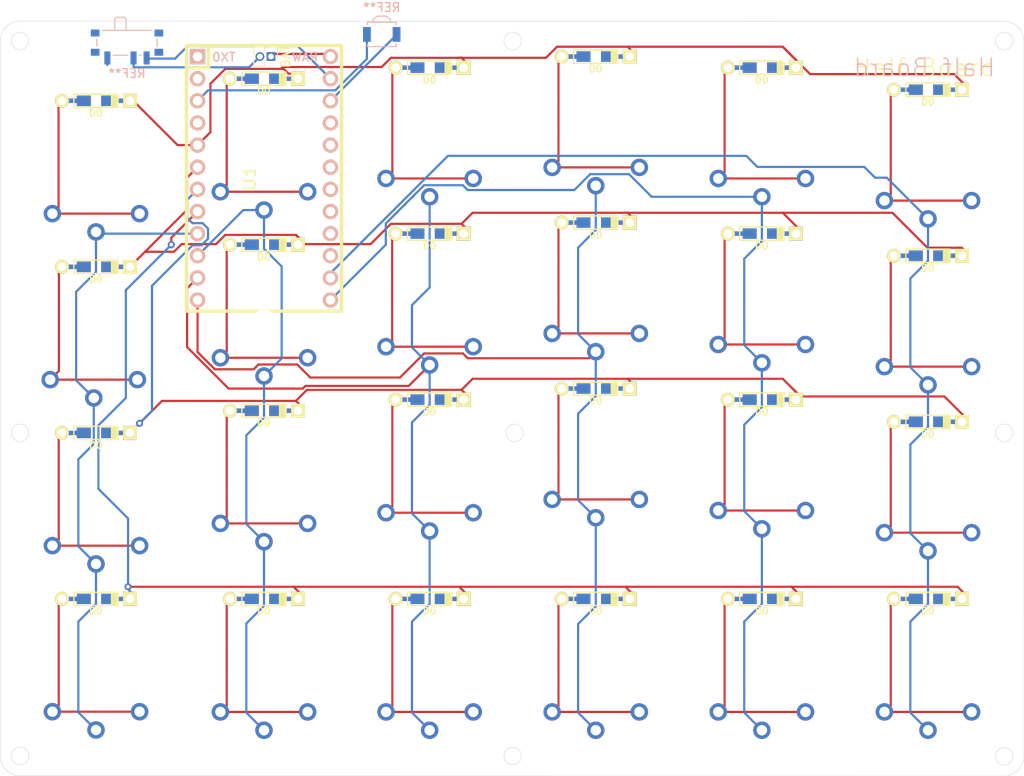
<source format=kicad_pcb>
(kicad_pcb (version 20171130) (host pcbnew 5.1.9)

  (general
    (thickness 1.6)
    (drawings 19)
    (tracks 342)
    (zones 0)
    (modules 52)
    (nets 40)
  )

  (page A4)
  (layers
    (0 F.Cu signal)
    (1 In1.Cu signal)
    (2 In2.Cu signal)
    (31 B.Cu signal)
    (32 B.Adhes user)
    (33 F.Adhes user)
    (34 B.Paste user)
    (35 F.Paste user)
    (36 B.SilkS user)
    (37 F.SilkS user)
    (38 B.Mask user)
    (39 F.Mask user)
    (40 Dwgs.User user hide)
    (41 Cmts.User user)
    (42 Eco1.User user)
    (43 Eco2.User user)
    (44 Edge.Cuts user)
  )

  (setup
    (last_trace_width 0.25)
    (trace_clearance 0.2)
    (zone_clearance 0.508)
    (zone_45_only no)
    (trace_min 0.2)
    (via_size 0.8)
    (via_drill 0.4)
    (via_min_size 0.4)
    (via_min_drill 0.3)
    (uvia_size 0.3)
    (uvia_drill 0.1)
    (uvias_allowed no)
    (uvia_min_size 0.2)
    (uvia_min_drill 0.1)
    (edge_width 0.05)
    (segment_width 0.2)
    (pcb_text_width 0.3)
    (pcb_text_size 1.5 1.5)
    (mod_edge_width 0.12)
    (mod_text_size 1 1)
    (mod_text_width 0.15)
    (pad_size 1.6 1.6)
    (pad_drill 1)
    (pad_to_mask_clearance 0)
    (aux_axis_origin 0 0)
    (visible_elements FFFFF7FF)
    (pcbplotparams
      (layerselection 0x01fff_ffffffff)
      (usegerberextensions false)
      (usegerberattributes true)
      (usegerberadvancedattributes true)
      (creategerberjobfile true)
      (excludeedgelayer true)
      (linewidth 0.100000)
      (plotframeref false)
      (viasonmask false)
      (mode 1)
      (useauxorigin false)
      (hpglpennumber 1)
      (hpglpenspeed 20)
      (hpglpendiameter 15.000000)
      (psnegative false)
      (psa4output false)
      (plotreference true)
      (plotvalue true)
      (plotinvisibletext false)
      (padsonsilk false)
      (subtractmaskfromsilk false)
      (outputformat 1)
      (mirror false)
      (drillshape 0)
      (scaleselection 1)
      (outputdirectory ""))
  )

  (net 0 "")
  (net 1 col0_row0)
  (net 2 col1_row0)
  (net 3 col2_row0)
  (net 4 col3_row0)
  (net 5 col4_row0)
  (net 6 col5_row0)
  (net 7 col0_row1)
  (net 8 row3)
  (net 9 col1_row1)
  (net 10 col2_row1)
  (net 11 col3_row1)
  (net 12 col4_row1)
  (net 13 col5_row1)
  (net 14 col0_row2)
  (net 15 col1_row2)
  (net 16 col2_row2)
  (net 17 col3_row2)
  (net 18 col4_row2)
  (net 19 col5_row2)
  (net 20 col0_row3)
  (net 21 col1_row3)
  (net 22 col2_row3)
  (net 23 col3_row3)
  (net 24 col4_row3)
  (net 25 col5_row3)
  (net 26 col0)
  (net 27 col1)
  (net 28 col2)
  (net 29 col3)
  (net 30 col4)
  (net 31 col5)
  (net 32 row0)
  (net 33 row1)
  (net 34 row2)
  (net 35 BAT0)
  (net 36 BAT_SW)
  (net 37 BAT_GND)
  (net 38 RESET)
  (net 39 RESET_GND)

  (net_class Default "This is the default net class."
    (clearance 0.2)
    (trace_width 0.25)
    (via_dia 0.8)
    (via_drill 0.4)
    (uvia_dia 0.3)
    (uvia_drill 0.1)
    (add_net BAT0)
    (add_net BAT_GND)
    (add_net BAT_SW)
    (add_net RESET)
    (add_net RESET_GND)
    (add_net col0)
    (add_net col0_row0)
    (add_net col0_row1)
    (add_net col0_row2)
    (add_net col0_row3)
    (add_net col1)
    (add_net col1_row0)
    (add_net col1_row1)
    (add_net col1_row2)
    (add_net col1_row3)
    (add_net col2)
    (add_net col2_row0)
    (add_net col2_row1)
    (add_net col2_row2)
    (add_net col2_row3)
    (add_net col3)
    (add_net col3_row0)
    (add_net col3_row1)
    (add_net col3_row2)
    (add_net col3_row3)
    (add_net col4)
    (add_net col4_row0)
    (add_net col4_row1)
    (add_net col4_row2)
    (add_net col4_row3)
    (add_net col5)
    (add_net col5_row0)
    (add_net col5_row1)
    (add_net col5_row2)
    (add_net col5_row3)
    (add_net row0)
    (add_net row1)
    (add_net row2)
    (add_net row3)
  )

  (module Button_Switch_SMD:SW_SPDT_PCM12 (layer B.Cu) (tedit 5A02FC95) (tstamp 5FF2C08B)
    (at 55.88 48.26)
    (descr "Ultraminiature Surface Mount Slide Switch, right-angle, https://www.ckswitches.com/media/1424/pcm.pdf")
    (attr smd)
    (fp_text reference REF** (at 0 3.2) (layer B.SilkS)
      (effects (font (size 1 1) (thickness 0.15)) (justify mirror))
    )
    (fp_text value SW_SPDT_PCM12 (at 0 -4.25) (layer B.Fab)
      (effects (font (size 1 1) (thickness 0.15)) (justify mirror))
    )
    (fp_line (start 3.45 -0.72) (end 3.45 0.07) (layer B.SilkS) (width 0.12))
    (fp_line (start -3.45 0.07) (end -3.45 -0.72) (layer B.SilkS) (width 0.12))
    (fp_line (start -1.6 1.12) (end 0.1 1.12) (layer B.SilkS) (width 0.12))
    (fp_line (start -2.85 -1.73) (end 2.85 -1.73) (layer B.SilkS) (width 0.12))
    (fp_line (start -0.1 -3.02) (end -0.1 -1.73) (layer B.SilkS) (width 0.12))
    (fp_line (start -1.2 -3.23) (end -0.3 -3.23) (layer B.SilkS) (width 0.12))
    (fp_line (start -1.4 -1.73) (end -1.4 -3.02) (layer B.SilkS) (width 0.12))
    (fp_line (start -0.1 -3.02) (end -0.3 -3.23) (layer B.SilkS) (width 0.12))
    (fp_line (start -1.4 -3.02) (end -1.2 -3.23) (layer B.SilkS) (width 0.12))
    (fp_line (start -4.4 -2.1) (end -4.4 2.45) (layer B.CrtYd) (width 0.05))
    (fp_line (start -1.65 -2.1) (end -4.4 -2.1) (layer B.CrtYd) (width 0.05))
    (fp_line (start -1.65 -3.4) (end -1.65 -2.1) (layer B.CrtYd) (width 0.05))
    (fp_line (start 1.65 -3.4) (end -1.65 -3.4) (layer B.CrtYd) (width 0.05))
    (fp_line (start 1.65 -2.1) (end 1.65 -3.4) (layer B.CrtYd) (width 0.05))
    (fp_line (start 4.4 -2.1) (end 1.65 -2.1) (layer B.CrtYd) (width 0.05))
    (fp_line (start 4.4 2.45) (end 4.4 -2.1) (layer B.CrtYd) (width 0.05))
    (fp_line (start -4.4 2.45) (end 4.4 2.45) (layer B.CrtYd) (width 0.05))
    (fp_line (start 1.4 1.12) (end 1.6 1.12) (layer B.SilkS) (width 0.12))
    (fp_line (start 3.35 1) (end -3.35 1) (layer B.Fab) (width 0.1))
    (fp_line (start 3.35 -1.6) (end 3.35 1) (layer B.Fab) (width 0.1))
    (fp_line (start -3.35 -1.6) (end 3.35 -1.6) (layer B.Fab) (width 0.1))
    (fp_line (start -3.35 1) (end -3.35 -1.6) (layer B.Fab) (width 0.1))
    (fp_line (start -0.1 -2.9) (end -0.1 -1.6) (layer B.Fab) (width 0.1))
    (fp_line (start -0.15 -2.95) (end -0.1 -2.9) (layer B.Fab) (width 0.1))
    (fp_line (start -0.35 -3.15) (end -0.15 -2.95) (layer B.Fab) (width 0.1))
    (fp_line (start -1.2 -3.15) (end -0.35 -3.15) (layer B.Fab) (width 0.1))
    (fp_line (start -1.4 -2.95) (end -1.2 -3.15) (layer B.Fab) (width 0.1))
    (fp_line (start -1.4 -1.65) (end -1.4 -2.95) (layer B.Fab) (width 0.1))
    (fp_text user %R (at 0 3.2) (layer B.Fab)
      (effects (font (size 1 1) (thickness 0.15)) (justify mirror))
    )
    (pad "" smd rect (at -3.65 0.78) (size 1 0.8) (layers B.Cu B.Paste B.Mask))
    (pad "" smd rect (at 3.65 0.78) (size 1 0.8) (layers B.Cu B.Paste B.Mask))
    (pad "" smd rect (at 3.65 -1.43) (size 1 0.8) (layers B.Cu B.Paste B.Mask))
    (pad "" smd rect (at -3.65 -1.43) (size 1 0.8) (layers B.Cu B.Paste B.Mask))
    (pad 3 smd rect (at 2.25 1.43) (size 0.7 1.5) (layers B.Cu B.Paste B.Mask)
      (net 37 BAT_GND))
    (pad 2 smd rect (at 0.75 1.43) (size 0.7 1.5) (layers B.Cu B.Paste B.Mask)
      (net 36 BAT_SW))
    (pad 1 smd rect (at -2.25 1.43) (size 0.7 1.5) (layers B.Cu B.Paste B.Mask))
    (pad "" np_thru_hole circle (at 1.5 -0.33) (size 0.9 0.9) (drill 0.9) (layers *.Cu *.Mask))
    (pad "" np_thru_hole circle (at -1.5 -0.33) (size 0.9 0.9) (drill 0.9) (layers *.Cu *.Mask))
    (model ${KISYS3DMOD}/Button_Switch_SMD.3dshapes/SW_SPDT_PCM12.wrl
      (at (xyz 0 0 0))
      (scale (xyz 1 1 1))
      (rotate (xyz 0 0 0))
    )
  )

  (module Button_Switch_SMD:SW_SPST_B3U-3000P-B (layer B.Cu) (tedit 5A02FC95) (tstamp 5FF2B724)
    (at 85.09 46.99 180)
    (descr "Ultra-small-sized Tactile Switch with High Contact Reliability, Side-actuated Model, without Ground Terminal, with Boss")
    (tags "Tactile Switch")
    (attr smd)
    (fp_text reference REF** (at 0 3.1) (layer B.SilkS)
      (effects (font (size 1 1) (thickness 0.15)) (justify mirror))
    )
    (fp_text value SW_SPST_B3U-3000P-B (at 0 -2.5) (layer B.Fab)
      (effects (font (size 1 1) (thickness 0.15)) (justify mirror))
    )
    (fp_line (start -1.5 -1.25) (end -1.5 1.25) (layer B.Fab) (width 0.1))
    (fp_line (start 1.5 -1.25) (end -1.5 -1.25) (layer B.Fab) (width 0.1))
    (fp_line (start 1.5 1.25) (end 1.5 -1.25) (layer B.Fab) (width 0.1))
    (fp_line (start -1.5 1.25) (end 1.5 1.25) (layer B.Fab) (width 0.1))
    (fp_line (start 1.65 1.4) (end 1.65 1.1) (layer B.SilkS) (width 0.12))
    (fp_line (start -1.65 1.4) (end 1.65 1.4) (layer B.SilkS) (width 0.12))
    (fp_line (start -1.65 1.1) (end -1.65 1.4) (layer B.SilkS) (width 0.12))
    (fp_line (start 1.65 -1.4) (end 1.65 -1.1) (layer B.SilkS) (width 0.12))
    (fp_line (start -1.65 -1.1) (end -1.65 -1.4) (layer B.SilkS) (width 0.12))
    (fp_line (start -2.4 1.65) (end -2.4 -1.65) (layer B.CrtYd) (width 0.05))
    (fp_line (start -1.25 1.65) (end -2.4 1.65) (layer B.CrtYd) (width 0.05))
    (fp_line (start 2.4 -1.65) (end 2.4 1.65) (layer B.CrtYd) (width 0.05))
    (fp_line (start -2.4 -1.65) (end 2.4 -1.65) (layer B.CrtYd) (width 0.05))
    (fp_line (start -1.65 -1.4) (end 1.65 -1.4) (layer B.SilkS) (width 0.12))
    (fp_line (start 0.85 1.65) (end 0.85 1.25) (layer B.Fab) (width 0.1))
    (fp_line (start 0.45 1.95) (end 0.85 1.65) (layer B.Fab) (width 0.1))
    (fp_line (start -0.45 1.95) (end 0.45 1.95) (layer B.Fab) (width 0.1))
    (fp_line (start -0.85 1.65) (end -0.45 1.95) (layer B.Fab) (width 0.1))
    (fp_line (start -0.85 1.25) (end -0.85 1.65) (layer B.Fab) (width 0.1))
    (fp_line (start 1 1.72) (end 1 1.4) (layer B.SilkS) (width 0.12))
    (fp_line (start 0.5 2.1) (end 1 1.72) (layer B.SilkS) (width 0.12))
    (fp_line (start -0.5 2.1) (end 0.5 2.1) (layer B.SilkS) (width 0.12))
    (fp_line (start -1 1.72) (end -1 1.4) (layer B.SilkS) (width 0.12))
    (fp_line (start -0.5 2.1) (end -1 1.72) (layer B.SilkS) (width 0.12))
    (fp_line (start 1.25 1.65) (end 2.4 1.65) (layer B.CrtYd) (width 0.05))
    (fp_line (start 1.25 2.35) (end 1.25 1.65) (layer B.CrtYd) (width 0.05))
    (fp_line (start -1.25 2.35) (end 1.25 2.35) (layer B.CrtYd) (width 0.05))
    (fp_line (start -1.25 1.65) (end -1.25 2.35) (layer B.CrtYd) (width 0.05))
    (fp_text user %R (at 0 3.1) (layer B.Fab)
      (effects (font (size 1 1) (thickness 0.15)) (justify mirror))
    )
    (pad "" np_thru_hole circle (at 0 0 180) (size 0.8 0.8) (drill 0.8) (layers *.Cu *.Mask))
    (pad 2 smd rect (at 1.7 0 180) (size 0.9 1.7) (layers B.Cu B.Paste B.Mask)
      (net 39 RESET_GND))
    (pad 1 smd rect (at -1.7 0 180) (size 0.9 1.7) (layers B.Cu B.Paste B.Mask)
      (net 38 RESET))
    (model ${KISYS3DMOD}/Button_Switch_SMD.3dshapes/SW_SPST_B3U-3000P-B.wrl
      (at (xyz 0 0 0))
      (scale (xyz 1 1 1))
      (rotate (xyz 0 0 0))
    )
  )

  (module Connector_PinHeader_1.27mm:PinHeader_1x02_P1.27mm_Vertical (layer F.Cu) (tedit 59FED6E3) (tstamp 5FF2606E)
    (at 72.39 49.53 270)
    (descr "Through hole straight pin header, 1x02, 1.27mm pitch, single row")
    (tags "Through hole pin header THT 1x02 1.27mm single row")
    (fp_text reference BAT (at 0 -1.695 90) (layer F.SilkS)
      (effects (font (size 1 1) (thickness 0.15)))
    )
    (fp_text value PinHeader_1x02_P1.27mm_Vertical (at 0 2.965 90) (layer F.Fab)
      (effects (font (size 1 1) (thickness 0.15)))
    )
    (fp_line (start 1.55 -1.15) (end -1.55 -1.15) (layer F.CrtYd) (width 0.05))
    (fp_line (start 1.55 2.45) (end 1.55 -1.15) (layer F.CrtYd) (width 0.05))
    (fp_line (start -1.55 2.45) (end 1.55 2.45) (layer F.CrtYd) (width 0.05))
    (fp_line (start -1.55 -1.15) (end -1.55 2.45) (layer F.CrtYd) (width 0.05))
    (fp_line (start -1.11 -0.76) (end 0 -0.76) (layer F.SilkS) (width 0.12))
    (fp_line (start -1.11 0) (end -1.11 -0.76) (layer F.SilkS) (width 0.12))
    (fp_line (start 0.563471 0.76) (end 1.11 0.76) (layer F.SilkS) (width 0.12))
    (fp_line (start -1.11 0.76) (end -0.563471 0.76) (layer F.SilkS) (width 0.12))
    (fp_line (start 1.11 0.76) (end 1.11 1.965) (layer F.SilkS) (width 0.12))
    (fp_line (start -1.11 0.76) (end -1.11 1.965) (layer F.SilkS) (width 0.12))
    (fp_line (start 0.30753 1.965) (end 1.11 1.965) (layer F.SilkS) (width 0.12))
    (fp_line (start -1.11 1.965) (end -0.30753 1.965) (layer F.SilkS) (width 0.12))
    (fp_line (start -1.05 -0.11) (end -0.525 -0.635) (layer F.Fab) (width 0.1))
    (fp_line (start -1.05 1.905) (end -1.05 -0.11) (layer F.Fab) (width 0.1))
    (fp_line (start 1.05 1.905) (end -1.05 1.905) (layer F.Fab) (width 0.1))
    (fp_line (start 1.05 -0.635) (end 1.05 1.905) (layer F.Fab) (width 0.1))
    (fp_line (start -0.525 -0.635) (end 1.05 -0.635) (layer F.Fab) (width 0.1))
    (fp_text user %R (at 0 0.635) (layer F.Fab)
      (effects (font (size 1 1) (thickness 0.15)))
    )
    (pad 2 thru_hole oval (at 0 1.27 270) (size 1 1) (drill 0.65) (layers *.Cu *.Mask)
      (net 36 BAT_SW))
    (pad 1 thru_hole rect (at 0 0 270) (size 1 1) (drill 0.65) (layers *.Cu *.Mask)
      (net 35 BAT0))
    (model ${KISYS3DMOD}/Connector_PinHeader_1.27mm.3dshapes/PinHeader_1x02_P1.27mm_Vertical.wrl
      (at (xyz 0 0 0))
      (scale (xyz 1 1 1))
      (rotate (xyz 0 0 0))
    )
  )

  (module mlp:Kailh-PG1350-1u-reversible-flip (layer F.Cu) (tedit 5FF1F224) (tstamp 5FF25E04)
    (at 147.732303 62.25973)
    (fp_text reference " " (at 0 -7.14375 180) (layer Dwgs.User) hide
      (effects (font (size 1.27 1.524) (thickness 0.2032)))
    )
    (fp_text value " " (at 0 -5.08 180) (layer F.SilkS) hide
      (effects (font (size 1.27 1.524) (thickness 0.2032)))
    )
    (fp_line (start 6.9 6.9) (end -6.9 6.9) (layer Cmts.User) (width 0.1524))
    (fp_line (start -6.9 6.9) (end -6.9 -6.9) (layer Cmts.User) (width 0.1524))
    (fp_line (start -6.9 -6.9) (end 6.9 -6.9) (layer Cmts.User) (width 0.1524))
    (fp_line (start 6.9 -6.9) (end 6.9 6.9) (layer Cmts.User) (width 0.1524))
    (fp_line (start 9 8.5) (end -9 8.5) (layer Dwgs.User) (width 0.1524))
    (fp_line (start -9 8.5) (end -9 -8.5) (layer Dwgs.User) (width 0.1524))
    (fp_line (start -9 -8.5) (end 9 -8.5) (layer Dwgs.User) (width 0.1524))
    (fp_line (start 9 -8.5) (end 9 8.5) (layer Dwgs.User) (width 0.1524))
    (fp_line (start 7.5 7.5) (end -7.5 7.5) (layer Eco2.User) (width 0.1524))
    (fp_line (start -7.5 7.5) (end -7.5 -7.5) (layer Eco2.User) (width 0.1524))
    (fp_line (start -7.5 -7.5) (end 7.5 -7.5) (layer Eco2.User) (width 0.1524))
    (fp_line (start 7.5 -7.5) (end 7.5 7.5) (layer Eco2.User) (width 0.1524))
    (pad "" np_thru_hole circle (at 5.5 0 180) (size 1.7 1.7) (drill 1.7) (layers *.Cu))
    (pad "" np_thru_hole circle (at -5.5 0 180) (size 1.7 1.7) (drill 1.7) (layers *.Cu))
    (pad 2 thru_hole circle (at -5 3.8 41.9) (size 2 2) (drill 1.2) (layers *.Cu *.Mask)
      (net 6 col5_row0))
    (pad 1 thru_hole circle (at 0 5.9 180) (size 2 2) (drill 1.2) (layers *.Cu *.Mask)
      (net 31 col5))
    (pad "" np_thru_hole circle (at 0 0 180) (size 3.4 3.4) (drill 3.4) (layers *.Cu))
    (pad "" np_thru_hole circle (at 5.22 -4.2 180) (size 1.2 1.2) (drill 1.2) (layers *.Cu))
    (pad 2 thru_hole circle (at 5 3.8 41.9) (size 2 2) (drill 1.2) (layers *.Cu *.Mask)
      (net 6 col5_row0))
    (pad "" np_thru_hole circle (at -5.22 -4.2 180) (size 1.2 1.2) (drill 1.2) (layers *.Cu))
    (model /Users/danny/Documents/proj/custom-keyboard/kicad-libs/3d_models/mx-switch.wrl
      (offset (xyz 7.4675998878479 7.4675998878479 5.943599910736085))
      (scale (xyz 0.4 0.4 0.4))
      (rotate (xyz 270 0 180))
    )
    (model /Users/danny/Documents/proj/custom-keyboard/kicad-libs/3d_models/SA-R3-1u.wrl
      (offset (xyz 0 0 11.93799982070923))
      (scale (xyz 0.394 0.394 0.394))
      (rotate (xyz 270 0 0))
    )
  )

  (module mlp:Diode-dual (layer F.Cu) (tedit 5B7FFAB1) (tstamp 5FF25DEA)
    (at 147.732303 53.34)
    (attr smd)
    (fp_text reference D0 (at -0.0254 1.4) (layer F.SilkS)
      (effects (font (size 0.8 0.8) (thickness 0.15)))
    )
    (fp_text value D (at 0 -1.925) (layer F.SilkS) hide
      (effects (font (size 0.8 0.8) (thickness 0.15)))
    )
    (fp_line (start -2.54 0.762) (end 2.54 0.762) (layer F.SilkS) (width 0.15))
    (fp_line (start 2.54 0.762) (end 2.54 -0.762) (layer F.SilkS) (width 0.15))
    (fp_line (start 2.54 -0.762) (end -2.54 -0.762) (layer F.SilkS) (width 0.15))
    (fp_line (start -2.54 -0.762) (end -2.54 0.762) (layer F.SilkS) (width 0.15))
    (fp_line (start -2.54 0.762) (end -2.032 0.762) (layer F.SilkS) (width 0.15))
    (fp_line (start 2.159 0.762) (end 2.159 -0.762) (layer F.SilkS) (width 0.15))
    (fp_line (start 2.286 -0.762) (end 2.286 0.762) (layer F.SilkS) (width 0.15))
    (fp_line (start 2.413 0.762) (end 2.413 -0.762) (layer F.SilkS) (width 0.15))
    (fp_line (start 2.032 -0.762) (end 2.032 0.762) (layer F.SilkS) (width 0.15))
    (fp_line (start 1.905 0.762) (end 1.905 -0.762) (layer F.SilkS) (width 0.15))
    (fp_line (start 1.778 0.762) (end 1.778 -0.762) (layer F.SilkS) (width 0.15))
    (pad 1 smd rect (at 2.5 0) (size 2.9 0.5) (layers F.Cu))
    (pad 2 smd rect (at -2.5 0) (size 2.9 0.5) (layers F.Cu))
    (pad 1 thru_hole rect (at 3.9 0) (size 1.6 1.6) (drill 1) (layers *.Cu *.Mask F.SilkS)
      (net 32 row0))
    (pad 2 thru_hole circle (at -3.9 0) (size 1.6 1.6) (drill 1) (layers *.Cu *.Mask F.SilkS)
      (net 6 col5_row0))
    (pad 2 smd rect (at -1.4 0) (size 1.6 1.2) (layers F.Cu F.Paste F.Mask))
    (pad 1 smd rect (at 1.4 0) (size 1.6 1.2) (layers F.Cu F.Paste F.Mask))
    (pad 1 smd rect (at 2.5 0) (size 2.9 0.5) (layers B.Cu))
    (pad 1 smd rect (at 1.4 0) (size 1.6 1.2) (layers B.Cu B.Paste B.Mask))
    (pad 2 smd rect (at -1.4 0) (size 1.6 1.2) (layers B.Cu B.Paste B.Mask))
    (pad 2 smd rect (at -2.5 0) (size 2.9 0.5) (layers B.Cu))
    (model ${KISYS3DMOD}/Diodes_SMD.3dshapes/D_SOD-123.step
      (at (xyz 0 0 0))
      (scale (xyz 1 1 1))
      (rotate (xyz 0 0 0))
    )
  )

  (module mlp:Kailh-PG1350-1u-reversible-flip (layer F.Cu) (tedit 5FF1F224) (tstamp 5FF25E04)
    (at 147.732303 81.30973)
    (fp_text reference " " (at 0 -7.14375 180) (layer Dwgs.User) hide
      (effects (font (size 1.27 1.524) (thickness 0.2032)))
    )
    (fp_text value " " (at 0 -5.08 180) (layer F.SilkS) hide
      (effects (font (size 1.27 1.524) (thickness 0.2032)))
    )
    (fp_line (start 6.9 6.9) (end -6.9 6.9) (layer Cmts.User) (width 0.1524))
    (fp_line (start -6.9 6.9) (end -6.9 -6.9) (layer Cmts.User) (width 0.1524))
    (fp_line (start -6.9 -6.9) (end 6.9 -6.9) (layer Cmts.User) (width 0.1524))
    (fp_line (start 6.9 -6.9) (end 6.9 6.9) (layer Cmts.User) (width 0.1524))
    (fp_line (start 9 8.5) (end -9 8.5) (layer Dwgs.User) (width 0.1524))
    (fp_line (start -9 8.5) (end -9 -8.5) (layer Dwgs.User) (width 0.1524))
    (fp_line (start -9 -8.5) (end 9 -8.5) (layer Dwgs.User) (width 0.1524))
    (fp_line (start 9 -8.5) (end 9 8.5) (layer Dwgs.User) (width 0.1524))
    (fp_line (start 7.5 7.5) (end -7.5 7.5) (layer Eco2.User) (width 0.1524))
    (fp_line (start -7.5 7.5) (end -7.5 -7.5) (layer Eco2.User) (width 0.1524))
    (fp_line (start -7.5 -7.5) (end 7.5 -7.5) (layer Eco2.User) (width 0.1524))
    (fp_line (start 7.5 -7.5) (end 7.5 7.5) (layer Eco2.User) (width 0.1524))
    (pad "" np_thru_hole circle (at 5.5 0 180) (size 1.7 1.7) (drill 1.7) (layers *.Cu))
    (pad "" np_thru_hole circle (at -5.5 0 180) (size 1.7 1.7) (drill 1.7) (layers *.Cu))
    (pad 2 thru_hole circle (at -5 3.8 41.9) (size 2 2) (drill 1.2) (layers *.Cu *.Mask)
      (net 13 col5_row1))
    (pad 1 thru_hole circle (at 0 5.9 180) (size 2 2) (drill 1.2) (layers *.Cu *.Mask)
      (net 31 col5))
    (pad "" np_thru_hole circle (at 0 0 180) (size 3.4 3.4) (drill 3.4) (layers *.Cu))
    (pad "" np_thru_hole circle (at 5.22 -4.2 180) (size 1.2 1.2) (drill 1.2) (layers *.Cu))
    (pad 2 thru_hole circle (at 5 3.8 41.9) (size 2 2) (drill 1.2) (layers *.Cu *.Mask)
      (net 13 col5_row1))
    (pad "" np_thru_hole circle (at -5.22 -4.2 180) (size 1.2 1.2) (drill 1.2) (layers *.Cu))
    (model /Users/danny/Documents/proj/custom-keyboard/kicad-libs/3d_models/mx-switch.wrl
      (offset (xyz 7.4675998878479 7.4675998878479 5.943599910736085))
      (scale (xyz 0.4 0.4 0.4))
      (rotate (xyz 270 0 180))
    )
    (model /Users/danny/Documents/proj/custom-keyboard/kicad-libs/3d_models/SA-R3-1u.wrl
      (offset (xyz 0 0 11.93799982070923))
      (scale (xyz 0.394 0.394 0.394))
      (rotate (xyz 270 0 0))
    )
  )

  (module mlp:Diode-dual (layer F.Cu) (tedit 5B7FFAB1) (tstamp 5FF25DEA)
    (at 147.732303 72.39)
    (attr smd)
    (fp_text reference D0 (at -0.0254 1.4) (layer F.SilkS)
      (effects (font (size 0.8 0.8) (thickness 0.15)))
    )
    (fp_text value D (at 0 -1.925) (layer F.SilkS) hide
      (effects (font (size 0.8 0.8) (thickness 0.15)))
    )
    (fp_line (start -2.54 0.762) (end 2.54 0.762) (layer F.SilkS) (width 0.15))
    (fp_line (start 2.54 0.762) (end 2.54 -0.762) (layer F.SilkS) (width 0.15))
    (fp_line (start 2.54 -0.762) (end -2.54 -0.762) (layer F.SilkS) (width 0.15))
    (fp_line (start -2.54 -0.762) (end -2.54 0.762) (layer F.SilkS) (width 0.15))
    (fp_line (start -2.54 0.762) (end -2.032 0.762) (layer F.SilkS) (width 0.15))
    (fp_line (start 2.159 0.762) (end 2.159 -0.762) (layer F.SilkS) (width 0.15))
    (fp_line (start 2.286 -0.762) (end 2.286 0.762) (layer F.SilkS) (width 0.15))
    (fp_line (start 2.413 0.762) (end 2.413 -0.762) (layer F.SilkS) (width 0.15))
    (fp_line (start 2.032 -0.762) (end 2.032 0.762) (layer F.SilkS) (width 0.15))
    (fp_line (start 1.905 0.762) (end 1.905 -0.762) (layer F.SilkS) (width 0.15))
    (fp_line (start 1.778 0.762) (end 1.778 -0.762) (layer F.SilkS) (width 0.15))
    (pad 1 smd rect (at 2.5 0) (size 2.9 0.5) (layers F.Cu))
    (pad 2 smd rect (at -2.5 0) (size 2.9 0.5) (layers F.Cu))
    (pad 1 thru_hole rect (at 3.9 0) (size 1.6 1.6) (drill 1) (layers *.Cu *.Mask F.SilkS)
      (net 33 row1))
    (pad 2 thru_hole circle (at -3.9 0) (size 1.6 1.6) (drill 1) (layers *.Cu *.Mask F.SilkS)
      (net 13 col5_row1))
    (pad 2 smd rect (at -1.4 0) (size 1.6 1.2) (layers F.Cu F.Paste F.Mask))
    (pad 1 smd rect (at 1.4 0) (size 1.6 1.2) (layers F.Cu F.Paste F.Mask))
    (pad 1 smd rect (at 2.5 0) (size 2.9 0.5) (layers B.Cu))
    (pad 1 smd rect (at 1.4 0) (size 1.6 1.2) (layers B.Cu B.Paste B.Mask))
    (pad 2 smd rect (at -1.4 0) (size 1.6 1.2) (layers B.Cu B.Paste B.Mask))
    (pad 2 smd rect (at -2.5 0) (size 2.9 0.5) (layers B.Cu))
    (model ${KISYS3DMOD}/Diodes_SMD.3dshapes/D_SOD-123.step
      (at (xyz 0 0 0))
      (scale (xyz 1 1 1))
      (rotate (xyz 0 0 0))
    )
  )

  (module mlp:Kailh-PG1350-1u-reversible-flip (layer F.Cu) (tedit 5FF1F224) (tstamp 5FF25E04)
    (at 147.732303 100.35973)
    (fp_text reference " " (at 0 -7.14375 180) (layer Dwgs.User) hide
      (effects (font (size 1.27 1.524) (thickness 0.2032)))
    )
    (fp_text value " " (at 0 -5.08 180) (layer F.SilkS) hide
      (effects (font (size 1.27 1.524) (thickness 0.2032)))
    )
    (fp_line (start 6.9 6.9) (end -6.9 6.9) (layer Cmts.User) (width 0.1524))
    (fp_line (start -6.9 6.9) (end -6.9 -6.9) (layer Cmts.User) (width 0.1524))
    (fp_line (start -6.9 -6.9) (end 6.9 -6.9) (layer Cmts.User) (width 0.1524))
    (fp_line (start 6.9 -6.9) (end 6.9 6.9) (layer Cmts.User) (width 0.1524))
    (fp_line (start 9 8.5) (end -9 8.5) (layer Dwgs.User) (width 0.1524))
    (fp_line (start -9 8.5) (end -9 -8.5) (layer Dwgs.User) (width 0.1524))
    (fp_line (start -9 -8.5) (end 9 -8.5) (layer Dwgs.User) (width 0.1524))
    (fp_line (start 9 -8.5) (end 9 8.5) (layer Dwgs.User) (width 0.1524))
    (fp_line (start 7.5 7.5) (end -7.5 7.5) (layer Eco2.User) (width 0.1524))
    (fp_line (start -7.5 7.5) (end -7.5 -7.5) (layer Eco2.User) (width 0.1524))
    (fp_line (start -7.5 -7.5) (end 7.5 -7.5) (layer Eco2.User) (width 0.1524))
    (fp_line (start 7.5 -7.5) (end 7.5 7.5) (layer Eco2.User) (width 0.1524))
    (pad "" np_thru_hole circle (at 5.5 0 180) (size 1.7 1.7) (drill 1.7) (layers *.Cu))
    (pad "" np_thru_hole circle (at -5.5 0 180) (size 1.7 1.7) (drill 1.7) (layers *.Cu))
    (pad 2 thru_hole circle (at -5 3.8 41.9) (size 2 2) (drill 1.2) (layers *.Cu *.Mask)
      (net 19 col5_row2))
    (pad 1 thru_hole circle (at 0 5.9 180) (size 2 2) (drill 1.2) (layers *.Cu *.Mask)
      (net 31 col5))
    (pad "" np_thru_hole circle (at 0 0 180) (size 3.4 3.4) (drill 3.4) (layers *.Cu))
    (pad "" np_thru_hole circle (at 5.22 -4.2 180) (size 1.2 1.2) (drill 1.2) (layers *.Cu))
    (pad 2 thru_hole circle (at 5 3.8 41.9) (size 2 2) (drill 1.2) (layers *.Cu *.Mask)
      (net 19 col5_row2))
    (pad "" np_thru_hole circle (at -5.22 -4.2 180) (size 1.2 1.2) (drill 1.2) (layers *.Cu))
    (model /Users/danny/Documents/proj/custom-keyboard/kicad-libs/3d_models/mx-switch.wrl
      (offset (xyz 7.4675998878479 7.4675998878479 5.943599910736085))
      (scale (xyz 0.4 0.4 0.4))
      (rotate (xyz 270 0 180))
    )
    (model /Users/danny/Documents/proj/custom-keyboard/kicad-libs/3d_models/SA-R3-1u.wrl
      (offset (xyz 0 0 11.93799982070923))
      (scale (xyz 0.394 0.394 0.394))
      (rotate (xyz 270 0 0))
    )
  )

  (module mlp:Diode-dual (layer F.Cu) (tedit 5B7FFAB1) (tstamp 5FF25DEA)
    (at 147.732303 91.44)
    (attr smd)
    (fp_text reference D0 (at -0.0254 1.4) (layer F.SilkS)
      (effects (font (size 0.8 0.8) (thickness 0.15)))
    )
    (fp_text value D (at 0 -1.925) (layer F.SilkS) hide
      (effects (font (size 0.8 0.8) (thickness 0.15)))
    )
    (fp_line (start -2.54 0.762) (end 2.54 0.762) (layer F.SilkS) (width 0.15))
    (fp_line (start 2.54 0.762) (end 2.54 -0.762) (layer F.SilkS) (width 0.15))
    (fp_line (start 2.54 -0.762) (end -2.54 -0.762) (layer F.SilkS) (width 0.15))
    (fp_line (start -2.54 -0.762) (end -2.54 0.762) (layer F.SilkS) (width 0.15))
    (fp_line (start -2.54 0.762) (end -2.032 0.762) (layer F.SilkS) (width 0.15))
    (fp_line (start 2.159 0.762) (end 2.159 -0.762) (layer F.SilkS) (width 0.15))
    (fp_line (start 2.286 -0.762) (end 2.286 0.762) (layer F.SilkS) (width 0.15))
    (fp_line (start 2.413 0.762) (end 2.413 -0.762) (layer F.SilkS) (width 0.15))
    (fp_line (start 2.032 -0.762) (end 2.032 0.762) (layer F.SilkS) (width 0.15))
    (fp_line (start 1.905 0.762) (end 1.905 -0.762) (layer F.SilkS) (width 0.15))
    (fp_line (start 1.778 0.762) (end 1.778 -0.762) (layer F.SilkS) (width 0.15))
    (pad 1 smd rect (at 2.5 0) (size 2.9 0.5) (layers F.Cu))
    (pad 2 smd rect (at -2.5 0) (size 2.9 0.5) (layers F.Cu))
    (pad 1 thru_hole rect (at 3.9 0) (size 1.6 1.6) (drill 1) (layers *.Cu *.Mask F.SilkS)
      (net 34 row2))
    (pad 2 thru_hole circle (at -3.9 0) (size 1.6 1.6) (drill 1) (layers *.Cu *.Mask F.SilkS)
      (net 19 col5_row2))
    (pad 2 smd rect (at -1.4 0) (size 1.6 1.2) (layers F.Cu F.Paste F.Mask))
    (pad 1 smd rect (at 1.4 0) (size 1.6 1.2) (layers F.Cu F.Paste F.Mask))
    (pad 1 smd rect (at 2.5 0) (size 2.9 0.5) (layers B.Cu))
    (pad 1 smd rect (at 1.4 0) (size 1.6 1.2) (layers B.Cu B.Paste B.Mask))
    (pad 2 smd rect (at -1.4 0) (size 1.6 1.2) (layers B.Cu B.Paste B.Mask))
    (pad 2 smd rect (at -2.5 0) (size 2.9 0.5) (layers B.Cu))
    (model ${KISYS3DMOD}/Diodes_SMD.3dshapes/D_SOD-123.step
      (at (xyz 0 0 0))
      (scale (xyz 1 1 1))
      (rotate (xyz 0 0 0))
    )
  )

  (module mlp:Kailh-PG1350-1u-reversible-flip (layer F.Cu) (tedit 5FF1F224) (tstamp 5FF25E04)
    (at 147.732303 120.93373)
    (fp_text reference " " (at 0 -7.14375 180) (layer Dwgs.User) hide
      (effects (font (size 1.27 1.524) (thickness 0.2032)))
    )
    (fp_text value " " (at 0 -5.08 180) (layer F.SilkS) hide
      (effects (font (size 1.27 1.524) (thickness 0.2032)))
    )
    (fp_line (start 6.9 6.9) (end -6.9 6.9) (layer Cmts.User) (width 0.1524))
    (fp_line (start -6.9 6.9) (end -6.9 -6.9) (layer Cmts.User) (width 0.1524))
    (fp_line (start -6.9 -6.9) (end 6.9 -6.9) (layer Cmts.User) (width 0.1524))
    (fp_line (start 6.9 -6.9) (end 6.9 6.9) (layer Cmts.User) (width 0.1524))
    (fp_line (start 9 8.5) (end -9 8.5) (layer Dwgs.User) (width 0.1524))
    (fp_line (start -9 8.5) (end -9 -8.5) (layer Dwgs.User) (width 0.1524))
    (fp_line (start -9 -8.5) (end 9 -8.5) (layer Dwgs.User) (width 0.1524))
    (fp_line (start 9 -8.5) (end 9 8.5) (layer Dwgs.User) (width 0.1524))
    (fp_line (start 7.5 7.5) (end -7.5 7.5) (layer Eco2.User) (width 0.1524))
    (fp_line (start -7.5 7.5) (end -7.5 -7.5) (layer Eco2.User) (width 0.1524))
    (fp_line (start -7.5 -7.5) (end 7.5 -7.5) (layer Eco2.User) (width 0.1524))
    (fp_line (start 7.5 -7.5) (end 7.5 7.5) (layer Eco2.User) (width 0.1524))
    (pad "" np_thru_hole circle (at 5.5 0 180) (size 1.7 1.7) (drill 1.7) (layers *.Cu))
    (pad "" np_thru_hole circle (at -5.5 0 180) (size 1.7 1.7) (drill 1.7) (layers *.Cu))
    (pad 2 thru_hole circle (at -5 3.8 41.9) (size 2 2) (drill 1.2) (layers *.Cu *.Mask)
      (net 25 col5_row3))
    (pad 1 thru_hole circle (at 0 5.9 180) (size 2 2) (drill 1.2) (layers *.Cu *.Mask)
      (net 31 col5))
    (pad "" np_thru_hole circle (at 0 0 180) (size 3.4 3.4) (drill 3.4) (layers *.Cu))
    (pad "" np_thru_hole circle (at 5.22 -4.2 180) (size 1.2 1.2) (drill 1.2) (layers *.Cu))
    (pad 2 thru_hole circle (at 5 3.8 41.9) (size 2 2) (drill 1.2) (layers *.Cu *.Mask)
      (net 25 col5_row3))
    (pad "" np_thru_hole circle (at -5.22 -4.2 180) (size 1.2 1.2) (drill 1.2) (layers *.Cu))
    (model /Users/danny/Documents/proj/custom-keyboard/kicad-libs/3d_models/mx-switch.wrl
      (offset (xyz 7.4675998878479 7.4675998878479 5.943599910736085))
      (scale (xyz 0.4 0.4 0.4))
      (rotate (xyz 270 0 180))
    )
    (model /Users/danny/Documents/proj/custom-keyboard/kicad-libs/3d_models/SA-R3-1u.wrl
      (offset (xyz 0 0 11.93799982070923))
      (scale (xyz 0.394 0.394 0.394))
      (rotate (xyz 270 0 0))
    )
  )

  (module mlp:Diode-dual (layer F.Cu) (tedit 5B7FFAB1) (tstamp 5FF25DEA)
    (at 147.732303 111.76)
    (attr smd)
    (fp_text reference D0 (at -0.0254 1.4) (layer F.SilkS)
      (effects (font (size 0.8 0.8) (thickness 0.15)))
    )
    (fp_text value D (at 0 -1.925) (layer F.SilkS) hide
      (effects (font (size 0.8 0.8) (thickness 0.15)))
    )
    (fp_line (start -2.54 0.762) (end 2.54 0.762) (layer F.SilkS) (width 0.15))
    (fp_line (start 2.54 0.762) (end 2.54 -0.762) (layer F.SilkS) (width 0.15))
    (fp_line (start 2.54 -0.762) (end -2.54 -0.762) (layer F.SilkS) (width 0.15))
    (fp_line (start -2.54 -0.762) (end -2.54 0.762) (layer F.SilkS) (width 0.15))
    (fp_line (start -2.54 0.762) (end -2.032 0.762) (layer F.SilkS) (width 0.15))
    (fp_line (start 2.159 0.762) (end 2.159 -0.762) (layer F.SilkS) (width 0.15))
    (fp_line (start 2.286 -0.762) (end 2.286 0.762) (layer F.SilkS) (width 0.15))
    (fp_line (start 2.413 0.762) (end 2.413 -0.762) (layer F.SilkS) (width 0.15))
    (fp_line (start 2.032 -0.762) (end 2.032 0.762) (layer F.SilkS) (width 0.15))
    (fp_line (start 1.905 0.762) (end 1.905 -0.762) (layer F.SilkS) (width 0.15))
    (fp_line (start 1.778 0.762) (end 1.778 -0.762) (layer F.SilkS) (width 0.15))
    (pad 1 smd rect (at 2.5 0) (size 2.9 0.5) (layers F.Cu))
    (pad 2 smd rect (at -2.5 0) (size 2.9 0.5) (layers F.Cu))
    (pad 1 thru_hole rect (at 3.9 0) (size 1.6 1.6) (drill 1) (layers *.Cu *.Mask F.SilkS)
      (net 8 row3))
    (pad 2 thru_hole circle (at -3.9 0) (size 1.6 1.6) (drill 1) (layers *.Cu *.Mask F.SilkS)
      (net 25 col5_row3))
    (pad 2 smd rect (at -1.4 0) (size 1.6 1.2) (layers F.Cu F.Paste F.Mask))
    (pad 1 smd rect (at 1.4 0) (size 1.6 1.2) (layers F.Cu F.Paste F.Mask))
    (pad 1 smd rect (at 2.5 0) (size 2.9 0.5) (layers B.Cu))
    (pad 1 smd rect (at 1.4 0) (size 1.6 1.2) (layers B.Cu B.Paste B.Mask))
    (pad 2 smd rect (at -1.4 0) (size 1.6 1.2) (layers B.Cu B.Paste B.Mask))
    (pad 2 smd rect (at -2.5 0) (size 2.9 0.5) (layers B.Cu))
    (model ${KISYS3DMOD}/Diodes_SMD.3dshapes/D_SOD-123.step
      (at (xyz 0 0 0))
      (scale (xyz 1 1 1))
      (rotate (xyz 0 0 0))
    )
  )

  (module mlp:Kailh-PG1350-1u-reversible-flip (layer F.Cu) (tedit 5FF1F224) (tstamp 5FF25E04)
    (at 128.682303 120.93373)
    (fp_text reference " " (at 0 -7.14375 180) (layer Dwgs.User) hide
      (effects (font (size 1.27 1.524) (thickness 0.2032)))
    )
    (fp_text value " " (at 0 -5.08 180) (layer F.SilkS) hide
      (effects (font (size 1.27 1.524) (thickness 0.2032)))
    )
    (fp_line (start 6.9 6.9) (end -6.9 6.9) (layer Cmts.User) (width 0.1524))
    (fp_line (start -6.9 6.9) (end -6.9 -6.9) (layer Cmts.User) (width 0.1524))
    (fp_line (start -6.9 -6.9) (end 6.9 -6.9) (layer Cmts.User) (width 0.1524))
    (fp_line (start 6.9 -6.9) (end 6.9 6.9) (layer Cmts.User) (width 0.1524))
    (fp_line (start 9 8.5) (end -9 8.5) (layer Dwgs.User) (width 0.1524))
    (fp_line (start -9 8.5) (end -9 -8.5) (layer Dwgs.User) (width 0.1524))
    (fp_line (start -9 -8.5) (end 9 -8.5) (layer Dwgs.User) (width 0.1524))
    (fp_line (start 9 -8.5) (end 9 8.5) (layer Dwgs.User) (width 0.1524))
    (fp_line (start 7.5 7.5) (end -7.5 7.5) (layer Eco2.User) (width 0.1524))
    (fp_line (start -7.5 7.5) (end -7.5 -7.5) (layer Eco2.User) (width 0.1524))
    (fp_line (start -7.5 -7.5) (end 7.5 -7.5) (layer Eco2.User) (width 0.1524))
    (fp_line (start 7.5 -7.5) (end 7.5 7.5) (layer Eco2.User) (width 0.1524))
    (pad "" np_thru_hole circle (at 5.5 0 180) (size 1.7 1.7) (drill 1.7) (layers *.Cu))
    (pad "" np_thru_hole circle (at -5.5 0 180) (size 1.7 1.7) (drill 1.7) (layers *.Cu))
    (pad 2 thru_hole circle (at -5 3.8 41.9) (size 2 2) (drill 1.2) (layers *.Cu *.Mask)
      (net 24 col4_row3))
    (pad 1 thru_hole circle (at 0 5.9 180) (size 2 2) (drill 1.2) (layers *.Cu *.Mask)
      (net 30 col4))
    (pad "" np_thru_hole circle (at 0 0 180) (size 3.4 3.4) (drill 3.4) (layers *.Cu))
    (pad "" np_thru_hole circle (at 5.22 -4.2 180) (size 1.2 1.2) (drill 1.2) (layers *.Cu))
    (pad 2 thru_hole circle (at 5 3.8 41.9) (size 2 2) (drill 1.2) (layers *.Cu *.Mask)
      (net 24 col4_row3))
    (pad "" np_thru_hole circle (at -5.22 -4.2 180) (size 1.2 1.2) (drill 1.2) (layers *.Cu))
    (model /Users/danny/Documents/proj/custom-keyboard/kicad-libs/3d_models/mx-switch.wrl
      (offset (xyz 7.4675998878479 7.4675998878479 5.943599910736085))
      (scale (xyz 0.4 0.4 0.4))
      (rotate (xyz 270 0 180))
    )
    (model /Users/danny/Documents/proj/custom-keyboard/kicad-libs/3d_models/SA-R3-1u.wrl
      (offset (xyz 0 0 11.93799982070923))
      (scale (xyz 0.394 0.394 0.394))
      (rotate (xyz 270 0 0))
    )
  )

  (module mlp:Diode-dual (layer F.Cu) (tedit 5B7FFAB1) (tstamp 5FF25DEA)
    (at 128.682303 111.76)
    (attr smd)
    (fp_text reference D0 (at -0.0254 1.4) (layer F.SilkS)
      (effects (font (size 0.8 0.8) (thickness 0.15)))
    )
    (fp_text value D (at 0 -1.925) (layer F.SilkS) hide
      (effects (font (size 0.8 0.8) (thickness 0.15)))
    )
    (fp_line (start -2.54 0.762) (end 2.54 0.762) (layer F.SilkS) (width 0.15))
    (fp_line (start 2.54 0.762) (end 2.54 -0.762) (layer F.SilkS) (width 0.15))
    (fp_line (start 2.54 -0.762) (end -2.54 -0.762) (layer F.SilkS) (width 0.15))
    (fp_line (start -2.54 -0.762) (end -2.54 0.762) (layer F.SilkS) (width 0.15))
    (fp_line (start -2.54 0.762) (end -2.032 0.762) (layer F.SilkS) (width 0.15))
    (fp_line (start 2.159 0.762) (end 2.159 -0.762) (layer F.SilkS) (width 0.15))
    (fp_line (start 2.286 -0.762) (end 2.286 0.762) (layer F.SilkS) (width 0.15))
    (fp_line (start 2.413 0.762) (end 2.413 -0.762) (layer F.SilkS) (width 0.15))
    (fp_line (start 2.032 -0.762) (end 2.032 0.762) (layer F.SilkS) (width 0.15))
    (fp_line (start 1.905 0.762) (end 1.905 -0.762) (layer F.SilkS) (width 0.15))
    (fp_line (start 1.778 0.762) (end 1.778 -0.762) (layer F.SilkS) (width 0.15))
    (pad 1 smd rect (at 2.5 0) (size 2.9 0.5) (layers F.Cu))
    (pad 2 smd rect (at -2.5 0) (size 2.9 0.5) (layers F.Cu))
    (pad 1 thru_hole rect (at 3.9 0) (size 1.6 1.6) (drill 1) (layers *.Cu *.Mask F.SilkS)
      (net 8 row3))
    (pad 2 thru_hole circle (at -3.9 0) (size 1.6 1.6) (drill 1) (layers *.Cu *.Mask F.SilkS)
      (net 24 col4_row3))
    (pad 2 smd rect (at -1.4 0) (size 1.6 1.2) (layers F.Cu F.Paste F.Mask))
    (pad 1 smd rect (at 1.4 0) (size 1.6 1.2) (layers F.Cu F.Paste F.Mask))
    (pad 1 smd rect (at 2.5 0) (size 2.9 0.5) (layers B.Cu))
    (pad 1 smd rect (at 1.4 0) (size 1.6 1.2) (layers B.Cu B.Paste B.Mask))
    (pad 2 smd rect (at -1.4 0) (size 1.6 1.2) (layers B.Cu B.Paste B.Mask))
    (pad 2 smd rect (at -2.5 0) (size 2.9 0.5) (layers B.Cu))
    (model ${KISYS3DMOD}/Diodes_SMD.3dshapes/D_SOD-123.step
      (at (xyz 0 0 0))
      (scale (xyz 1 1 1))
      (rotate (xyz 0 0 0))
    )
  )

  (module mlp:Kailh-PG1350-1u-reversible-flip (layer F.Cu) (tedit 5FF1F224) (tstamp 5FF25E04)
    (at 109.632303 120.93373)
    (fp_text reference " " (at 0 -7.14375 180) (layer Dwgs.User) hide
      (effects (font (size 1.27 1.524) (thickness 0.2032)))
    )
    (fp_text value " " (at 0 -5.08 180) (layer F.SilkS) hide
      (effects (font (size 1.27 1.524) (thickness 0.2032)))
    )
    (fp_line (start 6.9 6.9) (end -6.9 6.9) (layer Cmts.User) (width 0.1524))
    (fp_line (start -6.9 6.9) (end -6.9 -6.9) (layer Cmts.User) (width 0.1524))
    (fp_line (start -6.9 -6.9) (end 6.9 -6.9) (layer Cmts.User) (width 0.1524))
    (fp_line (start 6.9 -6.9) (end 6.9 6.9) (layer Cmts.User) (width 0.1524))
    (fp_line (start 9 8.5) (end -9 8.5) (layer Dwgs.User) (width 0.1524))
    (fp_line (start -9 8.5) (end -9 -8.5) (layer Dwgs.User) (width 0.1524))
    (fp_line (start -9 -8.5) (end 9 -8.5) (layer Dwgs.User) (width 0.1524))
    (fp_line (start 9 -8.5) (end 9 8.5) (layer Dwgs.User) (width 0.1524))
    (fp_line (start 7.5 7.5) (end -7.5 7.5) (layer Eco2.User) (width 0.1524))
    (fp_line (start -7.5 7.5) (end -7.5 -7.5) (layer Eco2.User) (width 0.1524))
    (fp_line (start -7.5 -7.5) (end 7.5 -7.5) (layer Eco2.User) (width 0.1524))
    (fp_line (start 7.5 -7.5) (end 7.5 7.5) (layer Eco2.User) (width 0.1524))
    (pad "" np_thru_hole circle (at 5.5 0 180) (size 1.7 1.7) (drill 1.7) (layers *.Cu))
    (pad "" np_thru_hole circle (at -5.5 0 180) (size 1.7 1.7) (drill 1.7) (layers *.Cu))
    (pad 2 thru_hole circle (at -5 3.8 41.9) (size 2 2) (drill 1.2) (layers *.Cu *.Mask)
      (net 23 col3_row3))
    (pad 1 thru_hole circle (at 0 5.9 180) (size 2 2) (drill 1.2) (layers *.Cu *.Mask)
      (net 29 col3))
    (pad "" np_thru_hole circle (at 0 0 180) (size 3.4 3.4) (drill 3.4) (layers *.Cu))
    (pad "" np_thru_hole circle (at 5.22 -4.2 180) (size 1.2 1.2) (drill 1.2) (layers *.Cu))
    (pad 2 thru_hole circle (at 5 3.8 41.9) (size 2 2) (drill 1.2) (layers *.Cu *.Mask)
      (net 23 col3_row3))
    (pad "" np_thru_hole circle (at -5.22 -4.2 180) (size 1.2 1.2) (drill 1.2) (layers *.Cu))
    (model /Users/danny/Documents/proj/custom-keyboard/kicad-libs/3d_models/mx-switch.wrl
      (offset (xyz 7.4675998878479 7.4675998878479 5.943599910736085))
      (scale (xyz 0.4 0.4 0.4))
      (rotate (xyz 270 0 180))
    )
    (model /Users/danny/Documents/proj/custom-keyboard/kicad-libs/3d_models/SA-R3-1u.wrl
      (offset (xyz 0 0 11.93799982070923))
      (scale (xyz 0.394 0.394 0.394))
      (rotate (xyz 270 0 0))
    )
  )

  (module mlp:Diode-dual (layer F.Cu) (tedit 5B7FFAB1) (tstamp 5FF25DEA)
    (at 109.632303 111.76)
    (attr smd)
    (fp_text reference D0 (at -0.0254 1.4) (layer F.SilkS)
      (effects (font (size 0.8 0.8) (thickness 0.15)))
    )
    (fp_text value D (at 0 -1.925) (layer F.SilkS) hide
      (effects (font (size 0.8 0.8) (thickness 0.15)))
    )
    (fp_line (start -2.54 0.762) (end 2.54 0.762) (layer F.SilkS) (width 0.15))
    (fp_line (start 2.54 0.762) (end 2.54 -0.762) (layer F.SilkS) (width 0.15))
    (fp_line (start 2.54 -0.762) (end -2.54 -0.762) (layer F.SilkS) (width 0.15))
    (fp_line (start -2.54 -0.762) (end -2.54 0.762) (layer F.SilkS) (width 0.15))
    (fp_line (start -2.54 0.762) (end -2.032 0.762) (layer F.SilkS) (width 0.15))
    (fp_line (start 2.159 0.762) (end 2.159 -0.762) (layer F.SilkS) (width 0.15))
    (fp_line (start 2.286 -0.762) (end 2.286 0.762) (layer F.SilkS) (width 0.15))
    (fp_line (start 2.413 0.762) (end 2.413 -0.762) (layer F.SilkS) (width 0.15))
    (fp_line (start 2.032 -0.762) (end 2.032 0.762) (layer F.SilkS) (width 0.15))
    (fp_line (start 1.905 0.762) (end 1.905 -0.762) (layer F.SilkS) (width 0.15))
    (fp_line (start 1.778 0.762) (end 1.778 -0.762) (layer F.SilkS) (width 0.15))
    (pad 1 smd rect (at 2.5 0) (size 2.9 0.5) (layers F.Cu))
    (pad 2 smd rect (at -2.5 0) (size 2.9 0.5) (layers F.Cu))
    (pad 1 thru_hole rect (at 3.9 0) (size 1.6 1.6) (drill 1) (layers *.Cu *.Mask F.SilkS)
      (net 8 row3))
    (pad 2 thru_hole circle (at -3.9 0) (size 1.6 1.6) (drill 1) (layers *.Cu *.Mask F.SilkS)
      (net 23 col3_row3))
    (pad 2 smd rect (at -1.4 0) (size 1.6 1.2) (layers F.Cu F.Paste F.Mask))
    (pad 1 smd rect (at 1.4 0) (size 1.6 1.2) (layers F.Cu F.Paste F.Mask))
    (pad 1 smd rect (at 2.5 0) (size 2.9 0.5) (layers B.Cu))
    (pad 1 smd rect (at 1.4 0) (size 1.6 1.2) (layers B.Cu B.Paste B.Mask))
    (pad 2 smd rect (at -1.4 0) (size 1.6 1.2) (layers B.Cu B.Paste B.Mask))
    (pad 2 smd rect (at -2.5 0) (size 2.9 0.5) (layers B.Cu))
    (model ${KISYS3DMOD}/Diodes_SMD.3dshapes/D_SOD-123.step
      (at (xyz 0 0 0))
      (scale (xyz 1 1 1))
      (rotate (xyz 0 0 0))
    )
  )

  (module mlp:Kailh-PG1350-1u-reversible-flip (layer F.Cu) (tedit 5FF1F224) (tstamp 5FF25E04)
    (at 90.582303 120.93373)
    (fp_text reference " " (at 0 -7.14375 180) (layer Dwgs.User) hide
      (effects (font (size 1.27 1.524) (thickness 0.2032)))
    )
    (fp_text value " " (at 0 -5.08 180) (layer F.SilkS) hide
      (effects (font (size 1.27 1.524) (thickness 0.2032)))
    )
    (fp_line (start 6.9 6.9) (end -6.9 6.9) (layer Cmts.User) (width 0.1524))
    (fp_line (start -6.9 6.9) (end -6.9 -6.9) (layer Cmts.User) (width 0.1524))
    (fp_line (start -6.9 -6.9) (end 6.9 -6.9) (layer Cmts.User) (width 0.1524))
    (fp_line (start 6.9 -6.9) (end 6.9 6.9) (layer Cmts.User) (width 0.1524))
    (fp_line (start 9 8.5) (end -9 8.5) (layer Dwgs.User) (width 0.1524))
    (fp_line (start -9 8.5) (end -9 -8.5) (layer Dwgs.User) (width 0.1524))
    (fp_line (start -9 -8.5) (end 9 -8.5) (layer Dwgs.User) (width 0.1524))
    (fp_line (start 9 -8.5) (end 9 8.5) (layer Dwgs.User) (width 0.1524))
    (fp_line (start 7.5 7.5) (end -7.5 7.5) (layer Eco2.User) (width 0.1524))
    (fp_line (start -7.5 7.5) (end -7.5 -7.5) (layer Eco2.User) (width 0.1524))
    (fp_line (start -7.5 -7.5) (end 7.5 -7.5) (layer Eco2.User) (width 0.1524))
    (fp_line (start 7.5 -7.5) (end 7.5 7.5) (layer Eco2.User) (width 0.1524))
    (pad "" np_thru_hole circle (at 5.5 0 180) (size 1.7 1.7) (drill 1.7) (layers *.Cu))
    (pad "" np_thru_hole circle (at -5.5 0 180) (size 1.7 1.7) (drill 1.7) (layers *.Cu))
    (pad 2 thru_hole circle (at -5 3.8 41.9) (size 2 2) (drill 1.2) (layers *.Cu *.Mask)
      (net 22 col2_row3))
    (pad 1 thru_hole circle (at 0 5.9 180) (size 2 2) (drill 1.2) (layers *.Cu *.Mask)
      (net 28 col2))
    (pad "" np_thru_hole circle (at 0 0 180) (size 3.4 3.4) (drill 3.4) (layers *.Cu))
    (pad "" np_thru_hole circle (at 5.22 -4.2 180) (size 1.2 1.2) (drill 1.2) (layers *.Cu))
    (pad 2 thru_hole circle (at 5 3.8 41.9) (size 2 2) (drill 1.2) (layers *.Cu *.Mask)
      (net 22 col2_row3))
    (pad "" np_thru_hole circle (at -5.22 -4.2 180) (size 1.2 1.2) (drill 1.2) (layers *.Cu))
    (model /Users/danny/Documents/proj/custom-keyboard/kicad-libs/3d_models/mx-switch.wrl
      (offset (xyz 7.4675998878479 7.4675998878479 5.943599910736085))
      (scale (xyz 0.4 0.4 0.4))
      (rotate (xyz 270 0 180))
    )
    (model /Users/danny/Documents/proj/custom-keyboard/kicad-libs/3d_models/SA-R3-1u.wrl
      (offset (xyz 0 0 11.93799982070923))
      (scale (xyz 0.394 0.394 0.394))
      (rotate (xyz 270 0 0))
    )
  )

  (module mlp:Diode-dual (layer F.Cu) (tedit 5B7FFAB1) (tstamp 5FF25DEA)
    (at 90.582303 111.76)
    (attr smd)
    (fp_text reference D0 (at -0.0254 1.4) (layer F.SilkS)
      (effects (font (size 0.8 0.8) (thickness 0.15)))
    )
    (fp_text value D (at 0 -1.925) (layer F.SilkS) hide
      (effects (font (size 0.8 0.8) (thickness 0.15)))
    )
    (fp_line (start -2.54 0.762) (end 2.54 0.762) (layer F.SilkS) (width 0.15))
    (fp_line (start 2.54 0.762) (end 2.54 -0.762) (layer F.SilkS) (width 0.15))
    (fp_line (start 2.54 -0.762) (end -2.54 -0.762) (layer F.SilkS) (width 0.15))
    (fp_line (start -2.54 -0.762) (end -2.54 0.762) (layer F.SilkS) (width 0.15))
    (fp_line (start -2.54 0.762) (end -2.032 0.762) (layer F.SilkS) (width 0.15))
    (fp_line (start 2.159 0.762) (end 2.159 -0.762) (layer F.SilkS) (width 0.15))
    (fp_line (start 2.286 -0.762) (end 2.286 0.762) (layer F.SilkS) (width 0.15))
    (fp_line (start 2.413 0.762) (end 2.413 -0.762) (layer F.SilkS) (width 0.15))
    (fp_line (start 2.032 -0.762) (end 2.032 0.762) (layer F.SilkS) (width 0.15))
    (fp_line (start 1.905 0.762) (end 1.905 -0.762) (layer F.SilkS) (width 0.15))
    (fp_line (start 1.778 0.762) (end 1.778 -0.762) (layer F.SilkS) (width 0.15))
    (pad 1 smd rect (at 2.5 0) (size 2.9 0.5) (layers F.Cu))
    (pad 2 smd rect (at -2.5 0) (size 2.9 0.5) (layers F.Cu))
    (pad 1 thru_hole rect (at 3.9 0) (size 1.6 1.6) (drill 1) (layers *.Cu *.Mask F.SilkS)
      (net 8 row3))
    (pad 2 thru_hole circle (at -3.9 0) (size 1.6 1.6) (drill 1) (layers *.Cu *.Mask F.SilkS)
      (net 22 col2_row3))
    (pad 2 smd rect (at -1.4 0) (size 1.6 1.2) (layers F.Cu F.Paste F.Mask))
    (pad 1 smd rect (at 1.4 0) (size 1.6 1.2) (layers F.Cu F.Paste F.Mask))
    (pad 1 smd rect (at 2.5 0) (size 2.9 0.5) (layers B.Cu))
    (pad 1 smd rect (at 1.4 0) (size 1.6 1.2) (layers B.Cu B.Paste B.Mask))
    (pad 2 smd rect (at -1.4 0) (size 1.6 1.2) (layers B.Cu B.Paste B.Mask))
    (pad 2 smd rect (at -2.5 0) (size 2.9 0.5) (layers B.Cu))
    (model ${KISYS3DMOD}/Diodes_SMD.3dshapes/D_SOD-123.step
      (at (xyz 0 0 0))
      (scale (xyz 1 1 1))
      (rotate (xyz 0 0 0))
    )
  )

  (module mlp:Kailh-PG1350-1u-reversible-flip (layer F.Cu) (tedit 5FF1F224) (tstamp 5FF25E04)
    (at 128.682303 97.81973)
    (fp_text reference " " (at 0 -7.14375 180) (layer Dwgs.User) hide
      (effects (font (size 1.27 1.524) (thickness 0.2032)))
    )
    (fp_text value " " (at 0 -5.08 180) (layer F.SilkS) hide
      (effects (font (size 1.27 1.524) (thickness 0.2032)))
    )
    (fp_line (start 6.9 6.9) (end -6.9 6.9) (layer Cmts.User) (width 0.1524))
    (fp_line (start -6.9 6.9) (end -6.9 -6.9) (layer Cmts.User) (width 0.1524))
    (fp_line (start -6.9 -6.9) (end 6.9 -6.9) (layer Cmts.User) (width 0.1524))
    (fp_line (start 6.9 -6.9) (end 6.9 6.9) (layer Cmts.User) (width 0.1524))
    (fp_line (start 9 8.5) (end -9 8.5) (layer Dwgs.User) (width 0.1524))
    (fp_line (start -9 8.5) (end -9 -8.5) (layer Dwgs.User) (width 0.1524))
    (fp_line (start -9 -8.5) (end 9 -8.5) (layer Dwgs.User) (width 0.1524))
    (fp_line (start 9 -8.5) (end 9 8.5) (layer Dwgs.User) (width 0.1524))
    (fp_line (start 7.5 7.5) (end -7.5 7.5) (layer Eco2.User) (width 0.1524))
    (fp_line (start -7.5 7.5) (end -7.5 -7.5) (layer Eco2.User) (width 0.1524))
    (fp_line (start -7.5 -7.5) (end 7.5 -7.5) (layer Eco2.User) (width 0.1524))
    (fp_line (start 7.5 -7.5) (end 7.5 7.5) (layer Eco2.User) (width 0.1524))
    (pad "" np_thru_hole circle (at 5.5 0 180) (size 1.7 1.7) (drill 1.7) (layers *.Cu))
    (pad "" np_thru_hole circle (at -5.5 0 180) (size 1.7 1.7) (drill 1.7) (layers *.Cu))
    (pad 2 thru_hole circle (at -5 3.8 41.9) (size 2 2) (drill 1.2) (layers *.Cu *.Mask)
      (net 18 col4_row2))
    (pad 1 thru_hole circle (at 0 5.9 180) (size 2 2) (drill 1.2) (layers *.Cu *.Mask)
      (net 30 col4))
    (pad "" np_thru_hole circle (at 0 0 180) (size 3.4 3.4) (drill 3.4) (layers *.Cu))
    (pad "" np_thru_hole circle (at 5.22 -4.2 180) (size 1.2 1.2) (drill 1.2) (layers *.Cu))
    (pad 2 thru_hole circle (at 5 3.8 41.9) (size 2 2) (drill 1.2) (layers *.Cu *.Mask)
      (net 18 col4_row2))
    (pad "" np_thru_hole circle (at -5.22 -4.2 180) (size 1.2 1.2) (drill 1.2) (layers *.Cu))
    (model /Users/danny/Documents/proj/custom-keyboard/kicad-libs/3d_models/mx-switch.wrl
      (offset (xyz 7.4675998878479 7.4675998878479 5.943599910736085))
      (scale (xyz 0.4 0.4 0.4))
      (rotate (xyz 270 0 180))
    )
    (model /Users/danny/Documents/proj/custom-keyboard/kicad-libs/3d_models/SA-R3-1u.wrl
      (offset (xyz 0 0 11.93799982070923))
      (scale (xyz 0.394 0.394 0.394))
      (rotate (xyz 270 0 0))
    )
  )

  (module mlp:Diode-dual (layer F.Cu) (tedit 5B7FFAB1) (tstamp 5FF25DEA)
    (at 128.682303 88.9)
    (attr smd)
    (fp_text reference D0 (at -0.0254 1.4) (layer F.SilkS)
      (effects (font (size 0.8 0.8) (thickness 0.15)))
    )
    (fp_text value D (at 0 -1.925) (layer F.SilkS) hide
      (effects (font (size 0.8 0.8) (thickness 0.15)))
    )
    (fp_line (start -2.54 0.762) (end 2.54 0.762) (layer F.SilkS) (width 0.15))
    (fp_line (start 2.54 0.762) (end 2.54 -0.762) (layer F.SilkS) (width 0.15))
    (fp_line (start 2.54 -0.762) (end -2.54 -0.762) (layer F.SilkS) (width 0.15))
    (fp_line (start -2.54 -0.762) (end -2.54 0.762) (layer F.SilkS) (width 0.15))
    (fp_line (start -2.54 0.762) (end -2.032 0.762) (layer F.SilkS) (width 0.15))
    (fp_line (start 2.159 0.762) (end 2.159 -0.762) (layer F.SilkS) (width 0.15))
    (fp_line (start 2.286 -0.762) (end 2.286 0.762) (layer F.SilkS) (width 0.15))
    (fp_line (start 2.413 0.762) (end 2.413 -0.762) (layer F.SilkS) (width 0.15))
    (fp_line (start 2.032 -0.762) (end 2.032 0.762) (layer F.SilkS) (width 0.15))
    (fp_line (start 1.905 0.762) (end 1.905 -0.762) (layer F.SilkS) (width 0.15))
    (fp_line (start 1.778 0.762) (end 1.778 -0.762) (layer F.SilkS) (width 0.15))
    (pad 1 smd rect (at 2.5 0) (size 2.9 0.5) (layers F.Cu))
    (pad 2 smd rect (at -2.5 0) (size 2.9 0.5) (layers F.Cu))
    (pad 1 thru_hole rect (at 3.9 0) (size 1.6 1.6) (drill 1) (layers *.Cu *.Mask F.SilkS)
      (net 34 row2))
    (pad 2 thru_hole circle (at -3.9 0) (size 1.6 1.6) (drill 1) (layers *.Cu *.Mask F.SilkS)
      (net 18 col4_row2))
    (pad 2 smd rect (at -1.4 0) (size 1.6 1.2) (layers F.Cu F.Paste F.Mask))
    (pad 1 smd rect (at 1.4 0) (size 1.6 1.2) (layers F.Cu F.Paste F.Mask))
    (pad 1 smd rect (at 2.5 0) (size 2.9 0.5) (layers B.Cu))
    (pad 1 smd rect (at 1.4 0) (size 1.6 1.2) (layers B.Cu B.Paste B.Mask))
    (pad 2 smd rect (at -1.4 0) (size 1.6 1.2) (layers B.Cu B.Paste B.Mask))
    (pad 2 smd rect (at -2.5 0) (size 2.9 0.5) (layers B.Cu))
    (model ${KISYS3DMOD}/Diodes_SMD.3dshapes/D_SOD-123.step
      (at (xyz 0 0 0))
      (scale (xyz 1 1 1))
      (rotate (xyz 0 0 0))
    )
  )

  (module mlp:Kailh-PG1350-1u-reversible-flip (layer F.Cu) (tedit 5FF1F224) (tstamp 5FF25E04)
    (at 128.682303 78.76973)
    (fp_text reference " " (at 0 -7.14375 180) (layer Dwgs.User) hide
      (effects (font (size 1.27 1.524) (thickness 0.2032)))
    )
    (fp_text value " " (at 0 -5.08 180) (layer F.SilkS) hide
      (effects (font (size 1.27 1.524) (thickness 0.2032)))
    )
    (fp_line (start 6.9 6.9) (end -6.9 6.9) (layer Cmts.User) (width 0.1524))
    (fp_line (start -6.9 6.9) (end -6.9 -6.9) (layer Cmts.User) (width 0.1524))
    (fp_line (start -6.9 -6.9) (end 6.9 -6.9) (layer Cmts.User) (width 0.1524))
    (fp_line (start 6.9 -6.9) (end 6.9 6.9) (layer Cmts.User) (width 0.1524))
    (fp_line (start 9 8.5) (end -9 8.5) (layer Dwgs.User) (width 0.1524))
    (fp_line (start -9 8.5) (end -9 -8.5) (layer Dwgs.User) (width 0.1524))
    (fp_line (start -9 -8.5) (end 9 -8.5) (layer Dwgs.User) (width 0.1524))
    (fp_line (start 9 -8.5) (end 9 8.5) (layer Dwgs.User) (width 0.1524))
    (fp_line (start 7.5 7.5) (end -7.5 7.5) (layer Eco2.User) (width 0.1524))
    (fp_line (start -7.5 7.5) (end -7.5 -7.5) (layer Eco2.User) (width 0.1524))
    (fp_line (start -7.5 -7.5) (end 7.5 -7.5) (layer Eco2.User) (width 0.1524))
    (fp_line (start 7.5 -7.5) (end 7.5 7.5) (layer Eco2.User) (width 0.1524))
    (pad "" np_thru_hole circle (at 5.5 0 180) (size 1.7 1.7) (drill 1.7) (layers *.Cu))
    (pad "" np_thru_hole circle (at -5.5 0 180) (size 1.7 1.7) (drill 1.7) (layers *.Cu))
    (pad 2 thru_hole circle (at -5 3.8 41.9) (size 2 2) (drill 1.2) (layers *.Cu *.Mask)
      (net 12 col4_row1))
    (pad 1 thru_hole circle (at 0 5.9 180) (size 2 2) (drill 1.2) (layers *.Cu *.Mask)
      (net 30 col4))
    (pad "" np_thru_hole circle (at 0 0 180) (size 3.4 3.4) (drill 3.4) (layers *.Cu))
    (pad "" np_thru_hole circle (at 5.22 -4.2 180) (size 1.2 1.2) (drill 1.2) (layers *.Cu))
    (pad 2 thru_hole circle (at 5 3.8 41.9) (size 2 2) (drill 1.2) (layers *.Cu *.Mask)
      (net 12 col4_row1))
    (pad "" np_thru_hole circle (at -5.22 -4.2 180) (size 1.2 1.2) (drill 1.2) (layers *.Cu))
    (model /Users/danny/Documents/proj/custom-keyboard/kicad-libs/3d_models/mx-switch.wrl
      (offset (xyz 7.4675998878479 7.4675998878479 5.943599910736085))
      (scale (xyz 0.4 0.4 0.4))
      (rotate (xyz 270 0 180))
    )
    (model /Users/danny/Documents/proj/custom-keyboard/kicad-libs/3d_models/SA-R3-1u.wrl
      (offset (xyz 0 0 11.93799982070923))
      (scale (xyz 0.394 0.394 0.394))
      (rotate (xyz 270 0 0))
    )
  )

  (module mlp:Diode-dual (layer F.Cu) (tedit 5B7FFAB1) (tstamp 5FF25DEA)
    (at 128.682303 69.85)
    (attr smd)
    (fp_text reference D0 (at -0.0254 1.4) (layer F.SilkS)
      (effects (font (size 0.8 0.8) (thickness 0.15)))
    )
    (fp_text value D (at 0 -1.925) (layer F.SilkS) hide
      (effects (font (size 0.8 0.8) (thickness 0.15)))
    )
    (fp_line (start -2.54 0.762) (end 2.54 0.762) (layer F.SilkS) (width 0.15))
    (fp_line (start 2.54 0.762) (end 2.54 -0.762) (layer F.SilkS) (width 0.15))
    (fp_line (start 2.54 -0.762) (end -2.54 -0.762) (layer F.SilkS) (width 0.15))
    (fp_line (start -2.54 -0.762) (end -2.54 0.762) (layer F.SilkS) (width 0.15))
    (fp_line (start -2.54 0.762) (end -2.032 0.762) (layer F.SilkS) (width 0.15))
    (fp_line (start 2.159 0.762) (end 2.159 -0.762) (layer F.SilkS) (width 0.15))
    (fp_line (start 2.286 -0.762) (end 2.286 0.762) (layer F.SilkS) (width 0.15))
    (fp_line (start 2.413 0.762) (end 2.413 -0.762) (layer F.SilkS) (width 0.15))
    (fp_line (start 2.032 -0.762) (end 2.032 0.762) (layer F.SilkS) (width 0.15))
    (fp_line (start 1.905 0.762) (end 1.905 -0.762) (layer F.SilkS) (width 0.15))
    (fp_line (start 1.778 0.762) (end 1.778 -0.762) (layer F.SilkS) (width 0.15))
    (pad 1 smd rect (at 2.5 0) (size 2.9 0.5) (layers F.Cu))
    (pad 2 smd rect (at -2.5 0) (size 2.9 0.5) (layers F.Cu))
    (pad 1 thru_hole rect (at 3.9 0) (size 1.6 1.6) (drill 1) (layers *.Cu *.Mask F.SilkS)
      (net 33 row1))
    (pad 2 thru_hole circle (at -3.9 0) (size 1.6 1.6) (drill 1) (layers *.Cu *.Mask F.SilkS)
      (net 12 col4_row1))
    (pad 2 smd rect (at -1.4 0) (size 1.6 1.2) (layers F.Cu F.Paste F.Mask))
    (pad 1 smd rect (at 1.4 0) (size 1.6 1.2) (layers F.Cu F.Paste F.Mask))
    (pad 1 smd rect (at 2.5 0) (size 2.9 0.5) (layers B.Cu))
    (pad 1 smd rect (at 1.4 0) (size 1.6 1.2) (layers B.Cu B.Paste B.Mask))
    (pad 2 smd rect (at -1.4 0) (size 1.6 1.2) (layers B.Cu B.Paste B.Mask))
    (pad 2 smd rect (at -2.5 0) (size 2.9 0.5) (layers B.Cu))
    (model ${KISYS3DMOD}/Diodes_SMD.3dshapes/D_SOD-123.step
      (at (xyz 0 0 0))
      (scale (xyz 1 1 1))
      (rotate (xyz 0 0 0))
    )
  )

  (module mlp:Kailh-PG1350-1u-reversible-flip (layer F.Cu) (tedit 5FF1F224) (tstamp 5FF25E04)
    (at 128.682303 59.71973)
    (fp_text reference " " (at 0 -7.14375 180) (layer Dwgs.User) hide
      (effects (font (size 1.27 1.524) (thickness 0.2032)))
    )
    (fp_text value " " (at 0 -5.08 180) (layer F.SilkS) hide
      (effects (font (size 1.27 1.524) (thickness 0.2032)))
    )
    (fp_line (start 6.9 6.9) (end -6.9 6.9) (layer Cmts.User) (width 0.1524))
    (fp_line (start -6.9 6.9) (end -6.9 -6.9) (layer Cmts.User) (width 0.1524))
    (fp_line (start -6.9 -6.9) (end 6.9 -6.9) (layer Cmts.User) (width 0.1524))
    (fp_line (start 6.9 -6.9) (end 6.9 6.9) (layer Cmts.User) (width 0.1524))
    (fp_line (start 9 8.5) (end -9 8.5) (layer Dwgs.User) (width 0.1524))
    (fp_line (start -9 8.5) (end -9 -8.5) (layer Dwgs.User) (width 0.1524))
    (fp_line (start -9 -8.5) (end 9 -8.5) (layer Dwgs.User) (width 0.1524))
    (fp_line (start 9 -8.5) (end 9 8.5) (layer Dwgs.User) (width 0.1524))
    (fp_line (start 7.5 7.5) (end -7.5 7.5) (layer Eco2.User) (width 0.1524))
    (fp_line (start -7.5 7.5) (end -7.5 -7.5) (layer Eco2.User) (width 0.1524))
    (fp_line (start -7.5 -7.5) (end 7.5 -7.5) (layer Eco2.User) (width 0.1524))
    (fp_line (start 7.5 -7.5) (end 7.5 7.5) (layer Eco2.User) (width 0.1524))
    (pad "" np_thru_hole circle (at 5.5 0 180) (size 1.7 1.7) (drill 1.7) (layers *.Cu))
    (pad "" np_thru_hole circle (at -5.5 0 180) (size 1.7 1.7) (drill 1.7) (layers *.Cu))
    (pad 2 thru_hole circle (at -5 3.8 41.9) (size 2 2) (drill 1.2) (layers *.Cu *.Mask)
      (net 5 col4_row0))
    (pad 1 thru_hole circle (at 0 5.9 180) (size 2 2) (drill 1.2) (layers *.Cu *.Mask)
      (net 30 col4))
    (pad "" np_thru_hole circle (at 0 0 180) (size 3.4 3.4) (drill 3.4) (layers *.Cu))
    (pad "" np_thru_hole circle (at 5.22 -4.2 180) (size 1.2 1.2) (drill 1.2) (layers *.Cu))
    (pad 2 thru_hole circle (at 5 3.8 41.9) (size 2 2) (drill 1.2) (layers *.Cu *.Mask)
      (net 5 col4_row0))
    (pad "" np_thru_hole circle (at -5.22 -4.2 180) (size 1.2 1.2) (drill 1.2) (layers *.Cu))
    (model /Users/danny/Documents/proj/custom-keyboard/kicad-libs/3d_models/mx-switch.wrl
      (offset (xyz 7.4675998878479 7.4675998878479 5.943599910736085))
      (scale (xyz 0.4 0.4 0.4))
      (rotate (xyz 270 0 180))
    )
    (model /Users/danny/Documents/proj/custom-keyboard/kicad-libs/3d_models/SA-R3-1u.wrl
      (offset (xyz 0 0 11.93799982070923))
      (scale (xyz 0.394 0.394 0.394))
      (rotate (xyz 270 0 0))
    )
  )

  (module mlp:Diode-dual (layer F.Cu) (tedit 5B7FFAB1) (tstamp 5FF25DEA)
    (at 128.682303 50.8)
    (attr smd)
    (fp_text reference D0 (at -0.0254 1.4) (layer F.SilkS)
      (effects (font (size 0.8 0.8) (thickness 0.15)))
    )
    (fp_text value D (at 0 -1.925) (layer F.SilkS) hide
      (effects (font (size 0.8 0.8) (thickness 0.15)))
    )
    (fp_line (start -2.54 0.762) (end 2.54 0.762) (layer F.SilkS) (width 0.15))
    (fp_line (start 2.54 0.762) (end 2.54 -0.762) (layer F.SilkS) (width 0.15))
    (fp_line (start 2.54 -0.762) (end -2.54 -0.762) (layer F.SilkS) (width 0.15))
    (fp_line (start -2.54 -0.762) (end -2.54 0.762) (layer F.SilkS) (width 0.15))
    (fp_line (start -2.54 0.762) (end -2.032 0.762) (layer F.SilkS) (width 0.15))
    (fp_line (start 2.159 0.762) (end 2.159 -0.762) (layer F.SilkS) (width 0.15))
    (fp_line (start 2.286 -0.762) (end 2.286 0.762) (layer F.SilkS) (width 0.15))
    (fp_line (start 2.413 0.762) (end 2.413 -0.762) (layer F.SilkS) (width 0.15))
    (fp_line (start 2.032 -0.762) (end 2.032 0.762) (layer F.SilkS) (width 0.15))
    (fp_line (start 1.905 0.762) (end 1.905 -0.762) (layer F.SilkS) (width 0.15))
    (fp_line (start 1.778 0.762) (end 1.778 -0.762) (layer F.SilkS) (width 0.15))
    (pad 1 smd rect (at 2.5 0) (size 2.9 0.5) (layers F.Cu))
    (pad 2 smd rect (at -2.5 0) (size 2.9 0.5) (layers F.Cu))
    (pad 1 thru_hole rect (at 3.9 0) (size 1.6 1.6) (drill 1) (layers *.Cu *.Mask F.SilkS)
      (net 32 row0))
    (pad 2 thru_hole circle (at -3.9 0) (size 1.6 1.6) (drill 1) (layers *.Cu *.Mask F.SilkS)
      (net 5 col4_row0))
    (pad 2 smd rect (at -1.4 0) (size 1.6 1.2) (layers F.Cu F.Paste F.Mask))
    (pad 1 smd rect (at 1.4 0) (size 1.6 1.2) (layers F.Cu F.Paste F.Mask))
    (pad 1 smd rect (at 2.5 0) (size 2.9 0.5) (layers B.Cu))
    (pad 1 smd rect (at 1.4 0) (size 1.6 1.2) (layers B.Cu B.Paste B.Mask))
    (pad 2 smd rect (at -1.4 0) (size 1.6 1.2) (layers B.Cu B.Paste B.Mask))
    (pad 2 smd rect (at -2.5 0) (size 2.9 0.5) (layers B.Cu))
    (model ${KISYS3DMOD}/Diodes_SMD.3dshapes/D_SOD-123.step
      (at (xyz 0 0 0))
      (scale (xyz 1 1 1))
      (rotate (xyz 0 0 0))
    )
  )

  (module mlp:Kailh-PG1350-1u-reversible-flip (layer F.Cu) (tedit 5FF1F224) (tstamp 5FF25E04)
    (at 109.632303 58.44973)
    (fp_text reference " " (at 0 -7.14375 180) (layer Dwgs.User) hide
      (effects (font (size 1.27 1.524) (thickness 0.2032)))
    )
    (fp_text value " " (at 0 -5.08 180) (layer F.SilkS) hide
      (effects (font (size 1.27 1.524) (thickness 0.2032)))
    )
    (fp_line (start 6.9 6.9) (end -6.9 6.9) (layer Cmts.User) (width 0.1524))
    (fp_line (start -6.9 6.9) (end -6.9 -6.9) (layer Cmts.User) (width 0.1524))
    (fp_line (start -6.9 -6.9) (end 6.9 -6.9) (layer Cmts.User) (width 0.1524))
    (fp_line (start 6.9 -6.9) (end 6.9 6.9) (layer Cmts.User) (width 0.1524))
    (fp_line (start 9 8.5) (end -9 8.5) (layer Dwgs.User) (width 0.1524))
    (fp_line (start -9 8.5) (end -9 -8.5) (layer Dwgs.User) (width 0.1524))
    (fp_line (start -9 -8.5) (end 9 -8.5) (layer Dwgs.User) (width 0.1524))
    (fp_line (start 9 -8.5) (end 9 8.5) (layer Dwgs.User) (width 0.1524))
    (fp_line (start 7.5 7.5) (end -7.5 7.5) (layer Eco2.User) (width 0.1524))
    (fp_line (start -7.5 7.5) (end -7.5 -7.5) (layer Eco2.User) (width 0.1524))
    (fp_line (start -7.5 -7.5) (end 7.5 -7.5) (layer Eco2.User) (width 0.1524))
    (fp_line (start 7.5 -7.5) (end 7.5 7.5) (layer Eco2.User) (width 0.1524))
    (pad "" np_thru_hole circle (at 5.5 0 180) (size 1.7 1.7) (drill 1.7) (layers *.Cu))
    (pad "" np_thru_hole circle (at -5.5 0 180) (size 1.7 1.7) (drill 1.7) (layers *.Cu))
    (pad 2 thru_hole circle (at -5 3.8 41.9) (size 2 2) (drill 1.2) (layers *.Cu *.Mask)
      (net 4 col3_row0))
    (pad 1 thru_hole circle (at 0 5.9 180) (size 2 2) (drill 1.2) (layers *.Cu *.Mask)
      (net 29 col3))
    (pad "" np_thru_hole circle (at 0 0 180) (size 3.4 3.4) (drill 3.4) (layers *.Cu))
    (pad "" np_thru_hole circle (at 5.22 -4.2 180) (size 1.2 1.2) (drill 1.2) (layers *.Cu))
    (pad 2 thru_hole circle (at 5 3.8 41.9) (size 2 2) (drill 1.2) (layers *.Cu *.Mask)
      (net 4 col3_row0))
    (pad "" np_thru_hole circle (at -5.22 -4.2 180) (size 1.2 1.2) (drill 1.2) (layers *.Cu))
    (model /Users/danny/Documents/proj/custom-keyboard/kicad-libs/3d_models/mx-switch.wrl
      (offset (xyz 7.4675998878479 7.4675998878479 5.943599910736085))
      (scale (xyz 0.4 0.4 0.4))
      (rotate (xyz 270 0 180))
    )
    (model /Users/danny/Documents/proj/custom-keyboard/kicad-libs/3d_models/SA-R3-1u.wrl
      (offset (xyz 0 0 11.93799982070923))
      (scale (xyz 0.394 0.394 0.394))
      (rotate (xyz 270 0 0))
    )
  )

  (module mlp:Diode-dual (layer F.Cu) (tedit 5B7FFAB1) (tstamp 5FF25DEA)
    (at 109.632303 49.53)
    (attr smd)
    (fp_text reference D0 (at -0.0254 1.4) (layer F.SilkS)
      (effects (font (size 0.8 0.8) (thickness 0.15)))
    )
    (fp_text value D (at 0 -1.925) (layer F.SilkS) hide
      (effects (font (size 0.8 0.8) (thickness 0.15)))
    )
    (fp_line (start -2.54 0.762) (end 2.54 0.762) (layer F.SilkS) (width 0.15))
    (fp_line (start 2.54 0.762) (end 2.54 -0.762) (layer F.SilkS) (width 0.15))
    (fp_line (start 2.54 -0.762) (end -2.54 -0.762) (layer F.SilkS) (width 0.15))
    (fp_line (start -2.54 -0.762) (end -2.54 0.762) (layer F.SilkS) (width 0.15))
    (fp_line (start -2.54 0.762) (end -2.032 0.762) (layer F.SilkS) (width 0.15))
    (fp_line (start 2.159 0.762) (end 2.159 -0.762) (layer F.SilkS) (width 0.15))
    (fp_line (start 2.286 -0.762) (end 2.286 0.762) (layer F.SilkS) (width 0.15))
    (fp_line (start 2.413 0.762) (end 2.413 -0.762) (layer F.SilkS) (width 0.15))
    (fp_line (start 2.032 -0.762) (end 2.032 0.762) (layer F.SilkS) (width 0.15))
    (fp_line (start 1.905 0.762) (end 1.905 -0.762) (layer F.SilkS) (width 0.15))
    (fp_line (start 1.778 0.762) (end 1.778 -0.762) (layer F.SilkS) (width 0.15))
    (pad 1 smd rect (at 2.5 0) (size 2.9 0.5) (layers F.Cu))
    (pad 2 smd rect (at -2.5 0) (size 2.9 0.5) (layers F.Cu))
    (pad 1 thru_hole rect (at 3.9 0) (size 1.6 1.6) (drill 1) (layers *.Cu *.Mask F.SilkS)
      (net 32 row0))
    (pad 2 thru_hole circle (at -3.9 0) (size 1.6 1.6) (drill 1) (layers *.Cu *.Mask F.SilkS)
      (net 4 col3_row0))
    (pad 2 smd rect (at -1.4 0) (size 1.6 1.2) (layers F.Cu F.Paste F.Mask))
    (pad 1 smd rect (at 1.4 0) (size 1.6 1.2) (layers F.Cu F.Paste F.Mask))
    (pad 1 smd rect (at 2.5 0) (size 2.9 0.5) (layers B.Cu))
    (pad 1 smd rect (at 1.4 0) (size 1.6 1.2) (layers B.Cu B.Paste B.Mask))
    (pad 2 smd rect (at -1.4 0) (size 1.6 1.2) (layers B.Cu B.Paste B.Mask))
    (pad 2 smd rect (at -2.5 0) (size 2.9 0.5) (layers B.Cu))
    (model ${KISYS3DMOD}/Diodes_SMD.3dshapes/D_SOD-123.step
      (at (xyz 0 0 0))
      (scale (xyz 1 1 1))
      (rotate (xyz 0 0 0))
    )
  )

  (module mlp:Kailh-PG1350-1u-reversible-flip (layer F.Cu) (tedit 5FF1F224) (tstamp 5FF25E04)
    (at 109.632303 77.49973)
    (fp_text reference " " (at 0 -7.14375 180) (layer Dwgs.User) hide
      (effects (font (size 1.27 1.524) (thickness 0.2032)))
    )
    (fp_text value " " (at 0 -5.08 180) (layer F.SilkS) hide
      (effects (font (size 1.27 1.524) (thickness 0.2032)))
    )
    (fp_line (start 6.9 6.9) (end -6.9 6.9) (layer Cmts.User) (width 0.1524))
    (fp_line (start -6.9 6.9) (end -6.9 -6.9) (layer Cmts.User) (width 0.1524))
    (fp_line (start -6.9 -6.9) (end 6.9 -6.9) (layer Cmts.User) (width 0.1524))
    (fp_line (start 6.9 -6.9) (end 6.9 6.9) (layer Cmts.User) (width 0.1524))
    (fp_line (start 9 8.5) (end -9 8.5) (layer Dwgs.User) (width 0.1524))
    (fp_line (start -9 8.5) (end -9 -8.5) (layer Dwgs.User) (width 0.1524))
    (fp_line (start -9 -8.5) (end 9 -8.5) (layer Dwgs.User) (width 0.1524))
    (fp_line (start 9 -8.5) (end 9 8.5) (layer Dwgs.User) (width 0.1524))
    (fp_line (start 7.5 7.5) (end -7.5 7.5) (layer Eco2.User) (width 0.1524))
    (fp_line (start -7.5 7.5) (end -7.5 -7.5) (layer Eco2.User) (width 0.1524))
    (fp_line (start -7.5 -7.5) (end 7.5 -7.5) (layer Eco2.User) (width 0.1524))
    (fp_line (start 7.5 -7.5) (end 7.5 7.5) (layer Eco2.User) (width 0.1524))
    (pad "" np_thru_hole circle (at 5.5 0 180) (size 1.7 1.7) (drill 1.7) (layers *.Cu))
    (pad "" np_thru_hole circle (at -5.5 0 180) (size 1.7 1.7) (drill 1.7) (layers *.Cu))
    (pad 2 thru_hole circle (at -5 3.8 41.9) (size 2 2) (drill 1.2) (layers *.Cu *.Mask)
      (net 11 col3_row1))
    (pad 1 thru_hole circle (at 0 5.9 180) (size 2 2) (drill 1.2) (layers *.Cu *.Mask)
      (net 29 col3))
    (pad "" np_thru_hole circle (at 0 0 180) (size 3.4 3.4) (drill 3.4) (layers *.Cu))
    (pad "" np_thru_hole circle (at 5.22 -4.2 180) (size 1.2 1.2) (drill 1.2) (layers *.Cu))
    (pad 2 thru_hole circle (at 5 3.8 41.9) (size 2 2) (drill 1.2) (layers *.Cu *.Mask)
      (net 11 col3_row1))
    (pad "" np_thru_hole circle (at -5.22 -4.2 180) (size 1.2 1.2) (drill 1.2) (layers *.Cu))
    (model /Users/danny/Documents/proj/custom-keyboard/kicad-libs/3d_models/mx-switch.wrl
      (offset (xyz 7.4675998878479 7.4675998878479 5.943599910736085))
      (scale (xyz 0.4 0.4 0.4))
      (rotate (xyz 270 0 180))
    )
    (model /Users/danny/Documents/proj/custom-keyboard/kicad-libs/3d_models/SA-R3-1u.wrl
      (offset (xyz 0 0 11.93799982070923))
      (scale (xyz 0.394 0.394 0.394))
      (rotate (xyz 270 0 0))
    )
  )

  (module mlp:Diode-dual (layer F.Cu) (tedit 5B7FFAB1) (tstamp 5FF25DEA)
    (at 109.632303 68.58)
    (attr smd)
    (fp_text reference D0 (at -0.0254 1.4) (layer F.SilkS)
      (effects (font (size 0.8 0.8) (thickness 0.15)))
    )
    (fp_text value D (at 0 -1.925) (layer F.SilkS) hide
      (effects (font (size 0.8 0.8) (thickness 0.15)))
    )
    (fp_line (start -2.54 0.762) (end 2.54 0.762) (layer F.SilkS) (width 0.15))
    (fp_line (start 2.54 0.762) (end 2.54 -0.762) (layer F.SilkS) (width 0.15))
    (fp_line (start 2.54 -0.762) (end -2.54 -0.762) (layer F.SilkS) (width 0.15))
    (fp_line (start -2.54 -0.762) (end -2.54 0.762) (layer F.SilkS) (width 0.15))
    (fp_line (start -2.54 0.762) (end -2.032 0.762) (layer F.SilkS) (width 0.15))
    (fp_line (start 2.159 0.762) (end 2.159 -0.762) (layer F.SilkS) (width 0.15))
    (fp_line (start 2.286 -0.762) (end 2.286 0.762) (layer F.SilkS) (width 0.15))
    (fp_line (start 2.413 0.762) (end 2.413 -0.762) (layer F.SilkS) (width 0.15))
    (fp_line (start 2.032 -0.762) (end 2.032 0.762) (layer F.SilkS) (width 0.15))
    (fp_line (start 1.905 0.762) (end 1.905 -0.762) (layer F.SilkS) (width 0.15))
    (fp_line (start 1.778 0.762) (end 1.778 -0.762) (layer F.SilkS) (width 0.15))
    (pad 1 smd rect (at 2.5 0) (size 2.9 0.5) (layers F.Cu))
    (pad 2 smd rect (at -2.5 0) (size 2.9 0.5) (layers F.Cu))
    (pad 1 thru_hole rect (at 3.9 0) (size 1.6 1.6) (drill 1) (layers *.Cu *.Mask F.SilkS)
      (net 33 row1))
    (pad 2 thru_hole circle (at -3.9 0) (size 1.6 1.6) (drill 1) (layers *.Cu *.Mask F.SilkS)
      (net 11 col3_row1))
    (pad 2 smd rect (at -1.4 0) (size 1.6 1.2) (layers F.Cu F.Paste F.Mask))
    (pad 1 smd rect (at 1.4 0) (size 1.6 1.2) (layers F.Cu F.Paste F.Mask))
    (pad 1 smd rect (at 2.5 0) (size 2.9 0.5) (layers B.Cu))
    (pad 1 smd rect (at 1.4 0) (size 1.6 1.2) (layers B.Cu B.Paste B.Mask))
    (pad 2 smd rect (at -1.4 0) (size 1.6 1.2) (layers B.Cu B.Paste B.Mask))
    (pad 2 smd rect (at -2.5 0) (size 2.9 0.5) (layers B.Cu))
    (model ${KISYS3DMOD}/Diodes_SMD.3dshapes/D_SOD-123.step
      (at (xyz 0 0 0))
      (scale (xyz 1 1 1))
      (rotate (xyz 0 0 0))
    )
  )

  (module mlp:Kailh-PG1350-1u-reversible-flip (layer F.Cu) (tedit 5FF1F224) (tstamp 5FF25E04)
    (at 109.632303 96.54973)
    (fp_text reference " " (at 0 -7.14375 180) (layer Dwgs.User) hide
      (effects (font (size 1.27 1.524) (thickness 0.2032)))
    )
    (fp_text value " " (at 0 -5.08 180) (layer F.SilkS) hide
      (effects (font (size 1.27 1.524) (thickness 0.2032)))
    )
    (fp_line (start 6.9 6.9) (end -6.9 6.9) (layer Cmts.User) (width 0.1524))
    (fp_line (start -6.9 6.9) (end -6.9 -6.9) (layer Cmts.User) (width 0.1524))
    (fp_line (start -6.9 -6.9) (end 6.9 -6.9) (layer Cmts.User) (width 0.1524))
    (fp_line (start 6.9 -6.9) (end 6.9 6.9) (layer Cmts.User) (width 0.1524))
    (fp_line (start 9 8.5) (end -9 8.5) (layer Dwgs.User) (width 0.1524))
    (fp_line (start -9 8.5) (end -9 -8.5) (layer Dwgs.User) (width 0.1524))
    (fp_line (start -9 -8.5) (end 9 -8.5) (layer Dwgs.User) (width 0.1524))
    (fp_line (start 9 -8.5) (end 9 8.5) (layer Dwgs.User) (width 0.1524))
    (fp_line (start 7.5 7.5) (end -7.5 7.5) (layer Eco2.User) (width 0.1524))
    (fp_line (start -7.5 7.5) (end -7.5 -7.5) (layer Eco2.User) (width 0.1524))
    (fp_line (start -7.5 -7.5) (end 7.5 -7.5) (layer Eco2.User) (width 0.1524))
    (fp_line (start 7.5 -7.5) (end 7.5 7.5) (layer Eco2.User) (width 0.1524))
    (pad "" np_thru_hole circle (at 5.5 0 180) (size 1.7 1.7) (drill 1.7) (layers *.Cu))
    (pad "" np_thru_hole circle (at -5.5 0 180) (size 1.7 1.7) (drill 1.7) (layers *.Cu))
    (pad 2 thru_hole circle (at -5 3.8 41.9) (size 2 2) (drill 1.2) (layers *.Cu *.Mask)
      (net 17 col3_row2))
    (pad 1 thru_hole circle (at 0 5.9 180) (size 2 2) (drill 1.2) (layers *.Cu *.Mask)
      (net 29 col3))
    (pad "" np_thru_hole circle (at 0 0 180) (size 3.4 3.4) (drill 3.4) (layers *.Cu))
    (pad "" np_thru_hole circle (at 5.22 -4.2 180) (size 1.2 1.2) (drill 1.2) (layers *.Cu))
    (pad 2 thru_hole circle (at 5 3.8 41.9) (size 2 2) (drill 1.2) (layers *.Cu *.Mask)
      (net 17 col3_row2))
    (pad "" np_thru_hole circle (at -5.22 -4.2 180) (size 1.2 1.2) (drill 1.2) (layers *.Cu))
    (model /Users/danny/Documents/proj/custom-keyboard/kicad-libs/3d_models/mx-switch.wrl
      (offset (xyz 7.4675998878479 7.4675998878479 5.943599910736085))
      (scale (xyz 0.4 0.4 0.4))
      (rotate (xyz 270 0 180))
    )
    (model /Users/danny/Documents/proj/custom-keyboard/kicad-libs/3d_models/SA-R3-1u.wrl
      (offset (xyz 0 0 11.93799982070923))
      (scale (xyz 0.394 0.394 0.394))
      (rotate (xyz 270 0 0))
    )
  )

  (module mlp:Diode-dual (layer F.Cu) (tedit 5B7FFAB1) (tstamp 5FF25DEA)
    (at 109.632303 87.63)
    (attr smd)
    (fp_text reference D0 (at -0.0254 1.4) (layer F.SilkS)
      (effects (font (size 0.8 0.8) (thickness 0.15)))
    )
    (fp_text value D (at 0 -1.925) (layer F.SilkS) hide
      (effects (font (size 0.8 0.8) (thickness 0.15)))
    )
    (fp_line (start -2.54 0.762) (end 2.54 0.762) (layer F.SilkS) (width 0.15))
    (fp_line (start 2.54 0.762) (end 2.54 -0.762) (layer F.SilkS) (width 0.15))
    (fp_line (start 2.54 -0.762) (end -2.54 -0.762) (layer F.SilkS) (width 0.15))
    (fp_line (start -2.54 -0.762) (end -2.54 0.762) (layer F.SilkS) (width 0.15))
    (fp_line (start -2.54 0.762) (end -2.032 0.762) (layer F.SilkS) (width 0.15))
    (fp_line (start 2.159 0.762) (end 2.159 -0.762) (layer F.SilkS) (width 0.15))
    (fp_line (start 2.286 -0.762) (end 2.286 0.762) (layer F.SilkS) (width 0.15))
    (fp_line (start 2.413 0.762) (end 2.413 -0.762) (layer F.SilkS) (width 0.15))
    (fp_line (start 2.032 -0.762) (end 2.032 0.762) (layer F.SilkS) (width 0.15))
    (fp_line (start 1.905 0.762) (end 1.905 -0.762) (layer F.SilkS) (width 0.15))
    (fp_line (start 1.778 0.762) (end 1.778 -0.762) (layer F.SilkS) (width 0.15))
    (pad 1 smd rect (at 2.5 0) (size 2.9 0.5) (layers F.Cu))
    (pad 2 smd rect (at -2.5 0) (size 2.9 0.5) (layers F.Cu))
    (pad 1 thru_hole rect (at 3.9 0) (size 1.6 1.6) (drill 1) (layers *.Cu *.Mask F.SilkS)
      (net 34 row2))
    (pad 2 thru_hole circle (at -3.9 0) (size 1.6 1.6) (drill 1) (layers *.Cu *.Mask F.SilkS)
      (net 17 col3_row2))
    (pad 2 smd rect (at -1.4 0) (size 1.6 1.2) (layers F.Cu F.Paste F.Mask))
    (pad 1 smd rect (at 1.4 0) (size 1.6 1.2) (layers F.Cu F.Paste F.Mask))
    (pad 1 smd rect (at 2.5 0) (size 2.9 0.5) (layers B.Cu))
    (pad 1 smd rect (at 1.4 0) (size 1.6 1.2) (layers B.Cu B.Paste B.Mask))
    (pad 2 smd rect (at -1.4 0) (size 1.6 1.2) (layers B.Cu B.Paste B.Mask))
    (pad 2 smd rect (at -2.5 0) (size 2.9 0.5) (layers B.Cu))
    (model ${KISYS3DMOD}/Diodes_SMD.3dshapes/D_SOD-123.step
      (at (xyz 0 0 0))
      (scale (xyz 1 1 1))
      (rotate (xyz 0 0 0))
    )
  )

  (module mlp:Kailh-PG1350-1u-reversible-flip (layer F.Cu) (tedit 5FF1F224) (tstamp 5FF25E04)
    (at 90.582303 98.07373)
    (fp_text reference " " (at 0 -7.14375 180) (layer Dwgs.User) hide
      (effects (font (size 1.27 1.524) (thickness 0.2032)))
    )
    (fp_text value " " (at 0 -5.08 180) (layer F.SilkS) hide
      (effects (font (size 1.27 1.524) (thickness 0.2032)))
    )
    (fp_line (start 6.9 6.9) (end -6.9 6.9) (layer Cmts.User) (width 0.1524))
    (fp_line (start -6.9 6.9) (end -6.9 -6.9) (layer Cmts.User) (width 0.1524))
    (fp_line (start -6.9 -6.9) (end 6.9 -6.9) (layer Cmts.User) (width 0.1524))
    (fp_line (start 6.9 -6.9) (end 6.9 6.9) (layer Cmts.User) (width 0.1524))
    (fp_line (start 9 8.5) (end -9 8.5) (layer Dwgs.User) (width 0.1524))
    (fp_line (start -9 8.5) (end -9 -8.5) (layer Dwgs.User) (width 0.1524))
    (fp_line (start -9 -8.5) (end 9 -8.5) (layer Dwgs.User) (width 0.1524))
    (fp_line (start 9 -8.5) (end 9 8.5) (layer Dwgs.User) (width 0.1524))
    (fp_line (start 7.5 7.5) (end -7.5 7.5) (layer Eco2.User) (width 0.1524))
    (fp_line (start -7.5 7.5) (end -7.5 -7.5) (layer Eco2.User) (width 0.1524))
    (fp_line (start -7.5 -7.5) (end 7.5 -7.5) (layer Eco2.User) (width 0.1524))
    (fp_line (start 7.5 -7.5) (end 7.5 7.5) (layer Eco2.User) (width 0.1524))
    (pad "" np_thru_hole circle (at 5.5 0 180) (size 1.7 1.7) (drill 1.7) (layers *.Cu))
    (pad "" np_thru_hole circle (at -5.5 0 180) (size 1.7 1.7) (drill 1.7) (layers *.Cu))
    (pad 2 thru_hole circle (at -5 3.8 41.9) (size 2 2) (drill 1.2) (layers *.Cu *.Mask)
      (net 16 col2_row2))
    (pad 1 thru_hole circle (at 0 5.9 180) (size 2 2) (drill 1.2) (layers *.Cu *.Mask)
      (net 28 col2))
    (pad "" np_thru_hole circle (at 0 0 180) (size 3.4 3.4) (drill 3.4) (layers *.Cu))
    (pad "" np_thru_hole circle (at 5.22 -4.2 180) (size 1.2 1.2) (drill 1.2) (layers *.Cu))
    (pad 2 thru_hole circle (at 5 3.8 41.9) (size 2 2) (drill 1.2) (layers *.Cu *.Mask)
      (net 16 col2_row2))
    (pad "" np_thru_hole circle (at -5.22 -4.2 180) (size 1.2 1.2) (drill 1.2) (layers *.Cu))
    (model /Users/danny/Documents/proj/custom-keyboard/kicad-libs/3d_models/mx-switch.wrl
      (offset (xyz 7.4675998878479 7.4675998878479 5.943599910736085))
      (scale (xyz 0.4 0.4 0.4))
      (rotate (xyz 270 0 180))
    )
    (model /Users/danny/Documents/proj/custom-keyboard/kicad-libs/3d_models/SA-R3-1u.wrl
      (offset (xyz 0 0 11.93799982070923))
      (scale (xyz 0.394 0.394 0.394))
      (rotate (xyz 270 0 0))
    )
  )

  (module mlp:Diode-dual (layer F.Cu) (tedit 5B7FFAB1) (tstamp 5FF25DEA)
    (at 90.582303 88.9)
    (attr smd)
    (fp_text reference D0 (at -0.0254 1.4) (layer F.SilkS)
      (effects (font (size 0.8 0.8) (thickness 0.15)))
    )
    (fp_text value D (at 0 -1.925) (layer F.SilkS) hide
      (effects (font (size 0.8 0.8) (thickness 0.15)))
    )
    (fp_line (start -2.54 0.762) (end 2.54 0.762) (layer F.SilkS) (width 0.15))
    (fp_line (start 2.54 0.762) (end 2.54 -0.762) (layer F.SilkS) (width 0.15))
    (fp_line (start 2.54 -0.762) (end -2.54 -0.762) (layer F.SilkS) (width 0.15))
    (fp_line (start -2.54 -0.762) (end -2.54 0.762) (layer F.SilkS) (width 0.15))
    (fp_line (start -2.54 0.762) (end -2.032 0.762) (layer F.SilkS) (width 0.15))
    (fp_line (start 2.159 0.762) (end 2.159 -0.762) (layer F.SilkS) (width 0.15))
    (fp_line (start 2.286 -0.762) (end 2.286 0.762) (layer F.SilkS) (width 0.15))
    (fp_line (start 2.413 0.762) (end 2.413 -0.762) (layer F.SilkS) (width 0.15))
    (fp_line (start 2.032 -0.762) (end 2.032 0.762) (layer F.SilkS) (width 0.15))
    (fp_line (start 1.905 0.762) (end 1.905 -0.762) (layer F.SilkS) (width 0.15))
    (fp_line (start 1.778 0.762) (end 1.778 -0.762) (layer F.SilkS) (width 0.15))
    (pad 1 smd rect (at 2.5 0) (size 2.9 0.5) (layers F.Cu))
    (pad 2 smd rect (at -2.5 0) (size 2.9 0.5) (layers F.Cu))
    (pad 1 thru_hole rect (at 3.9 0) (size 1.6 1.6) (drill 1) (layers *.Cu *.Mask F.SilkS)
      (net 34 row2))
    (pad 2 thru_hole circle (at -3.9 0) (size 1.6 1.6) (drill 1) (layers *.Cu *.Mask F.SilkS)
      (net 16 col2_row2))
    (pad 2 smd rect (at -1.4 0) (size 1.6 1.2) (layers F.Cu F.Paste F.Mask))
    (pad 1 smd rect (at 1.4 0) (size 1.6 1.2) (layers F.Cu F.Paste F.Mask))
    (pad 1 smd rect (at 2.5 0) (size 2.9 0.5) (layers B.Cu))
    (pad 1 smd rect (at 1.4 0) (size 1.6 1.2) (layers B.Cu B.Paste B.Mask))
    (pad 2 smd rect (at -1.4 0) (size 1.6 1.2) (layers B.Cu B.Paste B.Mask))
    (pad 2 smd rect (at -2.5 0) (size 2.9 0.5) (layers B.Cu))
    (model ${KISYS3DMOD}/Diodes_SMD.3dshapes/D_SOD-123.step
      (at (xyz 0 0 0))
      (scale (xyz 1 1 1))
      (rotate (xyz 0 0 0))
    )
  )

  (module mlp:Kailh-PG1350-1u-reversible-flip (layer F.Cu) (tedit 5FF1F224) (tstamp 5FF25E04)
    (at 90.582303 79.02373)
    (fp_text reference " " (at 0 -7.14375 180) (layer Dwgs.User) hide
      (effects (font (size 1.27 1.524) (thickness 0.2032)))
    )
    (fp_text value " " (at 0 -5.08 180) (layer F.SilkS) hide
      (effects (font (size 1.27 1.524) (thickness 0.2032)))
    )
    (fp_line (start 6.9 6.9) (end -6.9 6.9) (layer Cmts.User) (width 0.1524))
    (fp_line (start -6.9 6.9) (end -6.9 -6.9) (layer Cmts.User) (width 0.1524))
    (fp_line (start -6.9 -6.9) (end 6.9 -6.9) (layer Cmts.User) (width 0.1524))
    (fp_line (start 6.9 -6.9) (end 6.9 6.9) (layer Cmts.User) (width 0.1524))
    (fp_line (start 9 8.5) (end -9 8.5) (layer Dwgs.User) (width 0.1524))
    (fp_line (start -9 8.5) (end -9 -8.5) (layer Dwgs.User) (width 0.1524))
    (fp_line (start -9 -8.5) (end 9 -8.5) (layer Dwgs.User) (width 0.1524))
    (fp_line (start 9 -8.5) (end 9 8.5) (layer Dwgs.User) (width 0.1524))
    (fp_line (start 7.5 7.5) (end -7.5 7.5) (layer Eco2.User) (width 0.1524))
    (fp_line (start -7.5 7.5) (end -7.5 -7.5) (layer Eco2.User) (width 0.1524))
    (fp_line (start -7.5 -7.5) (end 7.5 -7.5) (layer Eco2.User) (width 0.1524))
    (fp_line (start 7.5 -7.5) (end 7.5 7.5) (layer Eco2.User) (width 0.1524))
    (pad "" np_thru_hole circle (at 5.5 0 180) (size 1.7 1.7) (drill 1.7) (layers *.Cu))
    (pad "" np_thru_hole circle (at -5.5 0 180) (size 1.7 1.7) (drill 1.7) (layers *.Cu))
    (pad 2 thru_hole circle (at -5 3.8 41.9) (size 2 2) (drill 1.2) (layers *.Cu *.Mask)
      (net 10 col2_row1))
    (pad 1 thru_hole circle (at 0 5.9 180) (size 2 2) (drill 1.2) (layers *.Cu *.Mask)
      (net 28 col2))
    (pad "" np_thru_hole circle (at 0 0 180) (size 3.4 3.4) (drill 3.4) (layers *.Cu))
    (pad "" np_thru_hole circle (at 5.22 -4.2 180) (size 1.2 1.2) (drill 1.2) (layers *.Cu))
    (pad 2 thru_hole circle (at 5 3.8 41.9) (size 2 2) (drill 1.2) (layers *.Cu *.Mask)
      (net 10 col2_row1))
    (pad "" np_thru_hole circle (at -5.22 -4.2 180) (size 1.2 1.2) (drill 1.2) (layers *.Cu))
    (model /Users/danny/Documents/proj/custom-keyboard/kicad-libs/3d_models/mx-switch.wrl
      (offset (xyz 7.4675998878479 7.4675998878479 5.943599910736085))
      (scale (xyz 0.4 0.4 0.4))
      (rotate (xyz 270 0 180))
    )
    (model /Users/danny/Documents/proj/custom-keyboard/kicad-libs/3d_models/SA-R3-1u.wrl
      (offset (xyz 0 0 11.93799982070923))
      (scale (xyz 0.394 0.394 0.394))
      (rotate (xyz 270 0 0))
    )
  )

  (module mlp:Diode-dual (layer F.Cu) (tedit 5B7FFAB1) (tstamp 5FF25DEA)
    (at 90.582303 69.85)
    (attr smd)
    (fp_text reference D0 (at -0.0254 1.4) (layer F.SilkS)
      (effects (font (size 0.8 0.8) (thickness 0.15)))
    )
    (fp_text value D (at 0 -1.925) (layer F.SilkS) hide
      (effects (font (size 0.8 0.8) (thickness 0.15)))
    )
    (fp_line (start -2.54 0.762) (end 2.54 0.762) (layer F.SilkS) (width 0.15))
    (fp_line (start 2.54 0.762) (end 2.54 -0.762) (layer F.SilkS) (width 0.15))
    (fp_line (start 2.54 -0.762) (end -2.54 -0.762) (layer F.SilkS) (width 0.15))
    (fp_line (start -2.54 -0.762) (end -2.54 0.762) (layer F.SilkS) (width 0.15))
    (fp_line (start -2.54 0.762) (end -2.032 0.762) (layer F.SilkS) (width 0.15))
    (fp_line (start 2.159 0.762) (end 2.159 -0.762) (layer F.SilkS) (width 0.15))
    (fp_line (start 2.286 -0.762) (end 2.286 0.762) (layer F.SilkS) (width 0.15))
    (fp_line (start 2.413 0.762) (end 2.413 -0.762) (layer F.SilkS) (width 0.15))
    (fp_line (start 2.032 -0.762) (end 2.032 0.762) (layer F.SilkS) (width 0.15))
    (fp_line (start 1.905 0.762) (end 1.905 -0.762) (layer F.SilkS) (width 0.15))
    (fp_line (start 1.778 0.762) (end 1.778 -0.762) (layer F.SilkS) (width 0.15))
    (pad 1 smd rect (at 2.5 0) (size 2.9 0.5) (layers F.Cu))
    (pad 2 smd rect (at -2.5 0) (size 2.9 0.5) (layers F.Cu))
    (pad 1 thru_hole rect (at 3.9 0) (size 1.6 1.6) (drill 1) (layers *.Cu *.Mask F.SilkS)
      (net 33 row1))
    (pad 2 thru_hole circle (at -3.9 0) (size 1.6 1.6) (drill 1) (layers *.Cu *.Mask F.SilkS)
      (net 10 col2_row1))
    (pad 2 smd rect (at -1.4 0) (size 1.6 1.2) (layers F.Cu F.Paste F.Mask))
    (pad 1 smd rect (at 1.4 0) (size 1.6 1.2) (layers F.Cu F.Paste F.Mask))
    (pad 1 smd rect (at 2.5 0) (size 2.9 0.5) (layers B.Cu))
    (pad 1 smd rect (at 1.4 0) (size 1.6 1.2) (layers B.Cu B.Paste B.Mask))
    (pad 2 smd rect (at -1.4 0) (size 1.6 1.2) (layers B.Cu B.Paste B.Mask))
    (pad 2 smd rect (at -2.5 0) (size 2.9 0.5) (layers B.Cu))
    (model ${KISYS3DMOD}/Diodes_SMD.3dshapes/D_SOD-123.step
      (at (xyz 0 0 0))
      (scale (xyz 1 1 1))
      (rotate (xyz 0 0 0))
    )
  )

  (module mlp:Kailh-PG1350-1u-reversible-flip (layer F.Cu) (tedit 5FF1F224) (tstamp 5FF25E04)
    (at 90.582303 59.71973)
    (fp_text reference " " (at 0 -7.14375 180) (layer Dwgs.User) hide
      (effects (font (size 1.27 1.524) (thickness 0.2032)))
    )
    (fp_text value " " (at 0 -5.08 180) (layer F.SilkS) hide
      (effects (font (size 1.27 1.524) (thickness 0.2032)))
    )
    (fp_line (start 6.9 6.9) (end -6.9 6.9) (layer Cmts.User) (width 0.1524))
    (fp_line (start -6.9 6.9) (end -6.9 -6.9) (layer Cmts.User) (width 0.1524))
    (fp_line (start -6.9 -6.9) (end 6.9 -6.9) (layer Cmts.User) (width 0.1524))
    (fp_line (start 6.9 -6.9) (end 6.9 6.9) (layer Cmts.User) (width 0.1524))
    (fp_line (start 9 8.5) (end -9 8.5) (layer Dwgs.User) (width 0.1524))
    (fp_line (start -9 8.5) (end -9 -8.5) (layer Dwgs.User) (width 0.1524))
    (fp_line (start -9 -8.5) (end 9 -8.5) (layer Dwgs.User) (width 0.1524))
    (fp_line (start 9 -8.5) (end 9 8.5) (layer Dwgs.User) (width 0.1524))
    (fp_line (start 7.5 7.5) (end -7.5 7.5) (layer Eco2.User) (width 0.1524))
    (fp_line (start -7.5 7.5) (end -7.5 -7.5) (layer Eco2.User) (width 0.1524))
    (fp_line (start -7.5 -7.5) (end 7.5 -7.5) (layer Eco2.User) (width 0.1524))
    (fp_line (start 7.5 -7.5) (end 7.5 7.5) (layer Eco2.User) (width 0.1524))
    (pad "" np_thru_hole circle (at 5.5 0 180) (size 1.7 1.7) (drill 1.7) (layers *.Cu))
    (pad "" np_thru_hole circle (at -5.5 0 180) (size 1.7 1.7) (drill 1.7) (layers *.Cu))
    (pad 2 thru_hole circle (at -5 3.8 41.9) (size 2 2) (drill 1.2) (layers *.Cu *.Mask)
      (net 3 col2_row0))
    (pad 1 thru_hole circle (at 0 5.9 180) (size 2 2) (drill 1.2) (layers *.Cu *.Mask)
      (net 28 col2))
    (pad "" np_thru_hole circle (at 0 0 180) (size 3.4 3.4) (drill 3.4) (layers *.Cu))
    (pad "" np_thru_hole circle (at 5.22 -4.2 180) (size 1.2 1.2) (drill 1.2) (layers *.Cu))
    (pad 2 thru_hole circle (at 5 3.8 41.9) (size 2 2) (drill 1.2) (layers *.Cu *.Mask)
      (net 3 col2_row0))
    (pad "" np_thru_hole circle (at -5.22 -4.2 180) (size 1.2 1.2) (drill 1.2) (layers *.Cu))
    (model /Users/danny/Documents/proj/custom-keyboard/kicad-libs/3d_models/mx-switch.wrl
      (offset (xyz 7.4675998878479 7.4675998878479 5.943599910736085))
      (scale (xyz 0.4 0.4 0.4))
      (rotate (xyz 270 0 180))
    )
    (model /Users/danny/Documents/proj/custom-keyboard/kicad-libs/3d_models/SA-R3-1u.wrl
      (offset (xyz 0 0 11.93799982070923))
      (scale (xyz 0.394 0.394 0.394))
      (rotate (xyz 270 0 0))
    )
  )

  (module mlp:Diode-dual (layer F.Cu) (tedit 5B7FFAB1) (tstamp 5FF25DEA)
    (at 90.582303 50.8)
    (attr smd)
    (fp_text reference D0 (at -0.0254 1.4) (layer F.SilkS)
      (effects (font (size 0.8 0.8) (thickness 0.15)))
    )
    (fp_text value D (at 0 -1.925) (layer F.SilkS) hide
      (effects (font (size 0.8 0.8) (thickness 0.15)))
    )
    (fp_line (start -2.54 0.762) (end 2.54 0.762) (layer F.SilkS) (width 0.15))
    (fp_line (start 2.54 0.762) (end 2.54 -0.762) (layer F.SilkS) (width 0.15))
    (fp_line (start 2.54 -0.762) (end -2.54 -0.762) (layer F.SilkS) (width 0.15))
    (fp_line (start -2.54 -0.762) (end -2.54 0.762) (layer F.SilkS) (width 0.15))
    (fp_line (start -2.54 0.762) (end -2.032 0.762) (layer F.SilkS) (width 0.15))
    (fp_line (start 2.159 0.762) (end 2.159 -0.762) (layer F.SilkS) (width 0.15))
    (fp_line (start 2.286 -0.762) (end 2.286 0.762) (layer F.SilkS) (width 0.15))
    (fp_line (start 2.413 0.762) (end 2.413 -0.762) (layer F.SilkS) (width 0.15))
    (fp_line (start 2.032 -0.762) (end 2.032 0.762) (layer F.SilkS) (width 0.15))
    (fp_line (start 1.905 0.762) (end 1.905 -0.762) (layer F.SilkS) (width 0.15))
    (fp_line (start 1.778 0.762) (end 1.778 -0.762) (layer F.SilkS) (width 0.15))
    (pad 1 smd rect (at 2.5 0) (size 2.9 0.5) (layers F.Cu))
    (pad 2 smd rect (at -2.5 0) (size 2.9 0.5) (layers F.Cu))
    (pad 1 thru_hole rect (at 3.9 0) (size 1.6 1.6) (drill 1) (layers *.Cu *.Mask F.SilkS)
      (net 32 row0))
    (pad 2 thru_hole circle (at -3.9 0) (size 1.6 1.6) (drill 1) (layers *.Cu *.Mask F.SilkS)
      (net 3 col2_row0))
    (pad 2 smd rect (at -1.4 0) (size 1.6 1.2) (layers F.Cu F.Paste F.Mask))
    (pad 1 smd rect (at 1.4 0) (size 1.6 1.2) (layers F.Cu F.Paste F.Mask))
    (pad 1 smd rect (at 2.5 0) (size 2.9 0.5) (layers B.Cu))
    (pad 1 smd rect (at 1.4 0) (size 1.6 1.2) (layers B.Cu B.Paste B.Mask))
    (pad 2 smd rect (at -1.4 0) (size 1.6 1.2) (layers B.Cu B.Paste B.Mask))
    (pad 2 smd rect (at -2.5 0) (size 2.9 0.5) (layers B.Cu))
    (model ${KISYS3DMOD}/Diodes_SMD.3dshapes/D_SOD-123.step
      (at (xyz 0 0 0))
      (scale (xyz 1 1 1))
      (rotate (xyz 0 0 0))
    )
  )

  (module mlp:Kailh-PG1350-1u-reversible-flip (layer F.Cu) (tedit 5FF1F224) (tstamp 5FF25E04)
    (at 71.589231 61.24373)
    (fp_text reference " " (at 0 -7.14375 180) (layer Dwgs.User) hide
      (effects (font (size 1.27 1.524) (thickness 0.2032)))
    )
    (fp_text value " " (at 0 -5.08 180) (layer F.SilkS) hide
      (effects (font (size 1.27 1.524) (thickness 0.2032)))
    )
    (fp_line (start 6.9 6.9) (end -6.9 6.9) (layer Cmts.User) (width 0.1524))
    (fp_line (start -6.9 6.9) (end -6.9 -6.9) (layer Cmts.User) (width 0.1524))
    (fp_line (start -6.9 -6.9) (end 6.9 -6.9) (layer Cmts.User) (width 0.1524))
    (fp_line (start 6.9 -6.9) (end 6.9 6.9) (layer Cmts.User) (width 0.1524))
    (fp_line (start 9 8.5) (end -9 8.5) (layer Dwgs.User) (width 0.1524))
    (fp_line (start -9 8.5) (end -9 -8.5) (layer Dwgs.User) (width 0.1524))
    (fp_line (start -9 -8.5) (end 9 -8.5) (layer Dwgs.User) (width 0.1524))
    (fp_line (start 9 -8.5) (end 9 8.5) (layer Dwgs.User) (width 0.1524))
    (fp_line (start 7.5 7.5) (end -7.5 7.5) (layer Eco2.User) (width 0.1524))
    (fp_line (start -7.5 7.5) (end -7.5 -7.5) (layer Eco2.User) (width 0.1524))
    (fp_line (start -7.5 -7.5) (end 7.5 -7.5) (layer Eco2.User) (width 0.1524))
    (fp_line (start 7.5 -7.5) (end 7.5 7.5) (layer Eco2.User) (width 0.1524))
    (pad "" np_thru_hole circle (at 5.5 0 180) (size 1.7 1.7) (drill 1.7) (layers *.Cu))
    (pad "" np_thru_hole circle (at -5.5 0 180) (size 1.7 1.7) (drill 1.7) (layers *.Cu))
    (pad 2 thru_hole circle (at -5 3.8 41.9) (size 2 2) (drill 1.2) (layers *.Cu *.Mask)
      (net 2 col1_row0))
    (pad 1 thru_hole circle (at 0 5.9 180) (size 2 2) (drill 1.2) (layers *.Cu *.Mask)
      (net 27 col1))
    (pad "" np_thru_hole circle (at 0 0 180) (size 3.4 3.4) (drill 3.4) (layers *.Cu))
    (pad "" np_thru_hole circle (at 5.22 -4.2 180) (size 1.2 1.2) (drill 1.2) (layers *.Cu))
    (pad 2 thru_hole circle (at 5 3.8 41.9) (size 2 2) (drill 1.2) (layers *.Cu *.Mask)
      (net 2 col1_row0))
    (pad "" np_thru_hole circle (at -5.22 -4.2 180) (size 1.2 1.2) (drill 1.2) (layers *.Cu))
    (model /Users/danny/Documents/proj/custom-keyboard/kicad-libs/3d_models/mx-switch.wrl
      (offset (xyz 7.4675998878479 7.4675998878479 5.943599910736085))
      (scale (xyz 0.4 0.4 0.4))
      (rotate (xyz 270 0 180))
    )
    (model /Users/danny/Documents/proj/custom-keyboard/kicad-libs/3d_models/SA-R3-1u.wrl
      (offset (xyz 0 0 11.93799982070923))
      (scale (xyz 0.394 0.394 0.394))
      (rotate (xyz 270 0 0))
    )
  )

  (module mlp:Diode-dual (layer F.Cu) (tedit 5B7FFAB1) (tstamp 5FF25DEA)
    (at 71.589231 52.07)
    (attr smd)
    (fp_text reference D0 (at -0.0254 1.4) (layer F.SilkS)
      (effects (font (size 0.8 0.8) (thickness 0.15)))
    )
    (fp_text value D (at 0 -1.925) (layer F.SilkS) hide
      (effects (font (size 0.8 0.8) (thickness 0.15)))
    )
    (fp_line (start -2.54 0.762) (end 2.54 0.762) (layer F.SilkS) (width 0.15))
    (fp_line (start 2.54 0.762) (end 2.54 -0.762) (layer F.SilkS) (width 0.15))
    (fp_line (start 2.54 -0.762) (end -2.54 -0.762) (layer F.SilkS) (width 0.15))
    (fp_line (start -2.54 -0.762) (end -2.54 0.762) (layer F.SilkS) (width 0.15))
    (fp_line (start -2.54 0.762) (end -2.032 0.762) (layer F.SilkS) (width 0.15))
    (fp_line (start 2.159 0.762) (end 2.159 -0.762) (layer F.SilkS) (width 0.15))
    (fp_line (start 2.286 -0.762) (end 2.286 0.762) (layer F.SilkS) (width 0.15))
    (fp_line (start 2.413 0.762) (end 2.413 -0.762) (layer F.SilkS) (width 0.15))
    (fp_line (start 2.032 -0.762) (end 2.032 0.762) (layer F.SilkS) (width 0.15))
    (fp_line (start 1.905 0.762) (end 1.905 -0.762) (layer F.SilkS) (width 0.15))
    (fp_line (start 1.778 0.762) (end 1.778 -0.762) (layer F.SilkS) (width 0.15))
    (pad 1 smd rect (at 2.5 0) (size 2.9 0.5) (layers F.Cu))
    (pad 2 smd rect (at -2.5 0) (size 2.9 0.5) (layers F.Cu))
    (pad 1 thru_hole rect (at 3.9 0) (size 1.6 1.6) (drill 1) (layers *.Cu *.Mask F.SilkS)
      (net 32 row0))
    (pad 2 thru_hole circle (at -3.9 0) (size 1.6 1.6) (drill 1) (layers *.Cu *.Mask F.SilkS)
      (net 2 col1_row0))
    (pad 2 smd rect (at -1.4 0) (size 1.6 1.2) (layers F.Cu F.Paste F.Mask))
    (pad 1 smd rect (at 1.4 0) (size 1.6 1.2) (layers F.Cu F.Paste F.Mask))
    (pad 1 smd rect (at 2.5 0) (size 2.9 0.5) (layers B.Cu))
    (pad 1 smd rect (at 1.4 0) (size 1.6 1.2) (layers B.Cu B.Paste B.Mask))
    (pad 2 smd rect (at -1.4 0) (size 1.6 1.2) (layers B.Cu B.Paste B.Mask))
    (pad 2 smd rect (at -2.5 0) (size 2.9 0.5) (layers B.Cu))
    (model ${KISYS3DMOD}/Diodes_SMD.3dshapes/D_SOD-123.step
      (at (xyz 0 0 0))
      (scale (xyz 1 1 1))
      (rotate (xyz 0 0 0))
    )
  )

  (module mlp:Kailh-PG1350-1u-reversible-flip (layer F.Cu) (tedit 5FF1F224) (tstamp 5FF25E04)
    (at 71.589231 80.291829)
    (fp_text reference " " (at 0 -7.14375 180) (layer Dwgs.User) hide
      (effects (font (size 1.27 1.524) (thickness 0.2032)))
    )
    (fp_text value " " (at 0 -5.08 180) (layer F.SilkS) hide
      (effects (font (size 1.27 1.524) (thickness 0.2032)))
    )
    (fp_line (start 6.9 6.9) (end -6.9 6.9) (layer Cmts.User) (width 0.1524))
    (fp_line (start -6.9 6.9) (end -6.9 -6.9) (layer Cmts.User) (width 0.1524))
    (fp_line (start -6.9 -6.9) (end 6.9 -6.9) (layer Cmts.User) (width 0.1524))
    (fp_line (start 6.9 -6.9) (end 6.9 6.9) (layer Cmts.User) (width 0.1524))
    (fp_line (start 9 8.5) (end -9 8.5) (layer Dwgs.User) (width 0.1524))
    (fp_line (start -9 8.5) (end -9 -8.5) (layer Dwgs.User) (width 0.1524))
    (fp_line (start -9 -8.5) (end 9 -8.5) (layer Dwgs.User) (width 0.1524))
    (fp_line (start 9 -8.5) (end 9 8.5) (layer Dwgs.User) (width 0.1524))
    (fp_line (start 7.5 7.5) (end -7.5 7.5) (layer Eco2.User) (width 0.1524))
    (fp_line (start -7.5 7.5) (end -7.5 -7.5) (layer Eco2.User) (width 0.1524))
    (fp_line (start -7.5 -7.5) (end 7.5 -7.5) (layer Eco2.User) (width 0.1524))
    (fp_line (start 7.5 -7.5) (end 7.5 7.5) (layer Eco2.User) (width 0.1524))
    (pad "" np_thru_hole circle (at 5.5 0 180) (size 1.7 1.7) (drill 1.7) (layers *.Cu))
    (pad "" np_thru_hole circle (at -5.5 0 180) (size 1.7 1.7) (drill 1.7) (layers *.Cu))
    (pad 2 thru_hole circle (at -5 3.8 41.9) (size 2 2) (drill 1.2) (layers *.Cu *.Mask)
      (net 9 col1_row1))
    (pad 1 thru_hole circle (at 0 5.9 180) (size 2 2) (drill 1.2) (layers *.Cu *.Mask)
      (net 27 col1))
    (pad "" np_thru_hole circle (at 0 0 180) (size 3.4 3.4) (drill 3.4) (layers *.Cu))
    (pad "" np_thru_hole circle (at 5.22 -4.2 180) (size 1.2 1.2) (drill 1.2) (layers *.Cu))
    (pad 2 thru_hole circle (at 5 3.8 41.9) (size 2 2) (drill 1.2) (layers *.Cu *.Mask)
      (net 9 col1_row1))
    (pad "" np_thru_hole circle (at -5.22 -4.2 180) (size 1.2 1.2) (drill 1.2) (layers *.Cu))
    (model /Users/danny/Documents/proj/custom-keyboard/kicad-libs/3d_models/mx-switch.wrl
      (offset (xyz 7.4675998878479 7.4675998878479 5.943599910736085))
      (scale (xyz 0.4 0.4 0.4))
      (rotate (xyz 270 0 180))
    )
    (model /Users/danny/Documents/proj/custom-keyboard/kicad-libs/3d_models/SA-R3-1u.wrl
      (offset (xyz 0 0 11.93799982070923))
      (scale (xyz 0.394 0.394 0.394))
      (rotate (xyz 270 0 0))
    )
  )

  (module mlp:Diode-dual (layer F.Cu) (tedit 5B7FFAB1) (tstamp 5FF25DEA)
    (at 71.589231 71.12)
    (attr smd)
    (fp_text reference D0 (at -0.0254 1.4) (layer F.SilkS)
      (effects (font (size 0.8 0.8) (thickness 0.15)))
    )
    (fp_text value D (at 0 -1.925) (layer F.SilkS) hide
      (effects (font (size 0.8 0.8) (thickness 0.15)))
    )
    (fp_line (start -2.54 0.762) (end 2.54 0.762) (layer F.SilkS) (width 0.15))
    (fp_line (start 2.54 0.762) (end 2.54 -0.762) (layer F.SilkS) (width 0.15))
    (fp_line (start 2.54 -0.762) (end -2.54 -0.762) (layer F.SilkS) (width 0.15))
    (fp_line (start -2.54 -0.762) (end -2.54 0.762) (layer F.SilkS) (width 0.15))
    (fp_line (start -2.54 0.762) (end -2.032 0.762) (layer F.SilkS) (width 0.15))
    (fp_line (start 2.159 0.762) (end 2.159 -0.762) (layer F.SilkS) (width 0.15))
    (fp_line (start 2.286 -0.762) (end 2.286 0.762) (layer F.SilkS) (width 0.15))
    (fp_line (start 2.413 0.762) (end 2.413 -0.762) (layer F.SilkS) (width 0.15))
    (fp_line (start 2.032 -0.762) (end 2.032 0.762) (layer F.SilkS) (width 0.15))
    (fp_line (start 1.905 0.762) (end 1.905 -0.762) (layer F.SilkS) (width 0.15))
    (fp_line (start 1.778 0.762) (end 1.778 -0.762) (layer F.SilkS) (width 0.15))
    (pad 1 smd rect (at 2.5 0) (size 2.9 0.5) (layers F.Cu))
    (pad 2 smd rect (at -2.5 0) (size 2.9 0.5) (layers F.Cu))
    (pad 1 thru_hole rect (at 3.9 0) (size 1.6 1.6) (drill 1) (layers *.Cu *.Mask F.SilkS)
      (net 33 row1))
    (pad 2 thru_hole circle (at -3.9 0) (size 1.6 1.6) (drill 1) (layers *.Cu *.Mask F.SilkS)
      (net 9 col1_row1))
    (pad 2 smd rect (at -1.4 0) (size 1.6 1.2) (layers F.Cu F.Paste F.Mask))
    (pad 1 smd rect (at 1.4 0) (size 1.6 1.2) (layers F.Cu F.Paste F.Mask))
    (pad 1 smd rect (at 2.5 0) (size 2.9 0.5) (layers B.Cu))
    (pad 1 smd rect (at 1.4 0) (size 1.6 1.2) (layers B.Cu B.Paste B.Mask))
    (pad 2 smd rect (at -1.4 0) (size 1.6 1.2) (layers B.Cu B.Paste B.Mask))
    (pad 2 smd rect (at -2.5 0) (size 2.9 0.5) (layers B.Cu))
    (model ${KISYS3DMOD}/Diodes_SMD.3dshapes/D_SOD-123.step
      (at (xyz 0 0 0))
      (scale (xyz 1 1 1))
      (rotate (xyz 0 0 0))
    )
  )

  (module mlp:Kailh-PG1350-1u-reversible-flip (layer F.Cu) (tedit 5FF1F224) (tstamp 5FF25E04)
    (at 71.589231 99.30023)
    (fp_text reference " " (at 0 -7.14375 180) (layer Dwgs.User) hide
      (effects (font (size 1.27 1.524) (thickness 0.2032)))
    )
    (fp_text value " " (at 0 -5.08 180) (layer F.SilkS) hide
      (effects (font (size 1.27 1.524) (thickness 0.2032)))
    )
    (fp_line (start 6.9 6.9) (end -6.9 6.9) (layer Cmts.User) (width 0.1524))
    (fp_line (start -6.9 6.9) (end -6.9 -6.9) (layer Cmts.User) (width 0.1524))
    (fp_line (start -6.9 -6.9) (end 6.9 -6.9) (layer Cmts.User) (width 0.1524))
    (fp_line (start 6.9 -6.9) (end 6.9 6.9) (layer Cmts.User) (width 0.1524))
    (fp_line (start 9 8.5) (end -9 8.5) (layer Dwgs.User) (width 0.1524))
    (fp_line (start -9 8.5) (end -9 -8.5) (layer Dwgs.User) (width 0.1524))
    (fp_line (start -9 -8.5) (end 9 -8.5) (layer Dwgs.User) (width 0.1524))
    (fp_line (start 9 -8.5) (end 9 8.5) (layer Dwgs.User) (width 0.1524))
    (fp_line (start 7.5 7.5) (end -7.5 7.5) (layer Eco2.User) (width 0.1524))
    (fp_line (start -7.5 7.5) (end -7.5 -7.5) (layer Eco2.User) (width 0.1524))
    (fp_line (start -7.5 -7.5) (end 7.5 -7.5) (layer Eco2.User) (width 0.1524))
    (fp_line (start 7.5 -7.5) (end 7.5 7.5) (layer Eco2.User) (width 0.1524))
    (pad "" np_thru_hole circle (at 5.5 0 180) (size 1.7 1.7) (drill 1.7) (layers *.Cu))
    (pad "" np_thru_hole circle (at -5.5 0 180) (size 1.7 1.7) (drill 1.7) (layers *.Cu))
    (pad 2 thru_hole circle (at -5 3.8 41.9) (size 2 2) (drill 1.2) (layers *.Cu *.Mask)
      (net 15 col1_row2))
    (pad 1 thru_hole circle (at 0 5.9 180) (size 2 2) (drill 1.2) (layers *.Cu *.Mask)
      (net 27 col1))
    (pad "" np_thru_hole circle (at 0 0 180) (size 3.4 3.4) (drill 3.4) (layers *.Cu))
    (pad "" np_thru_hole circle (at 5.22 -4.2 180) (size 1.2 1.2) (drill 1.2) (layers *.Cu))
    (pad 2 thru_hole circle (at 5 3.8 41.9) (size 2 2) (drill 1.2) (layers *.Cu *.Mask)
      (net 15 col1_row2))
    (pad "" np_thru_hole circle (at -5.22 -4.2 180) (size 1.2 1.2) (drill 1.2) (layers *.Cu))
    (model /Users/danny/Documents/proj/custom-keyboard/kicad-libs/3d_models/mx-switch.wrl
      (offset (xyz 7.4675998878479 7.4675998878479 5.943599910736085))
      (scale (xyz 0.4 0.4 0.4))
      (rotate (xyz 270 0 180))
    )
    (model /Users/danny/Documents/proj/custom-keyboard/kicad-libs/3d_models/SA-R3-1u.wrl
      (offset (xyz 0 0 11.93799982070923))
      (scale (xyz 0.394 0.394 0.394))
      (rotate (xyz 270 0 0))
    )
  )

  (module mlp:Diode-dual (layer F.Cu) (tedit 5B7FFAB1) (tstamp 5FF25DEA)
    (at 71.589231 90.17)
    (attr smd)
    (fp_text reference D0 (at -0.0254 1.4) (layer F.SilkS)
      (effects (font (size 0.8 0.8) (thickness 0.15)))
    )
    (fp_text value D (at 0 -1.925) (layer F.SilkS) hide
      (effects (font (size 0.8 0.8) (thickness 0.15)))
    )
    (fp_line (start -2.54 0.762) (end 2.54 0.762) (layer F.SilkS) (width 0.15))
    (fp_line (start 2.54 0.762) (end 2.54 -0.762) (layer F.SilkS) (width 0.15))
    (fp_line (start 2.54 -0.762) (end -2.54 -0.762) (layer F.SilkS) (width 0.15))
    (fp_line (start -2.54 -0.762) (end -2.54 0.762) (layer F.SilkS) (width 0.15))
    (fp_line (start -2.54 0.762) (end -2.032 0.762) (layer F.SilkS) (width 0.15))
    (fp_line (start 2.159 0.762) (end 2.159 -0.762) (layer F.SilkS) (width 0.15))
    (fp_line (start 2.286 -0.762) (end 2.286 0.762) (layer F.SilkS) (width 0.15))
    (fp_line (start 2.413 0.762) (end 2.413 -0.762) (layer F.SilkS) (width 0.15))
    (fp_line (start 2.032 -0.762) (end 2.032 0.762) (layer F.SilkS) (width 0.15))
    (fp_line (start 1.905 0.762) (end 1.905 -0.762) (layer F.SilkS) (width 0.15))
    (fp_line (start 1.778 0.762) (end 1.778 -0.762) (layer F.SilkS) (width 0.15))
    (pad 1 smd rect (at 2.5 0) (size 2.9 0.5) (layers F.Cu))
    (pad 2 smd rect (at -2.5 0) (size 2.9 0.5) (layers F.Cu))
    (pad 1 thru_hole rect (at 3.9 0) (size 1.6 1.6) (drill 1) (layers *.Cu *.Mask F.SilkS)
      (net 34 row2))
    (pad 2 thru_hole circle (at -3.9 0) (size 1.6 1.6) (drill 1) (layers *.Cu *.Mask F.SilkS)
      (net 15 col1_row2))
    (pad 2 smd rect (at -1.4 0) (size 1.6 1.2) (layers F.Cu F.Paste F.Mask))
    (pad 1 smd rect (at 1.4 0) (size 1.6 1.2) (layers F.Cu F.Paste F.Mask))
    (pad 1 smd rect (at 2.5 0) (size 2.9 0.5) (layers B.Cu))
    (pad 1 smd rect (at 1.4 0) (size 1.6 1.2) (layers B.Cu B.Paste B.Mask))
    (pad 2 smd rect (at -1.4 0) (size 1.6 1.2) (layers B.Cu B.Paste B.Mask))
    (pad 2 smd rect (at -2.5 0) (size 2.9 0.5) (layers B.Cu))
    (model ${KISYS3DMOD}/Diodes_SMD.3dshapes/D_SOD-123.step
      (at (xyz 0 0 0))
      (scale (xyz 1 1 1))
      (rotate (xyz 0 0 0))
    )
  )

  (module mlp:Kailh-PG1350-1u-reversible-flip (layer F.Cu) (tedit 5FF1F224) (tstamp 5FF25E04)
    (at 71.589231 120.93373)
    (fp_text reference " " (at 0 -7.14375 180) (layer Dwgs.User) hide
      (effects (font (size 1.27 1.524) (thickness 0.2032)))
    )
    (fp_text value " " (at 0 -5.08 180) (layer F.SilkS) hide
      (effects (font (size 1.27 1.524) (thickness 0.2032)))
    )
    (fp_line (start 6.9 6.9) (end -6.9 6.9) (layer Cmts.User) (width 0.1524))
    (fp_line (start -6.9 6.9) (end -6.9 -6.9) (layer Cmts.User) (width 0.1524))
    (fp_line (start -6.9 -6.9) (end 6.9 -6.9) (layer Cmts.User) (width 0.1524))
    (fp_line (start 6.9 -6.9) (end 6.9 6.9) (layer Cmts.User) (width 0.1524))
    (fp_line (start 9 8.5) (end -9 8.5) (layer Dwgs.User) (width 0.1524))
    (fp_line (start -9 8.5) (end -9 -8.5) (layer Dwgs.User) (width 0.1524))
    (fp_line (start -9 -8.5) (end 9 -8.5) (layer Dwgs.User) (width 0.1524))
    (fp_line (start 9 -8.5) (end 9 8.5) (layer Dwgs.User) (width 0.1524))
    (fp_line (start 7.5 7.5) (end -7.5 7.5) (layer Eco2.User) (width 0.1524))
    (fp_line (start -7.5 7.5) (end -7.5 -7.5) (layer Eco2.User) (width 0.1524))
    (fp_line (start -7.5 -7.5) (end 7.5 -7.5) (layer Eco2.User) (width 0.1524))
    (fp_line (start 7.5 -7.5) (end 7.5 7.5) (layer Eco2.User) (width 0.1524))
    (pad "" np_thru_hole circle (at 5.5 0 180) (size 1.7 1.7) (drill 1.7) (layers *.Cu))
    (pad "" np_thru_hole circle (at -5.5 0 180) (size 1.7 1.7) (drill 1.7) (layers *.Cu))
    (pad 2 thru_hole circle (at -5 3.8 41.9) (size 2 2) (drill 1.2) (layers *.Cu *.Mask)
      (net 21 col1_row3))
    (pad 1 thru_hole circle (at 0 5.9 180) (size 2 2) (drill 1.2) (layers *.Cu *.Mask)
      (net 27 col1))
    (pad "" np_thru_hole circle (at 0 0 180) (size 3.4 3.4) (drill 3.4) (layers *.Cu))
    (pad "" np_thru_hole circle (at 5.22 -4.2 180) (size 1.2 1.2) (drill 1.2) (layers *.Cu))
    (pad 2 thru_hole circle (at 5 3.8 41.9) (size 2 2) (drill 1.2) (layers *.Cu *.Mask)
      (net 21 col1_row3))
    (pad "" np_thru_hole circle (at -5.22 -4.2 180) (size 1.2 1.2) (drill 1.2) (layers *.Cu))
    (model /Users/danny/Documents/proj/custom-keyboard/kicad-libs/3d_models/mx-switch.wrl
      (offset (xyz 7.4675998878479 7.4675998878479 5.943599910736085))
      (scale (xyz 0.4 0.4 0.4))
      (rotate (xyz 270 0 180))
    )
    (model /Users/danny/Documents/proj/custom-keyboard/kicad-libs/3d_models/SA-R3-1u.wrl
      (offset (xyz 0 0 11.93799982070923))
      (scale (xyz 0.394 0.394 0.394))
      (rotate (xyz 270 0 0))
    )
  )

  (module mlp:Diode-dual (layer F.Cu) (tedit 5B7FFAB1) (tstamp 5FF25DEA)
    (at 71.589231 111.76)
    (attr smd)
    (fp_text reference D0 (at -0.0254 1.4) (layer F.SilkS)
      (effects (font (size 0.8 0.8) (thickness 0.15)))
    )
    (fp_text value D (at 0 -1.925) (layer F.SilkS) hide
      (effects (font (size 0.8 0.8) (thickness 0.15)))
    )
    (fp_line (start -2.54 0.762) (end 2.54 0.762) (layer F.SilkS) (width 0.15))
    (fp_line (start 2.54 0.762) (end 2.54 -0.762) (layer F.SilkS) (width 0.15))
    (fp_line (start 2.54 -0.762) (end -2.54 -0.762) (layer F.SilkS) (width 0.15))
    (fp_line (start -2.54 -0.762) (end -2.54 0.762) (layer F.SilkS) (width 0.15))
    (fp_line (start -2.54 0.762) (end -2.032 0.762) (layer F.SilkS) (width 0.15))
    (fp_line (start 2.159 0.762) (end 2.159 -0.762) (layer F.SilkS) (width 0.15))
    (fp_line (start 2.286 -0.762) (end 2.286 0.762) (layer F.SilkS) (width 0.15))
    (fp_line (start 2.413 0.762) (end 2.413 -0.762) (layer F.SilkS) (width 0.15))
    (fp_line (start 2.032 -0.762) (end 2.032 0.762) (layer F.SilkS) (width 0.15))
    (fp_line (start 1.905 0.762) (end 1.905 -0.762) (layer F.SilkS) (width 0.15))
    (fp_line (start 1.778 0.762) (end 1.778 -0.762) (layer F.SilkS) (width 0.15))
    (pad 1 smd rect (at 2.5 0) (size 2.9 0.5) (layers F.Cu))
    (pad 2 smd rect (at -2.5 0) (size 2.9 0.5) (layers F.Cu))
    (pad 1 thru_hole rect (at 3.9 0) (size 1.6 1.6) (drill 1) (layers *.Cu *.Mask F.SilkS)
      (net 8 row3))
    (pad 2 thru_hole circle (at -3.9 0) (size 1.6 1.6) (drill 1) (layers *.Cu *.Mask F.SilkS)
      (net 21 col1_row3))
    (pad 2 smd rect (at -1.4 0) (size 1.6 1.2) (layers F.Cu F.Paste F.Mask))
    (pad 1 smd rect (at 1.4 0) (size 1.6 1.2) (layers F.Cu F.Paste F.Mask))
    (pad 1 smd rect (at 2.5 0) (size 2.9 0.5) (layers B.Cu))
    (pad 1 smd rect (at 1.4 0) (size 1.6 1.2) (layers B.Cu B.Paste B.Mask))
    (pad 2 smd rect (at -1.4 0) (size 1.6 1.2) (layers B.Cu B.Paste B.Mask))
    (pad 2 smd rect (at -2.5 0) (size 2.9 0.5) (layers B.Cu))
    (model ${KISYS3DMOD}/Diodes_SMD.3dshapes/D_SOD-123.step
      (at (xyz 0 0 0))
      (scale (xyz 1 1 1))
      (rotate (xyz 0 0 0))
    )
  )

  (module mlp:Kailh-PG1350-1u-reversible-flip (layer F.Cu) (tedit 5FF1F224) (tstamp 5FF25E04)
    (at 52.324 120.904)
    (fp_text reference " " (at 0 -7.14375 180) (layer Dwgs.User) hide
      (effects (font (size 1.27 1.524) (thickness 0.2032)))
    )
    (fp_text value " " (at 0 -5.08 180) (layer F.SilkS) hide
      (effects (font (size 1.27 1.524) (thickness 0.2032)))
    )
    (fp_line (start 6.9 6.9) (end -6.9 6.9) (layer Cmts.User) (width 0.1524))
    (fp_line (start -6.9 6.9) (end -6.9 -6.9) (layer Cmts.User) (width 0.1524))
    (fp_line (start -6.9 -6.9) (end 6.9 -6.9) (layer Cmts.User) (width 0.1524))
    (fp_line (start 6.9 -6.9) (end 6.9 6.9) (layer Cmts.User) (width 0.1524))
    (fp_line (start 9 8.5) (end -9 8.5) (layer Dwgs.User) (width 0.1524))
    (fp_line (start -9 8.5) (end -9 -8.5) (layer Dwgs.User) (width 0.1524))
    (fp_line (start -9 -8.5) (end 9 -8.5) (layer Dwgs.User) (width 0.1524))
    (fp_line (start 9 -8.5) (end 9 8.5) (layer Dwgs.User) (width 0.1524))
    (fp_line (start 7.5 7.5) (end -7.5 7.5) (layer Eco2.User) (width 0.1524))
    (fp_line (start -7.5 7.5) (end -7.5 -7.5) (layer Eco2.User) (width 0.1524))
    (fp_line (start -7.5 -7.5) (end 7.5 -7.5) (layer Eco2.User) (width 0.1524))
    (fp_line (start 7.5 -7.5) (end 7.5 7.5) (layer Eco2.User) (width 0.1524))
    (pad "" np_thru_hole circle (at 5.5 0 180) (size 1.7 1.7) (drill 1.7) (layers *.Cu))
    (pad "" np_thru_hole circle (at -5.5 0 180) (size 1.7 1.7) (drill 1.7) (layers *.Cu))
    (pad 2 thru_hole circle (at -5 3.8 41.9) (size 2 2) (drill 1.2) (layers *.Cu *.Mask)
      (net 20 col0_row3))
    (pad 1 thru_hole circle (at 0 5.9 180) (size 2 2) (drill 1.2) (layers *.Cu *.Mask)
      (net 26 col0))
    (pad "" np_thru_hole circle (at 0 0 180) (size 3.4 3.4) (drill 3.4) (layers *.Cu))
    (pad "" np_thru_hole circle (at 5.22 -4.2 180) (size 1.2 1.2) (drill 1.2) (layers *.Cu))
    (pad 2 thru_hole circle (at 5 3.8 41.9) (size 2 2) (drill 1.2) (layers *.Cu *.Mask)
      (net 20 col0_row3))
    (pad "" np_thru_hole circle (at -5.22 -4.2 180) (size 1.2 1.2) (drill 1.2) (layers *.Cu))
    (model /Users/danny/Documents/proj/custom-keyboard/kicad-libs/3d_models/mx-switch.wrl
      (offset (xyz 7.4675998878479 7.4675998878479 5.943599910736085))
      (scale (xyz 0.4 0.4 0.4))
      (rotate (xyz 270 0 180))
    )
    (model /Users/danny/Documents/proj/custom-keyboard/kicad-libs/3d_models/SA-R3-1u.wrl
      (offset (xyz 0 0 11.93799982070923))
      (scale (xyz 0.394 0.394 0.394))
      (rotate (xyz 270 0 0))
    )
  )

  (module mlp:Diode-dual (layer F.Cu) (tedit 5B7FFAB1) (tstamp 5FF25DEA)
    (at 52.324 111.76)
    (attr smd)
    (fp_text reference D0 (at -0.0254 1.4) (layer F.SilkS)
      (effects (font (size 0.8 0.8) (thickness 0.15)))
    )
    (fp_text value D (at 0 -1.925) (layer F.SilkS) hide
      (effects (font (size 0.8 0.8) (thickness 0.15)))
    )
    (fp_line (start -2.54 0.762) (end 2.54 0.762) (layer F.SilkS) (width 0.15))
    (fp_line (start 2.54 0.762) (end 2.54 -0.762) (layer F.SilkS) (width 0.15))
    (fp_line (start 2.54 -0.762) (end -2.54 -0.762) (layer F.SilkS) (width 0.15))
    (fp_line (start -2.54 -0.762) (end -2.54 0.762) (layer F.SilkS) (width 0.15))
    (fp_line (start -2.54 0.762) (end -2.032 0.762) (layer F.SilkS) (width 0.15))
    (fp_line (start 2.159 0.762) (end 2.159 -0.762) (layer F.SilkS) (width 0.15))
    (fp_line (start 2.286 -0.762) (end 2.286 0.762) (layer F.SilkS) (width 0.15))
    (fp_line (start 2.413 0.762) (end 2.413 -0.762) (layer F.SilkS) (width 0.15))
    (fp_line (start 2.032 -0.762) (end 2.032 0.762) (layer F.SilkS) (width 0.15))
    (fp_line (start 1.905 0.762) (end 1.905 -0.762) (layer F.SilkS) (width 0.15))
    (fp_line (start 1.778 0.762) (end 1.778 -0.762) (layer F.SilkS) (width 0.15))
    (pad 1 smd rect (at 2.5 0) (size 2.9 0.5) (layers F.Cu))
    (pad 2 smd rect (at -2.5 0) (size 2.9 0.5) (layers F.Cu))
    (pad 1 thru_hole rect (at 3.9 0) (size 1.6 1.6) (drill 1) (layers *.Cu *.Mask F.SilkS)
      (net 8 row3))
    (pad 2 thru_hole circle (at -3.9 0) (size 1.6 1.6) (drill 1) (layers *.Cu *.Mask F.SilkS)
      (net 20 col0_row3))
    (pad 2 smd rect (at -1.4 0) (size 1.6 1.2) (layers F.Cu F.Paste F.Mask))
    (pad 1 smd rect (at 1.4 0) (size 1.6 1.2) (layers F.Cu F.Paste F.Mask))
    (pad 1 smd rect (at 2.5 0) (size 2.9 0.5) (layers B.Cu))
    (pad 1 smd rect (at 1.4 0) (size 1.6 1.2) (layers B.Cu B.Paste B.Mask))
    (pad 2 smd rect (at -1.4 0) (size 1.6 1.2) (layers B.Cu B.Paste B.Mask))
    (pad 2 smd rect (at -2.5 0) (size 2.9 0.5) (layers B.Cu))
    (model ${KISYS3DMOD}/Diodes_SMD.3dshapes/D_SOD-123.step
      (at (xyz 0 0 0))
      (scale (xyz 1 1 1))
      (rotate (xyz 0 0 0))
    )
  )

  (module mlp:Kailh-PG1350-1u-reversible-flip (layer F.Cu) (tedit 5FF1F224) (tstamp 5FF25E04)
    (at 52.324 101.854)
    (fp_text reference " " (at 0 -7.14375 180) (layer Dwgs.User) hide
      (effects (font (size 1.27 1.524) (thickness 0.2032)))
    )
    (fp_text value " " (at 0 -5.08 180) (layer F.SilkS) hide
      (effects (font (size 1.27 1.524) (thickness 0.2032)))
    )
    (fp_line (start 6.9 6.9) (end -6.9 6.9) (layer Cmts.User) (width 0.1524))
    (fp_line (start -6.9 6.9) (end -6.9 -6.9) (layer Cmts.User) (width 0.1524))
    (fp_line (start -6.9 -6.9) (end 6.9 -6.9) (layer Cmts.User) (width 0.1524))
    (fp_line (start 6.9 -6.9) (end 6.9 6.9) (layer Cmts.User) (width 0.1524))
    (fp_line (start 9 8.5) (end -9 8.5) (layer Dwgs.User) (width 0.1524))
    (fp_line (start -9 8.5) (end -9 -8.5) (layer Dwgs.User) (width 0.1524))
    (fp_line (start -9 -8.5) (end 9 -8.5) (layer Dwgs.User) (width 0.1524))
    (fp_line (start 9 -8.5) (end 9 8.5) (layer Dwgs.User) (width 0.1524))
    (fp_line (start 7.5 7.5) (end -7.5 7.5) (layer Eco2.User) (width 0.1524))
    (fp_line (start -7.5 7.5) (end -7.5 -7.5) (layer Eco2.User) (width 0.1524))
    (fp_line (start -7.5 -7.5) (end 7.5 -7.5) (layer Eco2.User) (width 0.1524))
    (fp_line (start 7.5 -7.5) (end 7.5 7.5) (layer Eco2.User) (width 0.1524))
    (pad "" np_thru_hole circle (at 5.5 0 180) (size 1.7 1.7) (drill 1.7) (layers *.Cu))
    (pad "" np_thru_hole circle (at -5.5 0 180) (size 1.7 1.7) (drill 1.7) (layers *.Cu))
    (pad 2 thru_hole circle (at -5 3.8 41.9) (size 2 2) (drill 1.2) (layers *.Cu *.Mask)
      (net 14 col0_row2))
    (pad 1 thru_hole circle (at 0 5.9 180) (size 2 2) (drill 1.2) (layers *.Cu *.Mask)
      (net 26 col0))
    (pad "" np_thru_hole circle (at 0 0 180) (size 3.4 3.4) (drill 3.4) (layers *.Cu))
    (pad "" np_thru_hole circle (at 5.22 -4.2 180) (size 1.2 1.2) (drill 1.2) (layers *.Cu))
    (pad 2 thru_hole circle (at 5 3.8 41.9) (size 2 2) (drill 1.2) (layers *.Cu *.Mask)
      (net 14 col0_row2))
    (pad "" np_thru_hole circle (at -5.22 -4.2 180) (size 1.2 1.2) (drill 1.2) (layers *.Cu))
    (model /Users/danny/Documents/proj/custom-keyboard/kicad-libs/3d_models/mx-switch.wrl
      (offset (xyz 7.4675998878479 7.4675998878479 5.943599910736085))
      (scale (xyz 0.4 0.4 0.4))
      (rotate (xyz 270 0 180))
    )
    (model /Users/danny/Documents/proj/custom-keyboard/kicad-libs/3d_models/SA-R3-1u.wrl
      (offset (xyz 0 0 11.93799982070923))
      (scale (xyz 0.394 0.394 0.394))
      (rotate (xyz 270 0 0))
    )
  )

  (module mlp:Diode-dual (layer F.Cu) (tedit 5B7FFAB1) (tstamp 5FF25DEA)
    (at 52.324 92.71)
    (attr smd)
    (fp_text reference D0 (at -0.0254 1.4) (layer F.SilkS)
      (effects (font (size 0.8 0.8) (thickness 0.15)))
    )
    (fp_text value D (at 0 -1.925) (layer F.SilkS) hide
      (effects (font (size 0.8 0.8) (thickness 0.15)))
    )
    (fp_line (start -2.54 0.762) (end 2.54 0.762) (layer F.SilkS) (width 0.15))
    (fp_line (start 2.54 0.762) (end 2.54 -0.762) (layer F.SilkS) (width 0.15))
    (fp_line (start 2.54 -0.762) (end -2.54 -0.762) (layer F.SilkS) (width 0.15))
    (fp_line (start -2.54 -0.762) (end -2.54 0.762) (layer F.SilkS) (width 0.15))
    (fp_line (start -2.54 0.762) (end -2.032 0.762) (layer F.SilkS) (width 0.15))
    (fp_line (start 2.159 0.762) (end 2.159 -0.762) (layer F.SilkS) (width 0.15))
    (fp_line (start 2.286 -0.762) (end 2.286 0.762) (layer F.SilkS) (width 0.15))
    (fp_line (start 2.413 0.762) (end 2.413 -0.762) (layer F.SilkS) (width 0.15))
    (fp_line (start 2.032 -0.762) (end 2.032 0.762) (layer F.SilkS) (width 0.15))
    (fp_line (start 1.905 0.762) (end 1.905 -0.762) (layer F.SilkS) (width 0.15))
    (fp_line (start 1.778 0.762) (end 1.778 -0.762) (layer F.SilkS) (width 0.15))
    (pad 1 smd rect (at 2.5 0) (size 2.9 0.5) (layers F.Cu))
    (pad 2 smd rect (at -2.5 0) (size 2.9 0.5) (layers F.Cu))
    (pad 1 thru_hole rect (at 3.9 0) (size 1.6 1.6) (drill 1) (layers *.Cu *.Mask F.SilkS)
      (net 34 row2))
    (pad 2 thru_hole circle (at -3.9 0) (size 1.6 1.6) (drill 1) (layers *.Cu *.Mask F.SilkS)
      (net 14 col0_row2))
    (pad 2 smd rect (at -1.4 0) (size 1.6 1.2) (layers F.Cu F.Paste F.Mask))
    (pad 1 smd rect (at 1.4 0) (size 1.6 1.2) (layers F.Cu F.Paste F.Mask))
    (pad 1 smd rect (at 2.5 0) (size 2.9 0.5) (layers B.Cu))
    (pad 1 smd rect (at 1.4 0) (size 1.6 1.2) (layers B.Cu B.Paste B.Mask))
    (pad 2 smd rect (at -1.4 0) (size 1.6 1.2) (layers B.Cu B.Paste B.Mask))
    (pad 2 smd rect (at -2.5 0) (size 2.9 0.5) (layers B.Cu))
    (model ${KISYS3DMOD}/Diodes_SMD.3dshapes/D_SOD-123.step
      (at (xyz 0 0 0))
      (scale (xyz 1 1 1))
      (rotate (xyz 0 0 0))
    )
  )

  (module mlp:Kailh-PG1350-1u-reversible-flip (layer F.Cu) (tedit 5FF1F224) (tstamp 5FF25C73)
    (at 52.07 82.804)
    (fp_text reference " " (at 0 -7.14375 180) (layer Dwgs.User) hide
      (effects (font (size 1.27 1.524) (thickness 0.2032)))
    )
    (fp_text value " " (at 0 -5.08 180) (layer F.SilkS) hide
      (effects (font (size 1.27 1.524) (thickness 0.2032)))
    )
    (fp_line (start 6.9 6.9) (end -6.9 6.9) (layer Cmts.User) (width 0.1524))
    (fp_line (start -6.9 6.9) (end -6.9 -6.9) (layer Cmts.User) (width 0.1524))
    (fp_line (start -6.9 -6.9) (end 6.9 -6.9) (layer Cmts.User) (width 0.1524))
    (fp_line (start 6.9 -6.9) (end 6.9 6.9) (layer Cmts.User) (width 0.1524))
    (fp_line (start 9 8.5) (end -9 8.5) (layer Dwgs.User) (width 0.1524))
    (fp_line (start -9 8.5) (end -9 -8.5) (layer Dwgs.User) (width 0.1524))
    (fp_line (start -9 -8.5) (end 9 -8.5) (layer Dwgs.User) (width 0.1524))
    (fp_line (start 9 -8.5) (end 9 8.5) (layer Dwgs.User) (width 0.1524))
    (fp_line (start 7.5 7.5) (end -7.5 7.5) (layer Eco2.User) (width 0.1524))
    (fp_line (start -7.5 7.5) (end -7.5 -7.5) (layer Eco2.User) (width 0.1524))
    (fp_line (start -7.5 -7.5) (end 7.5 -7.5) (layer Eco2.User) (width 0.1524))
    (fp_line (start 7.5 -7.5) (end 7.5 7.5) (layer Eco2.User) (width 0.1524))
    (pad "" np_thru_hole circle (at 5.5 0 180) (size 1.7 1.7) (drill 1.7) (layers *.Cu))
    (pad "" np_thru_hole circle (at -5.5 0 180) (size 1.7 1.7) (drill 1.7) (layers *.Cu))
    (pad 2 thru_hole circle (at -5 3.8 41.9) (size 2 2) (drill 1.2) (layers *.Cu *.Mask)
      (net 7 col0_row1))
    (pad 1 thru_hole circle (at 0 5.9 180) (size 2 2) (drill 1.2) (layers *.Cu *.Mask)
      (net 26 col0))
    (pad "" np_thru_hole circle (at 0 0 180) (size 3.4 3.4) (drill 3.4) (layers *.Cu))
    (pad "" np_thru_hole circle (at 5.22 -4.2 180) (size 1.2 1.2) (drill 1.2) (layers *.Cu))
    (pad 2 thru_hole circle (at 5 3.8 41.9) (size 2 2) (drill 1.2) (layers *.Cu *.Mask)
      (net 7 col0_row1))
    (pad "" np_thru_hole circle (at -5.22 -4.2 180) (size 1.2 1.2) (drill 1.2) (layers *.Cu))
    (model /Users/danny/Documents/proj/custom-keyboard/kicad-libs/3d_models/mx-switch.wrl
      (offset (xyz 7.4675998878479 7.4675998878479 5.943599910736085))
      (scale (xyz 0.4 0.4 0.4))
      (rotate (xyz 270 0 180))
    )
    (model /Users/danny/Documents/proj/custom-keyboard/kicad-libs/3d_models/SA-R3-1u.wrl
      (offset (xyz 0 0 11.93799982070923))
      (scale (xyz 0.394 0.394 0.394))
      (rotate (xyz 270 0 0))
    )
  )

  (module mlp:Diode-dual (layer F.Cu) (tedit 5B7FFAB1) (tstamp 5FF25C5A)
    (at 52.324 73.66)
    (attr smd)
    (fp_text reference D0 (at -0.0254 1.4) (layer F.SilkS)
      (effects (font (size 0.8 0.8) (thickness 0.15)))
    )
    (fp_text value D (at 0 -1.925) (layer F.SilkS) hide
      (effects (font (size 0.8 0.8) (thickness 0.15)))
    )
    (fp_line (start -2.54 0.762) (end 2.54 0.762) (layer F.SilkS) (width 0.15))
    (fp_line (start 2.54 0.762) (end 2.54 -0.762) (layer F.SilkS) (width 0.15))
    (fp_line (start 2.54 -0.762) (end -2.54 -0.762) (layer F.SilkS) (width 0.15))
    (fp_line (start -2.54 -0.762) (end -2.54 0.762) (layer F.SilkS) (width 0.15))
    (fp_line (start -2.54 0.762) (end -2.032 0.762) (layer F.SilkS) (width 0.15))
    (fp_line (start 2.159 0.762) (end 2.159 -0.762) (layer F.SilkS) (width 0.15))
    (fp_line (start 2.286 -0.762) (end 2.286 0.762) (layer F.SilkS) (width 0.15))
    (fp_line (start 2.413 0.762) (end 2.413 -0.762) (layer F.SilkS) (width 0.15))
    (fp_line (start 2.032 -0.762) (end 2.032 0.762) (layer F.SilkS) (width 0.15))
    (fp_line (start 1.905 0.762) (end 1.905 -0.762) (layer F.SilkS) (width 0.15))
    (fp_line (start 1.778 0.762) (end 1.778 -0.762) (layer F.SilkS) (width 0.15))
    (pad 1 smd rect (at 2.5 0) (size 2.9 0.5) (layers F.Cu))
    (pad 2 smd rect (at -2.5 0) (size 2.9 0.5) (layers F.Cu))
    (pad 1 thru_hole rect (at 3.9 0) (size 1.6 1.6) (drill 1) (layers *.Cu *.Mask F.SilkS)
      (net 33 row1))
    (pad 2 thru_hole circle (at -3.9 0) (size 1.6 1.6) (drill 1) (layers *.Cu *.Mask F.SilkS)
      (net 7 col0_row1))
    (pad 2 smd rect (at -1.4 0) (size 1.6 1.2) (layers F.Cu F.Paste F.Mask))
    (pad 1 smd rect (at 1.4 0) (size 1.6 1.2) (layers F.Cu F.Paste F.Mask))
    (pad 1 smd rect (at 2.5 0) (size 2.9 0.5) (layers B.Cu))
    (pad 1 smd rect (at 1.4 0) (size 1.6 1.2) (layers B.Cu B.Paste B.Mask))
    (pad 2 smd rect (at -1.4 0) (size 1.6 1.2) (layers B.Cu B.Paste B.Mask))
    (pad 2 smd rect (at -2.5 0) (size 2.9 0.5) (layers B.Cu))
    (model ${KISYS3DMOD}/Diodes_SMD.3dshapes/D_SOD-123.step
      (at (xyz 0 0 0))
      (scale (xyz 1 1 1))
      (rotate (xyz 0 0 0))
    )
  )

  (module mlp:Kailh-PG1350-1u-reversible-flip (layer F.Cu) (tedit 5FF1F224) (tstamp 5FF25B40)
    (at 52.324 63.754)
    (fp_text reference " " (at 0 -7.14375 180) (layer Dwgs.User) hide
      (effects (font (size 1.27 1.524) (thickness 0.2032)))
    )
    (fp_text value " " (at 0 -5.08 180) (layer F.SilkS) hide
      (effects (font (size 1.27 1.524) (thickness 0.2032)))
    )
    (fp_line (start 6.9 6.9) (end -6.9 6.9) (layer Cmts.User) (width 0.1524))
    (fp_line (start -6.9 6.9) (end -6.9 -6.9) (layer Cmts.User) (width 0.1524))
    (fp_line (start -6.9 -6.9) (end 6.9 -6.9) (layer Cmts.User) (width 0.1524))
    (fp_line (start 6.9 -6.9) (end 6.9 6.9) (layer Cmts.User) (width 0.1524))
    (fp_line (start 9 8.5) (end -9 8.5) (layer Dwgs.User) (width 0.1524))
    (fp_line (start -9 8.5) (end -9 -8.5) (layer Dwgs.User) (width 0.1524))
    (fp_line (start -9 -8.5) (end 9 -8.5) (layer Dwgs.User) (width 0.1524))
    (fp_line (start 9 -8.5) (end 9 8.5) (layer Dwgs.User) (width 0.1524))
    (fp_line (start 7.5 7.5) (end -7.5 7.5) (layer Eco2.User) (width 0.1524))
    (fp_line (start -7.5 7.5) (end -7.5 -7.5) (layer Eco2.User) (width 0.1524))
    (fp_line (start -7.5 -7.5) (end 7.5 -7.5) (layer Eco2.User) (width 0.1524))
    (fp_line (start 7.5 -7.5) (end 7.5 7.5) (layer Eco2.User) (width 0.1524))
    (pad "" np_thru_hole circle (at -5.22 -4.2 180) (size 1.2 1.2) (drill 1.2) (layers *.Cu))
    (pad 2 thru_hole circle (at 5 3.8 41.9) (size 2 2) (drill 1.2) (layers *.Cu *.Mask)
      (net 1 col0_row0))
    (pad "" np_thru_hole circle (at 5.22 -4.2 180) (size 1.2 1.2) (drill 1.2) (layers *.Cu))
    (pad "" np_thru_hole circle (at 0 0 180) (size 3.4 3.4) (drill 3.4) (layers *.Cu))
    (pad 1 thru_hole circle (at 0 5.9 180) (size 2 2) (drill 1.2) (layers *.Cu *.Mask)
      (net 26 col0))
    (pad 2 thru_hole circle (at -5 3.8 41.9) (size 2 2) (drill 1.2) (layers *.Cu *.Mask)
      (net 1 col0_row0))
    (pad "" np_thru_hole circle (at -5.5 0 180) (size 1.7 1.7) (drill 1.7) (layers *.Cu))
    (pad "" np_thru_hole circle (at 5.5 0 180) (size 1.7 1.7) (drill 1.7) (layers *.Cu))
    (model /Users/danny/Documents/proj/custom-keyboard/kicad-libs/3d_models/mx-switch.wrl
      (offset (xyz 7.4675998878479 7.4675998878479 5.943599910736085))
      (scale (xyz 0.4 0.4 0.4))
      (rotate (xyz 270 0 180))
    )
    (model /Users/danny/Documents/proj/custom-keyboard/kicad-libs/3d_models/SA-R3-1u.wrl
      (offset (xyz 0 0 11.93799982070923))
      (scale (xyz 0.394 0.394 0.394))
      (rotate (xyz 270 0 0))
    )
  )

  (module mlp:Diode-dual (layer F.Cu) (tedit 5B7FFAB1) (tstamp 5FF28E31)
    (at 52.324 54.61)
    (attr smd)
    (fp_text reference D0 (at -0.0254 1.4) (layer F.SilkS)
      (effects (font (size 0.8 0.8) (thickness 0.15)))
    )
    (fp_text value D (at 0 -1.925) (layer F.SilkS) hide
      (effects (font (size 0.8 0.8) (thickness 0.15)))
    )
    (fp_line (start -2.54 0.762) (end 2.54 0.762) (layer F.SilkS) (width 0.15))
    (fp_line (start 2.54 0.762) (end 2.54 -0.762) (layer F.SilkS) (width 0.15))
    (fp_line (start 2.54 -0.762) (end -2.54 -0.762) (layer F.SilkS) (width 0.15))
    (fp_line (start -2.54 -0.762) (end -2.54 0.762) (layer F.SilkS) (width 0.15))
    (fp_line (start -2.54 0.762) (end -2.032 0.762) (layer F.SilkS) (width 0.15))
    (fp_line (start 2.159 0.762) (end 2.159 -0.762) (layer F.SilkS) (width 0.15))
    (fp_line (start 2.286 -0.762) (end 2.286 0.762) (layer F.SilkS) (width 0.15))
    (fp_line (start 2.413 0.762) (end 2.413 -0.762) (layer F.SilkS) (width 0.15))
    (fp_line (start 2.032 -0.762) (end 2.032 0.762) (layer F.SilkS) (width 0.15))
    (fp_line (start 1.905 0.762) (end 1.905 -0.762) (layer F.SilkS) (width 0.15))
    (fp_line (start 1.778 0.762) (end 1.778 -0.762) (layer F.SilkS) (width 0.15))
    (pad 2 smd rect (at -2.5 0) (size 2.9 0.5) (layers B.Cu))
    (pad 2 smd rect (at -1.4 0) (size 1.6 1.2) (layers B.Cu B.Paste B.Mask))
    (pad 1 smd rect (at 1.4 0) (size 1.6 1.2) (layers B.Cu B.Paste B.Mask))
    (pad 1 smd rect (at 2.5 0) (size 2.9 0.5) (layers B.Cu))
    (pad 1 smd rect (at 1.4 0) (size 1.6 1.2) (layers F.Cu F.Paste F.Mask))
    (pad 2 smd rect (at -1.4 0) (size 1.6 1.2) (layers F.Cu F.Paste F.Mask))
    (pad 2 thru_hole circle (at -3.9 0) (size 1.6 1.6) (drill 1) (layers *.Cu *.Mask F.SilkS)
      (net 1 col0_row0))
    (pad 1 thru_hole rect (at 3.9 0) (size 1.6 1.6) (drill 1) (layers *.Cu *.Mask F.SilkS)
      (net 32 row0))
    (pad 2 smd rect (at -2.5 0) (size 2.9 0.5) (layers F.Cu))
    (pad 1 smd rect (at 2.5 0) (size 2.9 0.5) (layers F.Cu))
    (model ${KISYS3DMOD}/Diodes_SMD.3dshapes/D_SOD-123.step
      (at (xyz 0 0 0))
      (scale (xyz 1 1 1))
      (rotate (xyz 0 0 0))
    )
  )

  (module mlp:ArduinoProMicro-TopSide (layer F.Cu) (tedit 591BD5DD) (tstamp 5FEB423F)
    (at 71.589231 63.5 270)
    (fp_text reference U1 (at 0 1.625 90) (layer F.SilkS)
      (effects (font (size 1.27 1.524) (thickness 0.2032)))
    )
    (fp_text value " " (at 0 0 90) (layer F.SilkS) hide
      (effects (font (size 1.27 1.524) (thickness 0.2032)))
    )
    (fp_line (start -15.24 -8.89) (end -15.24 8.89) (layer F.SilkS) (width 0.381))
    (fp_line (start -15.24 8.89) (end 15.24 8.89) (layer F.SilkS) (width 0.381))
    (fp_line (start 15.24 8.89) (end 15.24 -8.89) (layer F.SilkS) (width 0.381))
    (fp_line (start 15.24 -8.89) (end -15.24 -8.89) (layer F.SilkS) (width 0.381))
    (fp_line (start -15.24 6.35) (end -12.7 6.35) (layer F.SilkS) (width 0.381))
    (fp_line (start -12.7 6.35) (end -12.7 8.89) (layer F.SilkS) (width 0.381))
    (fp_text user RAW (at -13.9 -4.7) (layer B.SilkS)
      (effects (font (size 1 1) (thickness 0.15)) (justify mirror))
    )
    (fp_text user TX0 (at -13.9 4.6) (layer B.SilkS)
      (effects (font (size 1 1) (thickness 0.15)) (justify mirror))
    )
    (pad 24 thru_hole circle (at -13.97 -7.62 270) (size 1.7526 1.7526) (drill 1.0922) (layers *.Cu *.SilkS *.Mask)
      (net 35 BAT0))
    (pad 12 thru_hole circle (at 13.97 7.62 270) (size 1.7526 1.7526) (drill 1.0922) (layers *.Cu *.SilkS *.Mask)
      (net 29 col3))
    (pad 23 thru_hole circle (at -11.43 -7.62 270) (size 1.7526 1.7526) (drill 1.0922) (layers *.Cu *.SilkS *.Mask)
      (net 37 BAT_GND))
    (pad 22 thru_hole circle (at -8.89 -7.62 270) (size 1.7526 1.7526) (drill 1.0922) (layers *.Cu *.SilkS *.Mask)
      (net 38 RESET))
    (pad 21 thru_hole circle (at -6.35 -7.62 270) (size 1.7526 1.7526) (drill 1.0922) (layers *.Cu *.SilkS *.Mask))
    (pad 20 thru_hole circle (at -3.81 -7.62 270) (size 1.7526 1.7526) (drill 1.0922) (layers *.Cu *.SilkS *.Mask))
    (pad 19 thru_hole circle (at -1.27 -7.62 270) (size 1.7526 1.7526) (drill 1.0922) (layers *.Cu *.SilkS *.Mask))
    (pad 18 thru_hole circle (at 1.27 -7.62 270) (size 1.7526 1.7526) (drill 1.0922) (layers *.Cu *.SilkS *.Mask))
    (pad 17 thru_hole circle (at 3.81 -7.62 270) (size 1.7526 1.7526) (drill 1.0922) (layers *.Cu *.SilkS *.Mask))
    (pad 16 thru_hole circle (at 6.35 -7.62 270) (size 1.7526 1.7526) (drill 1.0922) (layers *.Cu *.SilkS *.Mask))
    (pad 15 thru_hole circle (at 8.89 -7.62 270) (size 1.7526 1.7526) (drill 1.0922) (layers *.Cu *.SilkS *.Mask))
    (pad 14 thru_hole circle (at 11.43 -7.62 270) (size 1.7526 1.7526) (drill 1.0922) (layers *.Cu *.SilkS *.Mask)
      (net 31 col5))
    (pad 13 thru_hole circle (at 13.97 -7.62 270) (size 1.7526 1.7526) (drill 1.0922) (layers *.Cu *.SilkS *.Mask)
      (net 30 col4))
    (pad 11 thru_hole circle (at 11.43 7.62 270) (size 1.7526 1.7526) (drill 1.0922) (layers *.Cu *.SilkS *.Mask)
      (net 28 col2))
    (pad 10 thru_hole circle (at 8.89 7.62 270) (size 1.7526 1.7526) (drill 1.0922) (layers *.Cu *.SilkS *.Mask)
      (net 27 col1))
    (pad 9 thru_hole circle (at 6.35 7.62 270) (size 1.7526 1.7526) (drill 1.0922) (layers *.Cu *.SilkS *.Mask)
      (net 26 col0))
    (pad 8 thru_hole circle (at 3.81 7.62 270) (size 1.7526 1.7526) (drill 1.0922) (layers *.Cu *.SilkS *.Mask)
      (net 8 row3))
    (pad 7 thru_hole circle (at 1.27 7.62 270) (size 1.7526 1.7526) (drill 1.0922) (layers *.Cu *.SilkS *.Mask)
      (net 34 row2))
    (pad 6 thru_hole circle (at -1.27 7.62 270) (size 1.7526 1.7526) (drill 1.0922) (layers *.Cu *.SilkS *.Mask)
      (net 33 row1))
    (pad 5 thru_hole circle (at -3.81 7.62 270) (size 1.7526 1.7526) (drill 1.0922) (layers *.Cu *.SilkS *.Mask)
      (net 32 row0))
    (pad 4 thru_hole circle (at -6.35 7.62 270) (size 1.7526 1.7526) (drill 1.0922) (layers *.Cu *.SilkS *.Mask))
    (pad 3 thru_hole circle (at -8.89 7.62 270) (size 1.7526 1.7526) (drill 1.0922) (layers *.Cu *.SilkS *.Mask)
      (net 39 RESET_GND))
    (pad 2 thru_hole circle (at -11.43 7.62 270) (size 1.7526 1.7526) (drill 1.0922) (layers *.Cu *.SilkS *.Mask))
    (pad 1 thru_hole rect (at -13.97 7.62 270) (size 1.7526 1.7526) (drill 1.0922) (layers *.Cu *.SilkS *.Mask))
    (model /Users/danny/Documents/proj/custom-keyboard/kicad-libs/3d_models/Pro_Micro.wrl
      (offset (xyz 15.23999977111816 -8.889999866485596 1.269999980926514))
      (scale (xyz 0.395 0.395 0.395))
      (rotate (xyz 0 0 270))
    )
  )

  (gr_circle (center 100.33 92.71) (end 101.33 92.71) (layer Edge.Cuts) (width 0.05) (tstamp 5FF58587))
  (gr_text "Half Board" (at 147.32 50.8) (layer B.SilkS) (tstamp 5FF29629)
    (effects (font (size 2 2) (thickness 0.15)) (justify mirror))
  )
  (gr_circle (center 100.111426 129.792032) (end 101.111426 129.792032) (layer Edge.Cuts) (width 0.05) (tstamp 5FF29620))
  (gr_circle (center 100.111426 47.752) (end 101.111426 47.752) (layer Edge.Cuts) (width 0.05) (tstamp 5FF29605))
  (gr_text "Half Board" (at 147.32 50.8) (layer F.SilkS)
    (effects (font (size 2 2) (thickness 0.15)))
  )
  (gr_circle (center 156.464 92.71) (end 157.464 92.71) (layer Edge.Cuts) (width 0.05) (tstamp 5FF26DD0))
  (gr_circle (center 43.611933 92.71) (end 44.611933 92.71) (layer Edge.Cuts) (width 0.05) (tstamp 5FF26DD0))
  (gr_circle (center 156.464 129.816776) (end 157.464 129.816776) (layer Edge.Cuts) (width 0.05) (tstamp 5FF26DD0))
  (gr_circle (center 43.611933 129.792032) (end 44.611933 129.792032) (layer Edge.Cuts) (width 0.05) (tstamp 5FF26DD0))
  (gr_circle (center 43.611933 47.752001) (end 44.611933 47.752001) (layer Edge.Cuts) (width 0.05) (tstamp 5FF26DD0))
  (gr_circle (center 156.464 47.752) (end 157.464 47.752) (layer Edge.Cuts) (width 0.05))
  (gr_arc (start 43.611933 129.792032) (end 41.34 129.792033) (angle -90.4) (layer Edge.Cuts) (width 0.05) (tstamp 5FF1F60B))
  (gr_arc (start 156.466034 129.816776) (end 158.737967 129.816777) (angle 90.35253802) (layer Edge.Cuts) (width 0.05) (tstamp 5FF1F60B))
  (gr_arc (start 156.464 47.752) (end 158.735933 47.751999) (angle -90.35253802) (layer Edge.Cuts) (width 0.05) (tstamp 5FEC7787))
  (gr_arc (start 43.640067 47.752001) (end 43.386068 45.466002) (angle -83.65983026) (layer Edge.Cuts) (width 0.05))
  (gr_line (start 41.34 47.752001) (end 41.34 129.792033) (layer Edge.Cuts) (width 0.05) (tstamp 5FEB6421))
  (gr_line (start 156.45002 45.48011) (end 43.386068 45.466002) (layer Edge.Cuts) (width 0.05))
  (gr_line (start 158.737967 129.816777) (end 158.735933 47.751999) (layer Edge.Cuts) (width 0.05))
  (gr_line (start 43.627795 132.06391) (end 156.452054 132.088666) (layer Edge.Cuts) (width 0.05))

  (segment (start 53.63 49.69) (end 53.63 50.51) (width 0.25) (layer B.Cu) (net 0))
  (segment (start 57.324 67.554) (end 47.324 67.554) (width 0.25) (layer F.Cu) (net 1))
  (segment (start 48.048999 54.985001) (end 48.048999 54.61) (width 0.25) (layer F.Cu) (net 1))
  (segment (start 48.029001 55.004999) (end 48.048999 54.985001) (width 0.25) (layer F.Cu) (net 1))
  (segment (start 48.029001 66.848999) (end 48.029001 55.004999) (width 0.25) (layer F.Cu) (net 1))
  (segment (start 47.324 67.554) (end 48.029001 66.848999) (width 0.25) (layer F.Cu) (net 1))
  (segment (start 76.589231 65.04373) (end 66.589231 65.04373) (width 0.25) (layer F.Cu) (net 2))
  (segment (start 67.31423 64.318731) (end 67.31423 52.07) (width 0.25) (layer F.Cu) (net 2))
  (segment (start 66.589231 65.04373) (end 67.31423 64.318731) (width 0.25) (layer F.Cu) (net 2))
  (segment (start 95.582303 63.51973) (end 85.582303 63.51973) (width 0.25) (layer F.Cu) (net 3))
  (segment (start 86.307302 50.289999) (end 86.307302 50.8) (width 0.25) (layer B.Cu) (net 3))
  (segment (start 86.307302 62.794731) (end 86.307302 50.8) (width 0.25) (layer F.Cu) (net 3))
  (segment (start 85.582303 63.51973) (end 86.307302 62.794731) (width 0.25) (layer F.Cu) (net 3))
  (segment (start 104.632303 62.24973) (end 114.632303 62.24973) (width 0.25) (layer F.Cu) (net 4))
  (segment (start 105.357302 49.019999) (end 105.357302 49.53) (width 0.25) (layer F.Cu) (net 4))
  (segment (start 105.357302 61.524731) (end 105.357302 49.019999) (width 0.25) (layer F.Cu) (net 4))
  (segment (start 104.632303 62.24973) (end 105.357302 61.524731) (width 0.25) (layer F.Cu) (net 4))
  (segment (start 123.682303 63.51973) (end 133.682303 63.51973) (width 0.25) (layer F.Cu) (net 5))
  (segment (start 124.407302 62.794731) (end 124.407302 50.8) (width 0.25) (layer F.Cu) (net 5))
  (segment (start 123.682303 63.51973) (end 124.407302 62.794731) (width 0.25) (layer F.Cu) (net 5))
  (segment (start 142.732303 66.05973) (end 152.732303 66.05973) (width 0.25) (layer F.Cu) (net 6))
  (segment (start 143.457302 65.334731) (end 143.457302 53.34) (width 0.25) (layer F.Cu) (net 6))
  (segment (start 142.732303 66.05973) (end 143.457302 65.334731) (width 0.25) (layer F.Cu) (net 6))
  (segment (start 48.048999 74.170001) (end 48.048999 73.66) (width 0.25) (layer F.Cu) (net 7))
  (segment (start 48.069999 74.191001) (end 48.048999 74.170001) (width 0.25) (layer F.Cu) (net 7))
  (segment (start 48.069999 85.604001) (end 48.069999 74.191001) (width 0.25) (layer F.Cu) (net 7))
  (segment (start 47.07 86.604) (end 48.069999 85.604001) (width 0.25) (layer F.Cu) (net 7))
  (segment (start 47.07 86.604) (end 57.07 86.604) (width 0.25) (layer F.Cu) (net 7))
  (segment (start 63.969231 67.31) (end 63.5 67.31) (width 0.25) (layer F.Cu) (net 8))
  (segment (start 63.969231 67.31) (end 60.96 70.319231) (width 0.25) (layer F.Cu) (net 8))
  (segment (start 60.96 70.319231) (end 60.96 71.12) (width 0.25) (layer F.Cu) (net 8))
  (segment (start 60.96 71.12) (end 60.96 71.12) (width 0.25) (layer F.Cu) (net 8) (tstamp 5FF58582))
  (via (at 60.96 71.12) (size 0.8) (drill 0.4) (layers F.Cu B.Cu) (net 8))
  (segment (start 60.96 71.12) (end 60.96 71.12) (width 0.25) (layer F.Cu) (net 8) (tstamp 5FF58584))
  (via (at 60.96 71.12) (size 0.8) (drill 0.4) (layers F.Cu B.Cu) (net 8))
  (segment (start 56.599001 111.249999) (end 56.599001 111.76) (width 0.25) (layer B.Cu) (net 8))
  (segment (start 55.998999 102.531997) (end 55.998999 110.371001) (width 0.25) (layer B.Cu) (net 8))
  (segment (start 52.598999 99.131997) (end 55.998999 102.531997) (width 0.25) (layer B.Cu) (net 8))
  (segment (start 52.598999 91.849999) (end 52.598999 99.131997) (width 0.25) (layer B.Cu) (net 8))
  (segment (start 55.998999 110.649997) (end 56.599001 111.249999) (width 0.25) (layer B.Cu) (net 8))
  (segment (start 55.744999 88.703999) (end 52.598999 91.849999) (width 0.25) (layer B.Cu) (net 8))
  (segment (start 55.744999 76.335001) (end 55.744999 88.703999) (width 0.25) (layer B.Cu) (net 8))
  (segment (start 60.96 71.12) (end 55.744999 76.335001) (width 0.25) (layer B.Cu) (net 8))
  (segment (start 55.998999 110.371001) (end 55.998999 110.649997) (width 0.25) (layer B.Cu) (net 8) (tstamp 5FF58586))
  (via (at 55.998999 110.371001) (size 0.8) (drill 0.4) (layers F.Cu B.Cu) (net 8))
  (segment (start 74.985234 110.371001) (end 75.864232 111.249999) (width 0.25) (layer F.Cu) (net 8))
  (segment (start 75.864232 111.249999) (end 75.864232 111.76) (width 0.25) (layer F.Cu) (net 8))
  (segment (start 55.998999 110.371001) (end 74.985234 110.371001) (width 0.25) (layer F.Cu) (net 8))
  (segment (start 94.857304 111.249999) (end 94.857304 111.76) (width 0.25) (layer F.Cu) (net 8))
  (segment (start 93.978306 110.371001) (end 94.857304 111.249999) (width 0.25) (layer F.Cu) (net 8))
  (segment (start 74.985234 110.371001) (end 93.978306 110.371001) (width 0.25) (layer F.Cu) (net 8))
  (segment (start 113.907304 111.249999) (end 113.907304 111.76) (width 0.25) (layer F.Cu) (net 8))
  (segment (start 113.028306 110.371001) (end 113.907304 111.249999) (width 0.25) (layer F.Cu) (net 8))
  (segment (start 93.978306 110.371001) (end 113.028306 110.371001) (width 0.25) (layer F.Cu) (net 8))
  (segment (start 132.957304 111.249999) (end 132.957304 111.76) (width 0.25) (layer F.Cu) (net 8))
  (segment (start 132.078306 110.371001) (end 132.957304 111.249999) (width 0.25) (layer F.Cu) (net 8))
  (segment (start 113.028306 110.371001) (end 132.078306 110.371001) (width 0.25) (layer F.Cu) (net 8))
  (segment (start 152.007304 111.249999) (end 152.007304 111.76) (width 0.25) (layer F.Cu) (net 8))
  (segment (start 151.128306 110.371001) (end 152.007304 111.249999) (width 0.25) (layer F.Cu) (net 8))
  (segment (start 132.078306 110.371001) (end 151.128306 110.371001) (width 0.25) (layer F.Cu) (net 8))
  (segment (start 67.31423 83.36683) (end 67.31423 71.12) (width 0.25) (layer F.Cu) (net 9))
  (segment (start 66.589231 84.091829) (end 67.31423 83.36683) (width 0.25) (layer F.Cu) (net 9))
  (segment (start 66.589231 84.091829) (end 76.589231 84.091829) (width 0.25) (layer F.Cu) (net 9))
  (segment (start 86.307302 70.225001) (end 86.307302 69.85) (width 0.25) (layer F.Cu) (net 10))
  (segment (start 86.287304 70.244999) (end 86.307302 70.225001) (width 0.25) (layer F.Cu) (net 10))
  (segment (start 86.287304 82.118729) (end 86.287304 70.244999) (width 0.25) (layer F.Cu) (net 10))
  (segment (start 85.582303 82.82373) (end 86.287304 82.118729) (width 0.25) (layer F.Cu) (net 10))
  (segment (start 85.582303 82.82373) (end 95.582303 82.82373) (width 0.25) (layer F.Cu) (net 10))
  (segment (start 105.357302 80.574731) (end 105.357302 68.58) (width 0.25) (layer F.Cu) (net 11))
  (segment (start 104.632303 81.29973) (end 105.357302 80.574731) (width 0.25) (layer F.Cu) (net 11))
  (segment (start 104.632303 81.29973) (end 114.632303 81.29973) (width 0.25) (layer F.Cu) (net 11))
  (segment (start 124.407302 81.844731) (end 124.407302 69.85) (width 0.25) (layer F.Cu) (net 12))
  (segment (start 123.682303 82.56973) (end 124.407302 81.844731) (width 0.25) (layer F.Cu) (net 12))
  (segment (start 123.682303 82.56973) (end 133.682303 82.56973) (width 0.25) (layer F.Cu) (net 12))
  (segment (start 143.457302 84.384731) (end 143.457302 72.39) (width 0.25) (layer F.Cu) (net 13))
  (segment (start 142.732303 85.10973) (end 143.457302 84.384731) (width 0.25) (layer F.Cu) (net 13))
  (segment (start 142.732303 85.10973) (end 152.732303 85.10973) (width 0.25) (layer F.Cu) (net 13))
  (segment (start 48.048999 104.929001) (end 48.048999 92.71) (width 0.25) (layer F.Cu) (net 14))
  (segment (start 47.324 105.654) (end 48.048999 104.929001) (width 0.25) (layer F.Cu) (net 14))
  (segment (start 47.324 105.654) (end 57.324 105.654) (width 0.25) (layer F.Cu) (net 14))
  (segment (start 67.31423 102.375231) (end 67.31423 90.17) (width 0.25) (layer F.Cu) (net 15))
  (segment (start 66.589231 103.10023) (end 67.31423 102.375231) (width 0.25) (layer F.Cu) (net 15))
  (segment (start 66.589231 103.10023) (end 76.589231 103.10023) (width 0.25) (layer F.Cu) (net 15))
  (segment (start 86.307302 101.148731) (end 86.307302 88.9) (width 0.25) (layer F.Cu) (net 16))
  (segment (start 85.582303 101.87373) (end 86.307302 101.148731) (width 0.25) (layer F.Cu) (net 16))
  (segment (start 85.582303 101.87373) (end 95.582303 101.87373) (width 0.25) (layer F.Cu) (net 16))
  (segment (start 105.357302 99.624731) (end 105.357302 87.63) (width 0.25) (layer F.Cu) (net 17))
  (segment (start 104.632303 100.34973) (end 105.357302 99.624731) (width 0.25) (layer F.Cu) (net 17))
  (segment (start 104.632303 100.34973) (end 114.632303 100.34973) (width 0.25) (layer F.Cu) (net 17))
  (segment (start 124.407302 100.894731) (end 124.407302 88.9) (width 0.25) (layer F.Cu) (net 18))
  (segment (start 123.682303 101.61973) (end 124.407302 100.894731) (width 0.25) (layer F.Cu) (net 18))
  (segment (start 123.682303 101.61973) (end 133.682303 101.61973) (width 0.25) (layer F.Cu) (net 18))
  (segment (start 143.457302 103.434731) (end 143.457302 91.44) (width 0.25) (layer F.Cu) (net 19))
  (segment (start 142.732303 104.15973) (end 143.457302 103.434731) (width 0.25) (layer F.Cu) (net 19))
  (segment (start 142.732303 104.15973) (end 152.732303 104.15973) (width 0.25) (layer F.Cu) (net 19))
  (segment (start 48.048999 123.979001) (end 48.048999 111.76) (width 0.25) (layer F.Cu) (net 20))
  (segment (start 47.324 124.704) (end 48.048999 123.979001) (width 0.25) (layer F.Cu) (net 20))
  (segment (start 52.185002 124.704) (end 57.324 124.704) (width 0.25) (layer F.Cu) (net 20))
  (segment (start 47.324 124.704) (end 52.185002 124.704) (width 0.25) (layer F.Cu) (net 20))
  (segment (start 67.31423 124.008731) (end 67.31423 111.76) (width 0.25) (layer F.Cu) (net 21))
  (segment (start 66.589231 124.73373) (end 67.31423 124.008731) (width 0.25) (layer F.Cu) (net 21))
  (segment (start 66.589231 124.73373) (end 76.589231 124.73373) (width 0.25) (layer F.Cu) (net 21))
  (segment (start 86.307302 124.008731) (end 86.307302 111.76) (width 0.25) (layer F.Cu) (net 22))
  (segment (start 85.582303 124.73373) (end 86.307302 124.008731) (width 0.25) (layer F.Cu) (net 22))
  (segment (start 85.582303 124.73373) (end 95.582303 124.73373) (width 0.25) (layer F.Cu) (net 22))
  (segment (start 105.357302 124.008731) (end 105.357302 111.76) (width 0.25) (layer F.Cu) (net 23))
  (segment (start 104.632303 124.73373) (end 105.357302 124.008731) (width 0.25) (layer F.Cu) (net 23))
  (segment (start 104.632303 124.73373) (end 114.632303 124.73373) (width 0.25) (layer F.Cu) (net 23))
  (segment (start 124.407302 124.008731) (end 124.407302 111.76) (width 0.25) (layer F.Cu) (net 24))
  (segment (start 123.682303 124.73373) (end 124.407302 124.008731) (width 0.25) (layer F.Cu) (net 24))
  (segment (start 123.682303 124.73373) (end 133.682303 124.73373) (width 0.25) (layer F.Cu) (net 24))
  (segment (start 142.732303 124.73373) (end 152.732303 124.73373) (width 0.25) (layer F.Cu) (net 25))
  (segment (start 143.457302 124.008731) (end 143.457302 111.76) (width 0.25) (layer F.Cu) (net 25))
  (segment (start 142.732303 124.73373) (end 143.457302 124.008731) (width 0.25) (layer F.Cu) (net 25))
  (segment (start 52.324 74.245002) (end 52.324 69.654) (width 0.25) (layer B.Cu) (net 26))
  (segment (start 50.044999 76.524003) (end 52.324 74.245002) (width 0.25) (layer B.Cu) (net 26))
  (segment (start 50.044999 86.678999) (end 50.044999 76.524003) (width 0.25) (layer B.Cu) (net 26))
  (segment (start 52.07 88.704) (end 50.044999 86.678999) (width 0.25) (layer B.Cu) (net 26))
  (segment (start 52.07 93.98) (end 52.07 88.704) (width 0.25) (layer B.Cu) (net 26))
  (segment (start 50.298999 95.751001) (end 52.07 93.98) (width 0.25) (layer B.Cu) (net 26))
  (segment (start 50.298999 105.728999) (end 50.298999 95.751001) (width 0.25) (layer B.Cu) (net 26))
  (segment (start 52.324 107.754) (end 50.298999 105.728999) (width 0.25) (layer B.Cu) (net 26))
  (segment (start 52.324 112.345002) (end 52.324 107.754) (width 0.25) (layer B.Cu) (net 26))
  (segment (start 50.298999 114.370003) (end 52.324 112.345002) (width 0.25) (layer B.Cu) (net 26))
  (segment (start 50.298999 124.778999) (end 50.298999 114.370003) (width 0.25) (layer B.Cu) (net 26))
  (segment (start 52.324 126.804) (end 50.298999 124.778999) (width 0.25) (layer B.Cu) (net 26))
  (segment (start 52.52 69.85) (end 52.324 69.654) (width 0.25) (layer B.Cu) (net 26))
  (segment (start 63.969231 69.85) (end 52.52 69.85) (width 0.25) (layer B.Cu) (net 26))
  (segment (start 71.589231 71.589231) (end 71.589231 67.14373) (width 0.25) (layer B.Cu) (net 27))
  (segment (start 73.614232 73.614232) (end 71.589231 71.589231) (width 0.25) (layer B.Cu) (net 27))
  (segment (start 73.614232 84.166828) (end 73.614232 73.614232) (width 0.25) (layer B.Cu) (net 27))
  (segment (start 71.589231 86.191829) (end 73.614232 84.166828) (width 0.25) (layer B.Cu) (net 27))
  (segment (start 69.56423 92.99577) (end 71.589231 90.970769) (width 0.25) (layer B.Cu) (net 27))
  (segment (start 71.589231 90.970769) (end 71.589231 86.191829) (width 0.25) (layer B.Cu) (net 27))
  (segment (start 69.56423 103.175229) (end 69.56423 92.99577) (width 0.25) (layer B.Cu) (net 27))
  (segment (start 71.589231 105.20023) (end 69.56423 103.175229) (width 0.25) (layer B.Cu) (net 27))
  (segment (start 69.56423 114.58577) (end 71.589231 112.560769) (width 0.25) (layer B.Cu) (net 27))
  (segment (start 71.589231 112.560769) (end 71.589231 105.20023) (width 0.25) (layer B.Cu) (net 27))
  (segment (start 69.56423 124.808729) (end 69.56423 114.58577) (width 0.25) (layer B.Cu) (net 27))
  (segment (start 71.589231 126.83373) (end 69.56423 124.808729) (width 0.25) (layer B.Cu) (net 27))
  (segment (start 69.215501 67.14373) (end 71.589231 67.14373) (width 0.25) (layer B.Cu) (net 27))
  (segment (start 63.969231 72.39) (end 69.215501 67.14373) (width 0.25) (layer B.Cu) (net 27))
  (segment (start 88.557302 82.898729) (end 90.582303 84.92373) (width 0.25) (layer B.Cu) (net 28))
  (segment (start 88.557302 78.051729) (end 88.557302 82.898729) (width 0.25) (layer B.Cu) (net 28))
  (segment (start 90.582303 76.026728) (end 88.557302 78.051729) (width 0.25) (layer B.Cu) (net 28))
  (segment (start 90.582303 65.61973) (end 90.582303 76.026728) (width 0.25) (layer B.Cu) (net 28))
  (segment (start 90.582303 89.485002) (end 90.582303 84.92373) (width 0.25) (layer B.Cu) (net 28))
  (segment (start 88.557302 91.510003) (end 90.582303 89.485002) (width 0.25) (layer B.Cu) (net 28))
  (segment (start 88.557302 101.948729) (end 88.557302 91.510003) (width 0.25) (layer B.Cu) (net 28))
  (segment (start 90.582303 103.97373) (end 88.557302 101.948729) (width 0.25) (layer B.Cu) (net 28))
  (segment (start 90.582303 112.345002) (end 90.582303 103.97373) (width 0.25) (layer B.Cu) (net 28))
  (segment (start 88.557302 114.370003) (end 90.582303 112.345002) (width 0.25) (layer B.Cu) (net 28))
  (segment (start 88.557302 124.808729) (end 88.557302 114.370003) (width 0.25) (layer B.Cu) (net 28))
  (segment (start 90.582303 126.83373) (end 88.557302 124.808729) (width 0.25) (layer B.Cu) (net 28))
  (segment (start 76.027821 87.63) (end 76.332832 87.324989) (width 0.25) (layer F.Cu) (net 28))
  (segment (start 88.181044 87.324989) (end 90.582303 84.92373) (width 0.25) (layer F.Cu) (net 28))
  (segment (start 67.52999 87.63) (end 76.027821 87.63) (width 0.25) (layer F.Cu) (net 28))
  (segment (start 76.332832 87.324989) (end 88.181044 87.324989) (width 0.25) (layer F.Cu) (net 28))
  (segment (start 62.76793 82.86794) (end 67.52999 87.63) (width 0.25) (layer F.Cu) (net 28))
  (segment (start 62.76793 76.131301) (end 62.76793 82.86794) (width 0.25) (layer F.Cu) (net 28))
  (segment (start 63.969231 74.93) (end 62.76793 76.131301) (width 0.25) (layer F.Cu) (net 28))
  (segment (start 109.632303 112.617697) (end 109.632303 102.44973) (width 0.25) (layer B.Cu) (net 29))
  (segment (start 107.607302 114.642698) (end 109.632303 112.617697) (width 0.25) (layer B.Cu) (net 29))
  (segment (start 107.607302 124.808729) (end 107.607302 114.642698) (width 0.25) (layer B.Cu) (net 29))
  (segment (start 109.632303 126.83373) (end 107.607302 124.808729) (width 0.25) (layer B.Cu) (net 29))
  (segment (start 109.632303 88.487697) (end 109.632303 83.39973) (width 0.25) (layer B.Cu) (net 29))
  (segment (start 107.607302 90.512698) (end 109.632303 88.487697) (width 0.25) (layer B.Cu) (net 29))
  (segment (start 107.607302 100.424729) (end 107.607302 90.512698) (width 0.25) (layer B.Cu) (net 29))
  (segment (start 109.632303 102.44973) (end 107.607302 100.424729) (width 0.25) (layer B.Cu) (net 29))
  (segment (start 109.632303 69.437697) (end 109.632303 64.34973) (width 0.25) (layer B.Cu) (net 29))
  (segment (start 107.607302 71.462698) (end 109.632303 69.437697) (width 0.25) (layer B.Cu) (net 29))
  (segment (start 107.607302 81.374729) (end 107.607302 71.462698) (width 0.25) (layer B.Cu) (net 29))
  (segment (start 109.632303 83.39973) (end 107.607302 81.374729) (width 0.25) (layer B.Cu) (net 29))
  (segment (start 108.883302 84.148731) (end 109.632303 83.39973) (width 0.25) (layer F.Cu) (net 29))
  (segment (start 89.946302 83.598729) (end 94.3963 83.598729) (width 0.25) (layer F.Cu) (net 29))
  (segment (start 87.185031 86.36) (end 89.946302 83.598729) (width 0.25) (layer F.Cu) (net 29))
  (segment (start 76.8964 86.36) (end 87.185031 86.36) (width 0.25) (layer F.Cu) (net 29))
  (segment (start 75.403228 84.866828) (end 76.8964 86.36) (width 0.25) (layer F.Cu) (net 29))
  (segment (start 70.95323 84.866828) (end 75.403228 84.866828) (width 0.25) (layer F.Cu) (net 29))
  (segment (start 70.403228 85.41683) (end 70.95323 84.866828) (width 0.25) (layer F.Cu) (net 29))
  (segment (start 94.946302 84.148731) (end 108.883302 84.148731) (width 0.25) (layer F.Cu) (net 29))
  (segment (start 94.3963 83.598729) (end 94.946302 84.148731) (width 0.25) (layer F.Cu) (net 29))
  (segment (start 63.969231 83.432831) (end 65.95323 85.41683) (width 0.25) (layer F.Cu) (net 29))
  (segment (start 65.95323 85.41683) (end 70.403228 85.41683) (width 0.25) (layer F.Cu) (net 29))
  (segment (start 63.969231 77.47) (end 63.969231 83.432831) (width 0.25) (layer F.Cu) (net 29))
  (segment (start 128.682303 112.345002) (end 128.682303 103.71973) (width 0.25) (layer B.Cu) (net 30))
  (segment (start 126.657302 114.370003) (end 128.682303 112.345002) (width 0.25) (layer B.Cu) (net 30))
  (segment (start 126.657302 124.808729) (end 126.657302 114.370003) (width 0.25) (layer B.Cu) (net 30))
  (segment (start 128.682303 126.83373) (end 126.657302 124.808729) (width 0.25) (layer B.Cu) (net 30))
  (segment (start 128.682303 89.757697) (end 128.682303 84.66973) (width 0.25) (layer B.Cu) (net 30))
  (segment (start 126.657302 91.782698) (end 128.682303 89.757697) (width 0.25) (layer B.Cu) (net 30))
  (segment (start 126.657302 101.694729) (end 126.657302 91.782698) (width 0.25) (layer B.Cu) (net 30))
  (segment (start 128.682303 103.71973) (end 126.657302 101.694729) (width 0.25) (layer B.Cu) (net 30))
  (segment (start 128.682303 70.707697) (end 128.682303 65.61973) (width 0.25) (layer B.Cu) (net 30))
  (segment (start 126.657302 72.732698) (end 128.682303 70.707697) (width 0.25) (layer B.Cu) (net 30))
  (segment (start 126.657302 82.644729) (end 126.657302 72.732698) (width 0.25) (layer B.Cu) (net 30))
  (segment (start 128.682303 84.66973) (end 126.657302 82.644729) (width 0.25) (layer B.Cu) (net 30))
  (segment (start 107.1763 64.844731) (end 108.996302 63.024729) (width 0.25) (layer B.Cu) (net 30))
  (segment (start 94.946302 64.844731) (end 107.1763 64.844731) (width 0.25) (layer B.Cu) (net 30))
  (segment (start 94.3963 64.294729) (end 94.946302 64.844731) (width 0.25) (layer B.Cu) (net 30))
  (segment (start 89.946302 64.294729) (end 94.3963 64.294729) (width 0.25) (layer B.Cu) (net 30))
  (segment (start 113.4463 63.024729) (end 116.041301 65.61973) (width 0.25) (layer B.Cu) (net 30))
  (segment (start 85.557302 68.683729) (end 89.946302 64.294729) (width 0.25) (layer B.Cu) (net 30))
  (segment (start 116.041301 65.61973) (end 128.682303 65.61973) (width 0.25) (layer B.Cu) (net 30))
  (segment (start 85.557302 71.121929) (end 85.557302 68.683729) (width 0.25) (layer B.Cu) (net 30))
  (segment (start 108.996302 63.024729) (end 113.4463 63.024729) (width 0.25) (layer B.Cu) (net 30))
  (segment (start 79.209231 77.47) (end 85.557302 71.121929) (width 0.25) (layer B.Cu) (net 30))
  (segment (start 145.707302 114.370003) (end 147.732303 112.345002) (width 0.25) (layer B.Cu) (net 31))
  (segment (start 147.732303 112.345002) (end 147.732303 106.25973) (width 0.25) (layer B.Cu) (net 31))
  (segment (start 145.707302 124.808729) (end 145.707302 114.370003) (width 0.25) (layer B.Cu) (net 31))
  (segment (start 147.732303 126.83373) (end 145.707302 124.808729) (width 0.25) (layer B.Cu) (net 31))
  (segment (start 147.732303 92.025002) (end 147.732303 87.20973) (width 0.25) (layer B.Cu) (net 31))
  (segment (start 145.707302 94.050003) (end 147.732303 92.025002) (width 0.25) (layer B.Cu) (net 31))
  (segment (start 145.707302 104.234729) (end 145.707302 94.050003) (width 0.25) (layer B.Cu) (net 31))
  (segment (start 147.732303 106.25973) (end 145.707302 104.234729) (width 0.25) (layer B.Cu) (net 31))
  (segment (start 147.732303 72.975002) (end 147.732303 68.15973) (width 0.25) (layer B.Cu) (net 31))
  (segment (start 145.707302 75.000003) (end 147.732303 72.975002) (width 0.25) (layer B.Cu) (net 31))
  (segment (start 145.707302 85.184729) (end 145.707302 75.000003) (width 0.25) (layer B.Cu) (net 31))
  (segment (start 147.732303 87.20973) (end 145.707302 85.184729) (width 0.25) (layer B.Cu) (net 31))
  (segment (start 141.668302 63.434731) (end 143.007304 63.434731) (width 0.25) (layer B.Cu) (net 31))
  (segment (start 140.4283 62.194729) (end 141.668302 63.434731) (width 0.25) (layer B.Cu) (net 31))
  (segment (start 128.1603 62.194729) (end 140.4283 62.194729) (width 0.25) (layer B.Cu) (net 31))
  (segment (start 126.8903 60.924729) (end 128.1603 62.194729) (width 0.25) (layer B.Cu) (net 31))
  (segment (start 92.679892 60.924729) (end 126.8903 60.924729) (width 0.25) (layer B.Cu) (net 31))
  (segment (start 143.007304 63.434731) (end 147.732303 68.15973) (width 0.25) (layer B.Cu) (net 31))
  (segment (start 79.209231 74.39539) (end 92.679892 60.924729) (width 0.25) (layer B.Cu) (net 31))
  (segment (start 79.209231 74.93) (end 79.209231 74.39539) (width 0.25) (layer B.Cu) (net 31))
  (segment (start 61.679001 59.69) (end 56.599001 54.61) (width 0.25) (layer F.Cu) (net 32))
  (segment (start 63.969231 59.69) (end 61.679001 59.69) (width 0.25) (layer F.Cu) (net 32))
  (segment (start 113.907304 49.019999) (end 113.907304 49.53) (width 0.25) (layer F.Cu) (net 32))
  (segment (start 113.907304 50.040001) (end 113.907304 49.019999) (width 0.25) (layer F.Cu) (net 32))
  (segment (start 132.957304 51.310001) (end 132.957304 50.8) (width 0.25) (layer F.Cu) (net 32))
  (segment (start 152.007304 52.829999) (end 152.007304 53.34) (width 0.25) (layer F.Cu) (net 32))
  (segment (start 75.864232 51.559999) (end 75.864232 52.07) (width 0.25) (layer F.Cu) (net 32))
  (segment (start 74.399232 51.494999) (end 75.799232 51.494999) (width 0.25) (layer F.Cu) (net 32))
  (segment (start 73.849232 50.944999) (end 74.399232 51.494999) (width 0.25) (layer F.Cu) (net 32))
  (segment (start 65.44423 52.649999) (end 67.14923 50.944999) (width 0.25) (layer F.Cu) (net 32))
  (segment (start 65.44423 58.215001) (end 65.44423 52.649999) (width 0.25) (layer F.Cu) (net 32))
  (segment (start 75.799232 51.494999) (end 75.864232 51.559999) (width 0.25) (layer F.Cu) (net 32))
  (segment (start 63.969231 59.69) (end 65.44423 58.215001) (width 0.25) (layer F.Cu) (net 32))
  (segment (start 94.857304 50.289999) (end 94.857304 51.310001) (width 0.25) (layer F.Cu) (net 32))
  (segment (start 94.242304 49.674999) (end 94.857304 50.289999) (width 0.25) (layer F.Cu) (net 32))
  (segment (start 85.086 50.731301) (end 86.142302 49.674999) (width 0.25) (layer F.Cu) (net 32))
  (segment (start 73.728699 50.731301) (end 85.086 50.731301) (width 0.25) (layer F.Cu) (net 32))
  (segment (start 73.515001 50.944999) (end 73.728699 50.731301) (width 0.25) (layer F.Cu) (net 32))
  (segment (start 67.14923 50.944999) (end 73.515001 50.944999) (width 0.25) (layer F.Cu) (net 32))
  (segment (start 73.515001 50.944999) (end 73.849232 50.944999) (width 0.25) (layer F.Cu) (net 32))
  (segment (start 113.292304 48.404999) (end 113.907304 49.019999) (width 0.25) (layer F.Cu) (net 32))
  (segment (start 105.192302 48.404999) (end 113.292304 48.404999) (width 0.25) (layer F.Cu) (net 32))
  (segment (start 103.922302 49.674999) (end 105.192302 48.404999) (width 0.25) (layer F.Cu) (net 32))
  (segment (start 93.835001 49.674999) (end 103.922302 49.674999) (width 0.25) (layer F.Cu) (net 32))
  (segment (start 86.142302 49.674999) (end 93.835001 49.674999) (width 0.25) (layer F.Cu) (net 32))
  (segment (start 93.835001 49.674999) (end 94.242304 49.674999) (width 0.25) (layer F.Cu) (net 32))
  (segment (start 132.957304 50.289999) (end 132.957304 50.8) (width 0.25) (layer F.Cu) (net 32))
  (segment (start 131.072304 48.404999) (end 132.957304 50.289999) (width 0.25) (layer F.Cu) (net 32))
  (segment (start 113.292304 48.404999) (end 131.072304 48.404999) (width 0.25) (layer F.Cu) (net 32))
  (segment (start 150.720034 51.542729) (end 152.007304 52.829999) (width 0.25) (layer F.Cu) (net 32))
  (segment (start 134.210034 51.542729) (end 150.720034 51.542729) (width 0.25) (layer F.Cu) (net 32))
  (segment (start 131.072304 48.404999) (end 134.210034 51.542729) (width 0.25) (layer F.Cu) (net 32))
  (segment (start 56.599001 73.284999) (end 56.599001 73.66) (width 0.25) (layer F.Cu) (net 33))
  (segment (start 62.76793 63.431301) (end 62.76793 67.11607) (width 0.25) (layer F.Cu) (net 33))
  (segment (start 63.969231 62.23) (end 62.76793 63.431301) (width 0.25) (layer F.Cu) (net 33))
  (segment (start 75.864232 70.609999) (end 75.864232 71.12) (width 0.25) (layer F.Cu) (net 33))
  (segment (start 75.249232 69.994999) (end 75.864232 70.609999) (width 0.25) (layer F.Cu) (net 33))
  (segment (start 67.14923 69.994999) (end 75.249232 69.994999) (width 0.25) (layer F.Cu) (net 33))
  (segment (start 66.092928 71.051301) (end 67.14923 69.994999) (width 0.25) (layer F.Cu) (net 33))
  (segment (start 62.143254 71.051301) (end 66.092928 71.051301) (width 0.25) (layer F.Cu) (net 33))
  (segment (start 61.267555 71.927) (end 62.143254 71.051301) (width 0.25) (layer F.Cu) (net 33))
  (segment (start 57.957 71.927) (end 61.267555 71.927) (width 0.25) (layer F.Cu) (net 33))
  (segment (start 62.76793 67.11607) (end 57.957 71.927) (width 0.25) (layer F.Cu) (net 33))
  (segment (start 57.957 71.927) (end 56.599001 73.284999) (width 0.25) (layer F.Cu) (net 33))
  (segment (start 94.242304 68.724999) (end 94.857304 69.339999) (width 0.25) (layer F.Cu) (net 33))
  (segment (start 94.857304 69.339999) (end 94.857304 69.85) (width 0.25) (layer F.Cu) (net 33))
  (segment (start 86.142302 68.724999) (end 94.242304 68.724999) (width 0.25) (layer F.Cu) (net 33))
  (segment (start 83.816 71.051301) (end 86.142302 68.724999) (width 0.25) (layer F.Cu) (net 33))
  (segment (start 76.305534 71.051301) (end 83.816 71.051301) (width 0.25) (layer F.Cu) (net 33))
  (segment (start 75.249232 69.994999) (end 76.305534 71.051301) (width 0.25) (layer F.Cu) (net 33))
  (segment (start 113.907304 68.069999) (end 113.907304 68.58) (width 0.25) (layer F.Cu) (net 33))
  (segment (start 113.292304 67.454999) (end 113.907304 68.069999) (width 0.25) (layer F.Cu) (net 33))
  (segment (start 94.242304 68.724999) (end 95.512304 67.454999) (width 0.25) (layer F.Cu) (net 33))
  (segment (start 132.957304 69.339999) (end 132.957304 69.85) (width 0.25) (layer F.Cu) (net 33))
  (segment (start 112.885001 67.454999) (end 131.072304 67.454999) (width 0.25) (layer F.Cu) (net 33))
  (segment (start 131.072304 67.454999) (end 132.957304 69.339999) (width 0.25) (layer F.Cu) (net 33))
  (segment (start 95.512304 67.454999) (end 112.885001 67.454999) (width 0.25) (layer F.Cu) (net 33))
  (segment (start 112.885001 67.454999) (end 113.292304 67.454999) (width 0.25) (layer F.Cu) (net 33))
  (segment (start 152.007304 71.879999) (end 152.007304 72.39) (width 0.25) (layer F.Cu) (net 33))
  (segment (start 151.592304 71.464999) (end 152.007304 71.879999) (width 0.25) (layer F.Cu) (net 33))
  (segment (start 147.664999 71.464999) (end 151.592304 71.464999) (width 0.25) (layer F.Cu) (net 33))
  (segment (start 143.654999 67.454999) (end 147.664999 71.464999) (width 0.25) (layer F.Cu) (net 33))
  (segment (start 131.072304 67.454999) (end 143.654999 67.454999) (width 0.25) (layer F.Cu) (net 33))
  (segment (start 56.599001 92.334999) (end 56.599001 92.71) (width 0.25) (layer B.Cu) (net 34))
  (segment (start 58.745001 75.836304) (end 58.745001 90.188999) (width 0.25) (layer B.Cu) (net 34))
  (segment (start 65.170532 69.273375) (end 65.170532 70.426625) (width 0.25) (layer B.Cu) (net 34))
  (segment (start 63.392606 71.188699) (end 58.745001 75.836304) (width 0.25) (layer B.Cu) (net 34))
  (segment (start 64.545856 68.648699) (end 65.170532 69.273375) (width 0.25) (layer B.Cu) (net 34))
  (segment (start 63.392606 68.648699) (end 64.545856 68.648699) (width 0.25) (layer B.Cu) (net 34))
  (segment (start 58.745001 90.188999) (end 57.322 91.612) (width 0.25) (layer B.Cu) (net 34))
  (segment (start 62.76793 68.024023) (end 63.392606 68.648699) (width 0.25) (layer B.Cu) (net 34))
  (segment (start 64.408458 71.188699) (end 63.392606 71.188699) (width 0.25) (layer B.Cu) (net 34))
  (segment (start 65.170532 70.426625) (end 64.408458 71.188699) (width 0.25) (layer B.Cu) (net 34))
  (segment (start 62.76793 65.971301) (end 62.76793 68.024023) (width 0.25) (layer B.Cu) (net 34))
  (segment (start 63.969231 64.77) (end 62.76793 65.971301) (width 0.25) (layer B.Cu) (net 34))
  (segment (start 57.322 91.612) (end 56.599001 92.334999) (width 0.25) (layer B.Cu) (net 34) (tstamp 5FF58395))
  (via (at 57.322 91.612) (size 0.8) (drill 0.4) (layers F.Cu B.Cu) (net 34))
  (segment (start 75.864232 89.659999) (end 75.864232 90.17) (width 0.25) (layer F.Cu) (net 34))
  (segment (start 75.249232 89.044999) (end 75.864232 89.659999) (width 0.25) (layer F.Cu) (net 34))
  (segment (start 59.889001 89.044999) (end 75.249232 89.044999) (width 0.25) (layer F.Cu) (net 34))
  (segment (start 57.322 91.612) (end 59.889001 89.044999) (width 0.25) (layer F.Cu) (net 34))
  (segment (start 94.857304 88.389999) (end 94.857304 88.9) (width 0.25) (layer F.Cu) (net 34))
  (segment (start 94.242304 87.774999) (end 94.857304 88.389999) (width 0.25) (layer F.Cu) (net 34))
  (segment (start 76.519232 87.774999) (end 94.242304 87.774999) (width 0.25) (layer F.Cu) (net 34))
  (segment (start 75.249232 89.044999) (end 76.519232 87.774999) (width 0.25) (layer F.Cu) (net 34))
  (segment (start 113.907304 87.119999) (end 113.907304 87.63) (width 0.25) (layer F.Cu) (net 34))
  (segment (start 113.292304 86.504999) (end 113.907304 87.119999) (width 0.25) (layer F.Cu) (net 34))
  (segment (start 95.512304 86.504999) (end 113.292304 86.504999) (width 0.25) (layer F.Cu) (net 34))
  (segment (start 94.242304 87.774999) (end 95.512304 86.504999) (width 0.25) (layer F.Cu) (net 34))
  (segment (start 132.957304 88.389999) (end 132.957304 88.9) (width 0.25) (layer F.Cu) (net 34))
  (segment (start 113.292304 86.504999) (end 131.072304 86.504999) (width 0.25) (layer F.Cu) (net 34))
  (segment (start 152.007304 90.929999) (end 152.007304 91.44) (width 0.25) (layer F.Cu) (net 34))
  (segment (start 133.102035 88.534731) (end 149.612036 88.534731) (width 0.25) (layer F.Cu) (net 34))
  (segment (start 149.612036 88.534731) (end 152.007304 90.929999) (width 0.25) (layer F.Cu) (net 34))
  (segment (start 132.138652 87.571348) (end 133.102035 88.534731) (width 0.25) (layer F.Cu) (net 34))
  (segment (start 131.072304 86.504999) (end 132.138652 87.571348) (width 0.25) (layer F.Cu) (net 34))
  (segment (start 132.138652 87.571348) (end 132.957304 88.389999) (width 0.25) (layer F.Cu) (net 34))
  (segment (start 78.90422 49.224989) (end 79.209231 49.53) (width 0.25) (layer F.Cu) (net 35))
  (segment (start 72.695011 49.224989) (end 78.90422 49.224989) (width 0.25) (layer F.Cu) (net 35))
  (segment (start 72.39 49.53) (end 72.695011 49.224989) (width 0.25) (layer F.Cu) (net 35))
  (segment (start 56.705001 50.765001) (end 69.884999 50.765001) (width 0.25) (layer B.Cu) (net 36))
  (segment (start 69.884999 50.765001) (end 71.12 49.53) (width 0.25) (layer B.Cu) (net 36))
  (segment (start 56.63 50.69) (end 56.705001 50.765001) (width 0.25) (layer B.Cu) (net 36))
  (segment (start 56.63 49.69) (end 56.63 50.69) (width 0.25) (layer B.Cu) (net 36))
  (segment (start 75.46793 48.328699) (end 79.209231 52.07) (width 0.25) (layer B.Cu) (net 37))
  (segment (start 62.83293 48.328699) (end 75.46793 48.328699) (width 0.25) (layer B.Cu) (net 37))
  (segment (start 61.396628 49.765001) (end 62.83293 48.328699) (width 0.25) (layer B.Cu) (net 37))
  (segment (start 58.205001 49.765001) (end 61.396628 49.765001) (width 0.25) (layer B.Cu) (net 37))
  (segment (start 58.13 49.69) (end 58.205001 49.765001) (width 0.25) (layer B.Cu) (net 37))
  (segment (start 86.79 47.029231) (end 79.209231 54.61) (width 0.25) (layer B.Cu) (net 38))
  (segment (start 86.79 46.99) (end 86.79 47.029231) (width 0.25) (layer B.Cu) (net 38))
  (segment (start 65.170532 53.408699) (end 63.969231 54.61) (width 0.25) (layer B.Cu) (net 39))
  (segment (start 79.774122 53.408699) (end 65.170532 53.408699) (width 0.25) (layer B.Cu) (net 39))
  (segment (start 83.39 49.792821) (end 79.774122 53.408699) (width 0.25) (layer B.Cu) (net 39))
  (segment (start 83.39 46.99) (end 83.39 49.792821) (width 0.25) (layer B.Cu) (net 39))

)

</source>
